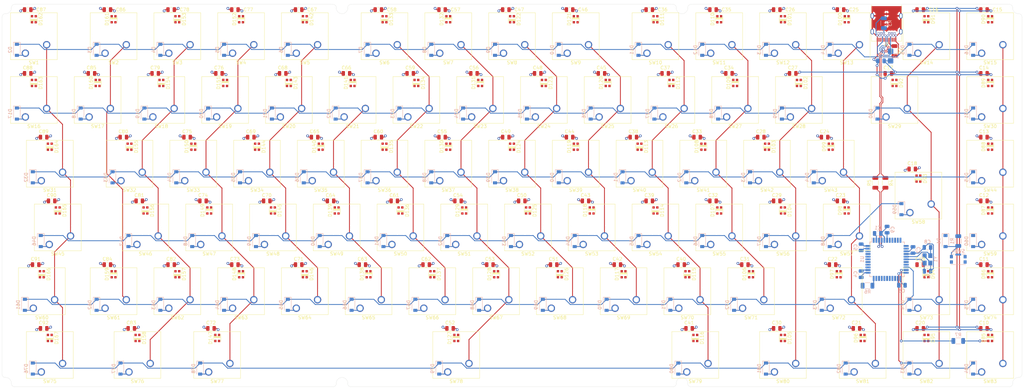
<source format=kicad_pcb>
(kicad_pcb (version 20171130) (host pcbnew 5.1.10)

  (general
    (thickness 1.6)
    (drawings 48)
    (tracks 1328)
    (zones 0)
    (modules 362)
    (nets 216)
  )

  (page A3)
  (layers
    (0 F.Cu signal)
    (31 B.Cu signal)
    (32 B.Adhes user)
    (33 F.Adhes user)
    (34 B.Paste user)
    (35 F.Paste user)
    (36 B.SilkS user)
    (37 F.SilkS user)
    (38 B.Mask user)
    (39 F.Mask user)
    (40 Dwgs.User user hide)
    (41 Cmts.User user)
    (42 Eco1.User user)
    (43 Eco2.User user)
    (44 Edge.Cuts user)
    (45 Margin user)
    (46 B.CrtYd user)
    (47 F.CrtYd user)
    (48 B.Fab user)
    (49 F.Fab user hide)
  )

  (setup
    (last_trace_width 0.25)
    (trace_clearance 0.2)
    (zone_clearance 0.508)
    (zone_45_only no)
    (trace_min 0.2)
    (via_size 0.8)
    (via_drill 0.4)
    (via_min_size 0.6)
    (via_min_drill 0.3)
    (uvia_size 0.3)
    (uvia_drill 0.1)
    (uvias_allowed no)
    (uvia_min_size 0.2)
    (uvia_min_drill 0.1)
    (edge_width 0.05)
    (segment_width 0.2)
    (pcb_text_width 0.3)
    (pcb_text_size 1.5 1.5)
    (mod_edge_width 0.12)
    (mod_text_size 1 1)
    (mod_text_width 0.15)
    (pad_size 1.7 0.55)
    (pad_drill 0)
    (pad_to_mask_clearance 0.051)
    (solder_mask_min_width 0.25)
    (aux_axis_origin 0 0)
    (visible_elements FFFFF77F)
    (pcbplotparams
      (layerselection 0x010fc_ffffffff)
      (usegerberextensions false)
      (usegerberattributes false)
      (usegerberadvancedattributes false)
      (creategerberjobfile false)
      (excludeedgelayer true)
      (linewidth 0.100000)
      (plotframeref false)
      (viasonmask false)
      (mode 1)
      (useauxorigin false)
      (hpglpennumber 1)
      (hpglpenspeed 20)
      (hpglpendiameter 15.000000)
      (psnegative false)
      (psa4output false)
      (plotreference true)
      (plotvalue true)
      (plotinvisibletext false)
      (padsonsilk false)
      (subtractmaskfromsilk false)
      (outputformat 1)
      (mirror false)
      (drillshape 1)
      (scaleselection 1)
      (outputdirectory ""))
  )

  (net 0 "")
  (net 1 GND)
  (net 2 +5V)
  (net 3 "Net-(C7-Pad1)")
  (net 4 "Net-(C8-Pad2)")
  (net 5 "Net-(C9-Pad1)")
  (net 6 RST)
  (net 7 ROW0)
  (net 8 "Net-(D2-Pad2)")
  (net 9 "Net-(D3-Pad2)")
  (net 10 "Net-(D4-Pad2)")
  (net 11 "Net-(D5-Pad2)")
  (net 12 "Net-(D6-Pad2)")
  (net 13 "Net-(D7-Pad2)")
  (net 14 "Net-(D8-Pad2)")
  (net 15 "Net-(D9-Pad2)")
  (net 16 "Net-(D10-Pad2)")
  (net 17 "Net-(D11-Pad2)")
  (net 18 "Net-(D12-Pad2)")
  (net 19 "Net-(D13-Pad2)")
  (net 20 "Net-(D14-Pad2)")
  (net 21 "Net-(D15-Pad2)")
  (net 22 "Net-(D16-Pad2)")
  (net 23 ROW1)
  (net 24 "Net-(D17-Pad2)")
  (net 25 "Net-(D18-Pad2)")
  (net 26 "Net-(D19-Pad2)")
  (net 27 "Net-(D20-Pad2)")
  (net 28 "Net-(D21-Pad2)")
  (net 29 "Net-(D22-Pad2)")
  (net 30 "Net-(D23-Pad2)")
  (net 31 "Net-(D24-Pad2)")
  (net 32 "Net-(D25-Pad2)")
  (net 33 "Net-(D26-Pad2)")
  (net 34 "Net-(D27-Pad2)")
  (net 35 "Net-(D28-Pad2)")
  (net 36 "Net-(D29-Pad2)")
  (net 37 "Net-(D30-Pad2)")
  (net 38 "Net-(D31-Pad2)")
  (net 39 "Net-(D32-Pad2)")
  (net 40 ROW2)
  (net 41 "Net-(D33-Pad2)")
  (net 42 "Net-(D34-Pad2)")
  (net 43 "Net-(D35-Pad2)")
  (net 44 "Net-(D36-Pad2)")
  (net 45 "Net-(D37-Pad2)")
  (net 46 "Net-(D38-Pad2)")
  (net 47 "Net-(D39-Pad2)")
  (net 48 "Net-(D40-Pad2)")
  (net 49 "Net-(D41-Pad2)")
  (net 50 "Net-(D42-Pad2)")
  (net 51 "Net-(D43-Pad2)")
  (net 52 "Net-(D44-Pad2)")
  (net 53 "Net-(D45-Pad2)")
  (net 54 "Net-(D46-Pad2)")
  (net 55 ROW3)
  (net 56 "Net-(D47-Pad2)")
  (net 57 "Net-(D48-Pad2)")
  (net 58 "Net-(D49-Pad2)")
  (net 59 "Net-(D50-Pad2)")
  (net 60 "Net-(D51-Pad2)")
  (net 61 "Net-(D52-Pad2)")
  (net 62 "Net-(D53-Pad2)")
  (net 63 "Net-(D54-Pad2)")
  (net 64 "Net-(D55-Pad2)")
  (net 65 "Net-(D56-Pad2)")
  (net 66 "Net-(D57-Pad2)")
  (net 67 "Net-(D58-Pad2)")
  (net 68 "Net-(D59-Pad2)")
  (net 69 "Net-(D60-Pad2)")
  (net 70 ROW4)
  (net 71 "Net-(D61-Pad2)")
  (net 72 "Net-(D62-Pad2)")
  (net 73 "Net-(D63-Pad2)")
  (net 74 "Net-(D64-Pad2)")
  (net 75 "Net-(D65-Pad2)")
  (net 76 "Net-(D66-Pad2)")
  (net 77 "Net-(D67-Pad2)")
  (net 78 "Net-(D68-Pad2)")
  (net 79 "Net-(D69-Pad2)")
  (net 80 "Net-(D70-Pad2)")
  (net 81 "Net-(D71-Pad2)")
  (net 82 "Net-(D72-Pad2)")
  (net 83 "Net-(D73-Pad2)")
  (net 84 "Net-(D74-Pad2)")
  (net 85 "Net-(D75-Pad2)")
  (net 86 ROW5)
  (net 87 "Net-(D76-Pad2)")
  (net 88 "Net-(D77-Pad2)")
  (net 89 "Net-(D78-Pad2)")
  (net 90 "Net-(D79-Pad2)")
  (net 91 "Net-(D80-Pad2)")
  (net 92 "Net-(D81-Pad2)")
  (net 93 "Net-(D82-Pad2)")
  (net 94 "Net-(D83-Pad2)")
  (net 95 "Net-(D84-Pad2)")
  (net 96 "Net-(D85-Pad2)")
  (net 97 DIN)
  (net 98 "Net-(D86-Pad2)")
  (net 99 "Net-(D87-Pad2)")
  (net 100 "Net-(D88-Pad2)")
  (net 101 "Net-(D89-Pad2)")
  (net 102 "Net-(D90-Pad2)")
  (net 103 "Net-(D91-Pad2)")
  (net 104 "Net-(D92-Pad2)")
  (net 105 "Net-(D93-Pad2)")
  (net 106 "Net-(D94-Pad2)")
  (net 107 "Net-(D95-Pad2)")
  (net 108 "Net-(D96-Pad2)")
  (net 109 "Net-(D97-Pad2)")
  (net 110 "Net-(D98-Pad2)")
  (net 111 "Net-(D100-Pad4)")
  (net 112 "Net-(D100-Pad2)")
  (net 113 "Net-(D101-Pad2)")
  (net 114 "Net-(D102-Pad2)")
  (net 115 "Net-(D103-Pad2)")
  (net 116 "Net-(D104-Pad2)")
  (net 117 "Net-(D105-Pad2)")
  (net 118 "Net-(D106-Pad2)")
  (net 119 "Net-(D107-Pad2)")
  (net 120 "Net-(D108-Pad2)")
  (net 121 "Net-(D109-Pad2)")
  (net 122 "Net-(D110-Pad2)")
  (net 123 "Net-(D111-Pad2)")
  (net 124 "Net-(D112-Pad2)")
  (net 125 "Net-(D113-Pad2)")
  (net 126 "Net-(D114-Pad2)")
  (net 127 "Net-(D115-Pad2)")
  (net 128 "Net-(D116-Pad2)")
  (net 129 "Net-(D117-Pad2)")
  (net 130 "Net-(D118-Pad2)")
  (net 131 "Net-(D119-Pad2)")
  (net 132 "Net-(D120-Pad2)")
  (net 133 "Net-(D121-Pad2)")
  (net 134 "Net-(D122-Pad2)")
  (net 135 "Net-(D123-Pad2)")
  (net 136 "Net-(D124-Pad2)")
  (net 137 "Net-(D125-Pad2)")
  (net 138 "Net-(D126-Pad2)")
  (net 139 "Net-(D127-Pad2)")
  (net 140 "Net-(D128-Pad2)")
  (net 141 "Net-(D129-Pad2)")
  (net 142 "Net-(D130-Pad2)")
  (net 143 "Net-(D131-Pad2)")
  (net 144 "Net-(D132-Pad2)")
  (net 145 "Net-(D133-Pad2)")
  (net 146 "Net-(D134-Pad2)")
  (net 147 "Net-(D135-Pad2)")
  (net 148 "Net-(D136-Pad2)")
  (net 149 "Net-(D137-Pad2)")
  (net 150 "Net-(D138-Pad2)")
  (net 151 "Net-(D139-Pad2)")
  (net 152 "Net-(D140-Pad2)")
  (net 153 "Net-(D141-Pad2)")
  (net 154 "Net-(D142-Pad2)")
  (net 155 "Net-(D143-Pad2)")
  (net 156 "Net-(D144-Pad2)")
  (net 157 "Net-(D145-Pad2)")
  (net 158 "Net-(D146-Pad2)")
  (net 159 "Net-(D147-Pad2)")
  (net 160 "Net-(D148-Pad2)")
  (net 161 "Net-(D149-Pad2)")
  (net 162 "Net-(D150-Pad2)")
  (net 163 "Net-(D151-Pad2)")
  (net 164 "Net-(D152-Pad2)")
  (net 165 "Net-(D153-Pad2)")
  (net 166 "Net-(D154-Pad2)")
  (net 167 "Net-(D155-Pad2)")
  (net 168 "Net-(D156-Pad2)")
  (net 169 "Net-(D157-Pad2)")
  (net 170 "Net-(D158-Pad2)")
  (net 171 "Net-(D159-Pad2)")
  (net 172 "Net-(D160-Pad2)")
  (net 173 "Net-(D161-Pad2)")
  (net 174 "Net-(D162-Pad2)")
  (net 175 "Net-(D163-Pad2)")
  (net 176 "Net-(D164-Pad2)")
  (net 177 "Net-(D165-Pad2)")
  (net 178 "Net-(D166-Pad2)")
  (net 179 "Net-(D167-Pad2)")
  (net 180 "Net-(F1-Pad2)")
  (net 181 COL02)
  (net 182 COL00)
  (net 183 COL01)
  (net 184 D-)
  (net 185 D+)
  (net 186 "Net-(R6-Pad2)")
  (net 187 COL03)
  (net 188 COL04)
  (net 189 COL06)
  (net 190 COL07)
  (net 191 COL08)
  (net 192 COL09)
  (net 193 COL10)
  (net 194 COL11)
  (net 195 COL12)
  (net 196 COL13)
  (net 197 COL14)
  (net 198 COL15)
  (net 199 COL05)
  (net 200 "Net-(U1-Pad1)")
  (net 201 "Net-(U1-Pad42)")
  (net 202 "Net-(R7-Pad2)")
  (net 203 "Net-(J1-PadB11)")
  (net 204 "Net-(J1-PadB2)")
  (net 205 "Net-(J1-PadB5)")
  (net 206 "Net-(J1-PadB8)")
  (net 207 "Net-(J1-PadB3)")
  (net 208 "Net-(J1-PadB10)")
  (net 209 "Net-(J1-PadA2)")
  (net 210 "Net-(J1-PadA3)")
  (net 211 "Net-(J1-PadA5)")
  (net 212 "Net-(J1-PadA8)")
  (net 213 "Net-(J1-PadA10)")
  (net 214 "Net-(J1-PadA11)")
  (net 215 "Net-(U1-Pad12)")

  (net_class Default "Dies ist die voreingestellte Netzklasse."
    (clearance 0.2)
    (trace_width 0.25)
    (via_dia 0.8)
    (via_drill 0.4)
    (uvia_dia 0.3)
    (uvia_drill 0.1)
    (add_net +5V)
    (add_net COL00)
    (add_net COL01)
    (add_net COL02)
    (add_net COL03)
    (add_net COL04)
    (add_net COL05)
    (add_net COL06)
    (add_net COL07)
    (add_net COL08)
    (add_net COL09)
    (add_net COL10)
    (add_net COL11)
    (add_net COL12)
    (add_net COL13)
    (add_net COL14)
    (add_net COL15)
    (add_net D+)
    (add_net D-)
    (add_net DIN)
    (add_net GND)
    (add_net "Net-(C7-Pad1)")
    (add_net "Net-(C8-Pad2)")
    (add_net "Net-(C9-Pad1)")
    (add_net "Net-(D10-Pad2)")
    (add_net "Net-(D100-Pad2)")
    (add_net "Net-(D100-Pad4)")
    (add_net "Net-(D101-Pad2)")
    (add_net "Net-(D102-Pad2)")
    (add_net "Net-(D103-Pad2)")
    (add_net "Net-(D104-Pad2)")
    (add_net "Net-(D105-Pad2)")
    (add_net "Net-(D106-Pad2)")
    (add_net "Net-(D107-Pad2)")
    (add_net "Net-(D108-Pad2)")
    (add_net "Net-(D109-Pad2)")
    (add_net "Net-(D11-Pad2)")
    (add_net "Net-(D110-Pad2)")
    (add_net "Net-(D111-Pad2)")
    (add_net "Net-(D112-Pad2)")
    (add_net "Net-(D113-Pad2)")
    (add_net "Net-(D114-Pad2)")
    (add_net "Net-(D115-Pad2)")
    (add_net "Net-(D116-Pad2)")
    (add_net "Net-(D117-Pad2)")
    (add_net "Net-(D118-Pad2)")
    (add_net "Net-(D119-Pad2)")
    (add_net "Net-(D12-Pad2)")
    (add_net "Net-(D120-Pad2)")
    (add_net "Net-(D121-Pad2)")
    (add_net "Net-(D122-Pad2)")
    (add_net "Net-(D123-Pad2)")
    (add_net "Net-(D124-Pad2)")
    (add_net "Net-(D125-Pad2)")
    (add_net "Net-(D126-Pad2)")
    (add_net "Net-(D127-Pad2)")
    (add_net "Net-(D128-Pad2)")
    (add_net "Net-(D129-Pad2)")
    (add_net "Net-(D13-Pad2)")
    (add_net "Net-(D130-Pad2)")
    (add_net "Net-(D131-Pad2)")
    (add_net "Net-(D132-Pad2)")
    (add_net "Net-(D133-Pad2)")
    (add_net "Net-(D134-Pad2)")
    (add_net "Net-(D135-Pad2)")
    (add_net "Net-(D136-Pad2)")
    (add_net "Net-(D137-Pad2)")
    (add_net "Net-(D138-Pad2)")
    (add_net "Net-(D139-Pad2)")
    (add_net "Net-(D14-Pad2)")
    (add_net "Net-(D140-Pad2)")
    (add_net "Net-(D141-Pad2)")
    (add_net "Net-(D142-Pad2)")
    (add_net "Net-(D143-Pad2)")
    (add_net "Net-(D144-Pad2)")
    (add_net "Net-(D145-Pad2)")
    (add_net "Net-(D146-Pad2)")
    (add_net "Net-(D147-Pad2)")
    (add_net "Net-(D148-Pad2)")
    (add_net "Net-(D149-Pad2)")
    (add_net "Net-(D15-Pad2)")
    (add_net "Net-(D150-Pad2)")
    (add_net "Net-(D151-Pad2)")
    (add_net "Net-(D152-Pad2)")
    (add_net "Net-(D153-Pad2)")
    (add_net "Net-(D154-Pad2)")
    (add_net "Net-(D155-Pad2)")
    (add_net "Net-(D156-Pad2)")
    (add_net "Net-(D157-Pad2)")
    (add_net "Net-(D158-Pad2)")
    (add_net "Net-(D159-Pad2)")
    (add_net "Net-(D16-Pad2)")
    (add_net "Net-(D160-Pad2)")
    (add_net "Net-(D161-Pad2)")
    (add_net "Net-(D162-Pad2)")
    (add_net "Net-(D163-Pad2)")
    (add_net "Net-(D164-Pad2)")
    (add_net "Net-(D165-Pad2)")
    (add_net "Net-(D166-Pad2)")
    (add_net "Net-(D167-Pad2)")
    (add_net "Net-(D17-Pad2)")
    (add_net "Net-(D18-Pad2)")
    (add_net "Net-(D19-Pad2)")
    (add_net "Net-(D2-Pad2)")
    (add_net "Net-(D20-Pad2)")
    (add_net "Net-(D21-Pad2)")
    (add_net "Net-(D22-Pad2)")
    (add_net "Net-(D23-Pad2)")
    (add_net "Net-(D24-Pad2)")
    (add_net "Net-(D25-Pad2)")
    (add_net "Net-(D26-Pad2)")
    (add_net "Net-(D27-Pad2)")
    (add_net "Net-(D28-Pad2)")
    (add_net "Net-(D29-Pad2)")
    (add_net "Net-(D3-Pad2)")
    (add_net "Net-(D30-Pad2)")
    (add_net "Net-(D31-Pad2)")
    (add_net "Net-(D32-Pad2)")
    (add_net "Net-(D33-Pad2)")
    (add_net "Net-(D34-Pad2)")
    (add_net "Net-(D35-Pad2)")
    (add_net "Net-(D36-Pad2)")
    (add_net "Net-(D37-Pad2)")
    (add_net "Net-(D38-Pad2)")
    (add_net "Net-(D39-Pad2)")
    (add_net "Net-(D4-Pad2)")
    (add_net "Net-(D40-Pad2)")
    (add_net "Net-(D41-Pad2)")
    (add_net "Net-(D42-Pad2)")
    (add_net "Net-(D43-Pad2)")
    (add_net "Net-(D44-Pad2)")
    (add_net "Net-(D45-Pad2)")
    (add_net "Net-(D46-Pad2)")
    (add_net "Net-(D47-Pad2)")
    (add_net "Net-(D48-Pad2)")
    (add_net "Net-(D49-Pad2)")
    (add_net "Net-(D5-Pad2)")
    (add_net "Net-(D50-Pad2)")
    (add_net "Net-(D51-Pad2)")
    (add_net "Net-(D52-Pad2)")
    (add_net "Net-(D53-Pad2)")
    (add_net "Net-(D54-Pad2)")
    (add_net "Net-(D55-Pad2)")
    (add_net "Net-(D56-Pad2)")
    (add_net "Net-(D57-Pad2)")
    (add_net "Net-(D58-Pad2)")
    (add_net "Net-(D59-Pad2)")
    (add_net "Net-(D6-Pad2)")
    (add_net "Net-(D60-Pad2)")
    (add_net "Net-(D61-Pad2)")
    (add_net "Net-(D62-Pad2)")
    (add_net "Net-(D63-Pad2)")
    (add_net "Net-(D64-Pad2)")
    (add_net "Net-(D65-Pad2)")
    (add_net "Net-(D66-Pad2)")
    (add_net "Net-(D67-Pad2)")
    (add_net "Net-(D68-Pad2)")
    (add_net "Net-(D69-Pad2)")
    (add_net "Net-(D7-Pad2)")
    (add_net "Net-(D70-Pad2)")
    (add_net "Net-(D71-Pad2)")
    (add_net "Net-(D72-Pad2)")
    (add_net "Net-(D73-Pad2)")
    (add_net "Net-(D74-Pad2)")
    (add_net "Net-(D75-Pad2)")
    (add_net "Net-(D76-Pad2)")
    (add_net "Net-(D77-Pad2)")
    (add_net "Net-(D78-Pad2)")
    (add_net "Net-(D79-Pad2)")
    (add_net "Net-(D8-Pad2)")
    (add_net "Net-(D80-Pad2)")
    (add_net "Net-(D81-Pad2)")
    (add_net "Net-(D82-Pad2)")
    (add_net "Net-(D83-Pad2)")
    (add_net "Net-(D84-Pad2)")
    (add_net "Net-(D85-Pad2)")
    (add_net "Net-(D86-Pad2)")
    (add_net "Net-(D87-Pad2)")
    (add_net "Net-(D88-Pad2)")
    (add_net "Net-(D89-Pad2)")
    (add_net "Net-(D9-Pad2)")
    (add_net "Net-(D90-Pad2)")
    (add_net "Net-(D91-Pad2)")
    (add_net "Net-(D92-Pad2)")
    (add_net "Net-(D93-Pad2)")
    (add_net "Net-(D94-Pad2)")
    (add_net "Net-(D95-Pad2)")
    (add_net "Net-(D96-Pad2)")
    (add_net "Net-(D97-Pad2)")
    (add_net "Net-(D98-Pad2)")
    (add_net "Net-(F1-Pad2)")
    (add_net "Net-(J1-PadA10)")
    (add_net "Net-(J1-PadA11)")
    (add_net "Net-(J1-PadA2)")
    (add_net "Net-(J1-PadA3)")
    (add_net "Net-(J1-PadA5)")
    (add_net "Net-(J1-PadA8)")
    (add_net "Net-(J1-PadB10)")
    (add_net "Net-(J1-PadB11)")
    (add_net "Net-(J1-PadB2)")
    (add_net "Net-(J1-PadB3)")
    (add_net "Net-(J1-PadB5)")
    (add_net "Net-(J1-PadB8)")
    (add_net "Net-(R6-Pad2)")
    (add_net "Net-(R7-Pad2)")
    (add_net "Net-(U1-Pad1)")
    (add_net "Net-(U1-Pad12)")
    (add_net "Net-(U1-Pad42)")
    (add_net ROW0)
    (add_net ROW1)
    (add_net ROW2)
    (add_net ROW3)
    (add_net ROW4)
    (add_net ROW5)
    (add_net RST)
  )

  (module Button_Switch_Keyboard:SW_Cherry_MX_ISOEnter_PCB (layer F.Cu) (tedit 60E88C41) (tstamp 5F160517)
    (at 309.40375 100.33 180)
    (descr "Cherry MX keyswitch, ISO Enter, PCB mount, http://cherryamericas.com/wp-content/uploads/2014/12/mx_cat.pdf")
    (tags "Cherry MX keyswitch ISO enter PCB")
    (path /5F51BE8C/5F51CE2C)
    (fp_text reference SW58 (at -2.54 -2.794 180) (layer F.SilkS)
      (effects (font (size 1 1) (thickness 0.15)))
    )
    (fp_text value MX1A-G1NA (at -2.286 13.208 180) (layer F.Fab)
      (effects (font (size 1 1) (thickness 0.15)))
    )
    (fp_line (start -9.525 12.065) (end -9.525 -1.905) (layer F.SilkS) (width 0.12))
    (fp_line (start 4.445 12.065) (end -9.525 12.065) (layer F.SilkS) (width 0.12))
    (fp_line (start 4.445 -1.905) (end 4.445 12.065) (layer F.SilkS) (width 0.12))
    (fp_line (start -9.525 -1.905) (end 4.445 -1.905) (layer F.SilkS) (width 0.12))
    (fp_line (start 9.36625 5.08) (end 14.12875 5.08) (layer Dwgs.User) (width 0.15))
    (fp_line (start 14.12875 5.08) (end 14.12875 24.13) (layer Dwgs.User) (width 0.15))
    (fp_line (start -14.44625 -13.97) (end 9.36625 -13.97) (layer Dwgs.User) (width 0.15))
    (fp_line (start -14.44625 24.13) (end -14.44625 -13.97) (layer Dwgs.User) (width 0.15))
    (fp_line (start 14.12875 24.13) (end -14.44625 24.13) (layer Dwgs.User) (width 0.15))
    (fp_line (start 9.36625 -13.97) (end 9.36625 5.08) (layer Dwgs.User) (width 0.15))
    (fp_line (start -9.14 -1.52) (end 4.06 -1.52) (layer F.CrtYd) (width 0.05))
    (fp_line (start 4.06 -1.52) (end 4.06 11.68) (layer F.CrtYd) (width 0.05))
    (fp_line (start 4.06 11.68) (end -9.14 11.68) (layer F.CrtYd) (width 0.05))
    (fp_line (start -9.14 11.68) (end -9.14 -1.52) (layer F.CrtYd) (width 0.05))
    (fp_line (start -8.89 11.43) (end -8.89 -1.27) (layer F.Fab) (width 0.1))
    (fp_line (start 3.81 11.43) (end -8.89 11.43) (layer F.Fab) (width 0.1))
    (fp_line (start 3.81 -1.27) (end 3.81 11.43) (layer F.Fab) (width 0.1))
    (fp_line (start -8.89 -1.27) (end 3.81 -1.27) (layer F.Fab) (width 0.1))
    (fp_text user %R (at -2.54 -2.794 180) (layer F.Fab)
      (effects (font (size 1 1) (thickness 0.15)))
    )
    (pad 1 thru_hole circle (at 0 0 180) (size 2.2 2.2) (drill 1.5) (layers *.Cu *.Mask)
      (net 68 "Net-(D59-Pad2)"))
    (pad 2 thru_hole circle (at -6.35 2.54 180) (size 2.2 2.2) (drill 1.5) (layers *.Cu *.Mask)
      (net 197 COL14))
    (pad "" np_thru_hole circle (at -2.54 5.08 180) (size 4 4) (drill 4) (layers *.Cu *.Mask))
    (pad "" np_thru_hole circle (at -7.62 5.08 180) (size 1.7 1.7) (drill 1.7) (layers *.Cu *.Mask))
    (pad "" np_thru_hole circle (at 2.54 5.08 180) (size 1.7 1.7) (drill 1.7) (layers *.Cu *.Mask))
    (model ${KISYS3DMOD}/Button_Switch_Keyboard.3dshapes/SW_Cherry_MX_ISOEnter_PCB.wrl
      (at (xyz 0 0 0))
      (scale (xyz 1 1 1))
      (rotate (xyz 0 0 0))
    )
  )

  (module Button_Switch_Keyboard:SW_Cherry_MX_2.00u_PCB (layer F.Cu) (tedit 60E88B61) (tstamp 5F16021F)
    (at 302.26 71.755 180)
    (descr "Cherry MX keyswitch, 2.00u, PCB mount, http://cherryamericas.com/wp-content/uploads/2014/12/mx_cat.pdf")
    (tags "Cherry MX keyswitch 2.00u PCB")
    (path /5F51BE8C/5F51CE0E)
    (fp_text reference SW29 (at -2.54 -2.794 180) (layer F.SilkS)
      (effects (font (size 1 1) (thickness 0.15)))
    )
    (fp_text value MX1A-G1NA (at -2.54 12.954 180) (layer F.Fab)
      (effects (font (size 1 1) (thickness 0.15)))
    )
    (fp_line (start -9.525 12.065) (end -9.525 -1.905) (layer F.SilkS) (width 0.12))
    (fp_line (start 4.445 12.065) (end -9.525 12.065) (layer F.SilkS) (width 0.12))
    (fp_line (start 4.445 -1.905) (end 4.445 12.065) (layer F.SilkS) (width 0.12))
    (fp_line (start -9.525 -1.905) (end 4.445 -1.905) (layer F.SilkS) (width 0.12))
    (fp_line (start -21.59 14.605) (end -21.59 -4.445) (layer Dwgs.User) (width 0.15))
    (fp_line (start 16.51 14.605) (end -21.59 14.605) (layer Dwgs.User) (width 0.15))
    (fp_line (start 16.51 -4.445) (end 16.51 14.605) (layer Dwgs.User) (width 0.15))
    (fp_line (start -21.59 -4.445) (end 16.51 -4.445) (layer Dwgs.User) (width 0.15))
    (fp_line (start -9.14 -1.52) (end 4.06 -1.52) (layer F.CrtYd) (width 0.05))
    (fp_line (start 4.06 -1.52) (end 4.06 11.68) (layer F.CrtYd) (width 0.05))
    (fp_line (start 4.06 11.68) (end -9.14 11.68) (layer F.CrtYd) (width 0.05))
    (fp_line (start -9.14 11.68) (end -9.14 -1.52) (layer F.CrtYd) (width 0.05))
    (fp_line (start -8.89 11.43) (end -8.89 -1.27) (layer F.Fab) (width 0.1))
    (fp_line (start 3.81 11.43) (end -8.89 11.43) (layer F.Fab) (width 0.1))
    (fp_line (start 3.81 -1.27) (end 3.81 11.43) (layer F.Fab) (width 0.1))
    (fp_line (start -8.89 -1.27) (end 3.81 -1.27) (layer F.Fab) (width 0.1))
    (fp_text user %R (at -2.54 -2.794 180) (layer F.Fab)
      (effects (font (size 1 1) (thickness 0.15)))
    )
    (pad 1 thru_hole circle (at 0 0 180) (size 2.2 2.2) (drill 1.5) (layers *.Cu *.Mask)
      (net 37 "Net-(D30-Pad2)"))
    (pad 2 thru_hole circle (at -6.35 2.54 180) (size 2.2 2.2) (drill 1.5) (layers *.Cu *.Mask)
      (net 197 COL14))
    (pad "" np_thru_hole circle (at -2.54 5.08 180) (size 4 4) (drill 4) (layers *.Cu *.Mask))
    (pad "" np_thru_hole circle (at -7.62 5.08 180) (size 1.7 1.7) (drill 1.7) (layers *.Cu *.Mask))
    (pad "" np_thru_hole circle (at 2.54 5.08 180) (size 1.7 1.7) (drill 1.7) (layers *.Cu *.Mask))
    (model ${KISYS3DMOD}/Button_Switch_Keyboard.3dshapes/SW_Cherry_MX_2.00u_PCB.wrl
      (at (xyz 0 0 0))
      (scale (xyz 1 1 1))
      (rotate (xyz 0 0 0))
    )
  )

  (module Button_Switch_Keyboard:SW_Cherry_MX_6.25u_PCB (layer F.Cu) (tedit 60E88B4A) (tstamp 5F160723)
    (at 171.29125 147.955 180)
    (descr "Cherry MX keyswitch, 6.25u, PCB mount, http://cherryamericas.com/wp-content/uploads/2014/12/mx_cat.pdf")
    (tags "Cherry MX keyswitch 6.25u PCB")
    (path /5F51BE8C/5F84AEA9)
    (fp_text reference SW78 (at -2.54 -2.794 180) (layer F.SilkS)
      (effects (font (size 1 1) (thickness 0.15)))
    )
    (fp_text value MX1A-G1NA (at -2.54 12.954 180) (layer F.Fab)
      (effects (font (size 1 1) (thickness 0.15)))
    )
    (fp_line (start -9.525 12.065) (end -9.525 -1.905) (layer F.SilkS) (width 0.12))
    (fp_line (start 4.445 12.065) (end -9.525 12.065) (layer F.SilkS) (width 0.12))
    (fp_line (start 4.445 -1.905) (end 4.445 12.065) (layer F.SilkS) (width 0.12))
    (fp_line (start -9.525 -1.905) (end 4.445 -1.905) (layer F.SilkS) (width 0.12))
    (fp_line (start -62.07125 14.605) (end -62.07125 -4.445) (layer Dwgs.User) (width 0.15))
    (fp_line (start 56.99125 14.605) (end -62.07125 14.605) (layer Dwgs.User) (width 0.15))
    (fp_line (start 56.99125 -4.445) (end 56.99125 14.605) (layer Dwgs.User) (width 0.15))
    (fp_line (start -62.07125 -4.445) (end 56.99125 -4.445) (layer Dwgs.User) (width 0.15))
    (fp_line (start -9.14 -1.52) (end 4.06 -1.52) (layer F.CrtYd) (width 0.05))
    (fp_line (start 4.06 -1.52) (end 4.06 11.68) (layer F.CrtYd) (width 0.05))
    (fp_line (start 4.06 11.68) (end -9.14 11.68) (layer F.CrtYd) (width 0.05))
    (fp_line (start -9.14 11.68) (end -9.14 -1.52) (layer F.CrtYd) (width 0.05))
    (fp_line (start -8.89 11.43) (end -8.89 -1.27) (layer F.Fab) (width 0.1))
    (fp_line (start 3.81 11.43) (end -8.89 11.43) (layer F.Fab) (width 0.1))
    (fp_line (start 3.81 -1.27) (end 3.81 11.43) (layer F.Fab) (width 0.1))
    (fp_line (start -8.89 -1.27) (end 3.81 -1.27) (layer F.Fab) (width 0.1))
    (fp_text user %R (at -2.54 -2.794 180) (layer F.Fab)
      (effects (font (size 1 1) (thickness 0.15)))
    )
    (pad 1 thru_hole circle (at 0 0 180) (size 2.2 2.2) (drill 1.5) (layers *.Cu *.Mask)
      (net 90 "Net-(D79-Pad2)"))
    (pad 2 thru_hole circle (at -6.35 2.54 180) (size 2.2 2.2) (drill 1.5) (layers *.Cu *.Mask)
      (net 190 COL07))
    (pad "" np_thru_hole circle (at -2.54 5.08 180) (size 4 4) (drill 4) (layers *.Cu *.Mask))
    (pad "" np_thru_hole circle (at -7.62 5.08 180) (size 1.7 1.7) (drill 1.7) (layers *.Cu *.Mask))
    (pad "" np_thru_hole circle (at 2.54 5.08 180) (size 1.7 1.7) (drill 1.7) (layers *.Cu *.Mask))
    (model ${KISYS3DMOD}/Button_Switch_Keyboard.3dshapes/SW_Cherry_MX_6.25u_PCB.wrl
      (at (xyz 0 0 0))
      (scale (xyz 1 1 1))
      (rotate (xyz 0 0 0))
    )
  )

  (module MountingHole:MountingHole_3.2mm_M3 (layer F.Cu) (tedit 60E8488E) (tstamp 60E8A97D)
    (at 341.8 151.3)
    (descr "Mounting Hole 3.4mm, no annular, M3")
    (tags "mounting hole 3.4mm no annular m3")
    (attr virtual)
    (fp_text reference REF** (at 0 -4.2) (layer F.SilkS) hide
      (effects (font (size 1 1) (thickness 0.15)))
    )
    (fp_text value MountingHole_3.4mm_M3 (at 0 4.2) (layer F.Fab) hide
      (effects (font (size 1 1) (thickness 0.15)))
    )
    (pad "" smd circle (at 0 0) (size 3.4 3.4) (layers *.Paste))
  )

  (module MountingHole:MountingHole_3.2mm_M3 (layer F.Cu) (tedit 60E8488E) (tstamp 60E8A94A)
    (at 341.8 39.2)
    (descr "Mounting Hole 3.4mm, no annular, M3")
    (tags "mounting hole 3.4mm no annular m3")
    (attr virtual)
    (fp_text reference REF** (at 0 -4.2) (layer F.SilkS) hide
      (effects (font (size 1 1) (thickness 0.15)))
    )
    (fp_text value MountingHole_3.4mm_M3 (at 0 4.2) (layer F.Fab) hide
      (effects (font (size 1 1) (thickness 0.15)))
    )
    (pad "" smd circle (at 0 0) (size 3.4 3.4) (layers *.Paste))
  )

  (module MountingHole:MountingHole_3.2mm_M3 (layer F.Cu) (tedit 60E8488E) (tstamp 60E8A92F)
    (at 39.2 151.3)
    (descr "Mounting Hole 3.4mm, no annular, M3")
    (tags "mounting hole 3.4mm no annular m3")
    (attr virtual)
    (fp_text reference REF** (at 0 -4.2) (layer F.SilkS) hide
      (effects (font (size 1 1) (thickness 0.15)))
    )
    (fp_text value MountingHole_3.4mm_M3 (at 0 4.2) (layer F.Fab) hide
      (effects (font (size 1 1) (thickness 0.15)))
    )
    (pad "" smd circle (at 0 0) (size 3.4 3.4) (layers *.Paste))
  )

  (module MountingHole:MountingHole_3.2mm_M3 (layer F.Cu) (tedit 60E8488E) (tstamp 60E8A8F8)
    (at 39.2 39.2)
    (descr "Mounting Hole 3.4mm, no annular, M3")
    (tags "mounting hole 3.4mm no annular m3")
    (attr virtual)
    (fp_text reference REF** (at 0 -4.2) (layer F.SilkS) hide
      (effects (font (size 1 1) (thickness 0.15)))
    )
    (fp_text value MountingHole_3.4mm_M3 (at 0 4.2) (layer F.Fab) hide
      (effects (font (size 1 1) (thickness 0.15)))
    )
    (pad "" smd circle (at 0 0) (size 3.4 3.4) (layers *.Paste))
  )

  (module MountingHole:MountingHole_3.2mm_M3 (layer F.Cu) (tedit 60E8488E) (tstamp 60E8A1A1)
    (at 241.3 151.3)
    (descr "Mounting Hole 3.4mm, no annular, M3")
    (tags "mounting hole 3.4mm no annular m3")
    (attr virtual)
    (fp_text reference REF** (at 0 -4.2) (layer F.SilkS) hide
      (effects (font (size 1 1) (thickness 0.15)))
    )
    (fp_text value MountingHole_3.4mm_M3 (at 0 4.2) (layer F.Fab) hide
      (effects (font (size 1 1) (thickness 0.15)))
    )
    (pad "" smd circle (at 0 0) (size 3.4 3.4) (layers *.Paste))
  )

  (module MountingHole:MountingHole_3.2mm_M3 (layer F.Cu) (tedit 60E8488E) (tstamp 60E8A18C)
    (at 139.7 151.3)
    (descr "Mounting Hole 3.4mm, no annular, M3")
    (tags "mounting hole 3.4mm no annular m3")
    (attr virtual)
    (fp_text reference REF** (at 0 -4.2) (layer F.SilkS) hide
      (effects (font (size 1 1) (thickness 0.15)))
    )
    (fp_text value MountingHole_3.4mm_M3 (at 0 4.2) (layer F.Fab) hide
      (effects (font (size 1 1) (thickness 0.15)))
    )
    (pad "" smd circle (at 0 0) (size 3.4 3.4) (layers *.Paste))
  )

  (module MountingHole:MountingHole_3.2mm_M3 (layer F.Cu) (tedit 60E8488E) (tstamp 60E8A17F)
    (at 241.3 39.2)
    (descr "Mounting Hole 3.4mm, no annular, M3")
    (tags "mounting hole 3.4mm no annular m3")
    (attr virtual)
    (fp_text reference REF** (at 0 -4.2) (layer F.SilkS) hide
      (effects (font (size 1 1) (thickness 0.15)))
    )
    (fp_text value MountingHole_3.4mm_M3 (at 0 4.2) (layer F.Fab) hide
      (effects (font (size 1 1) (thickness 0.15)))
    )
    (pad "" smd circle (at 0 0) (size 3.4 3.4) (layers *.Paste))
  )

  (module MountingHole:MountingHole_3.2mm_M3 (layer F.Cu) (tedit 60E8488E) (tstamp 60E89FD7)
    (at 139.7 39.2)
    (descr "Mounting Hole 3.4mm, no annular, M3")
    (tags "mounting hole 3.4mm no annular m3")
    (attr virtual)
    (fp_text reference REF** (at 0 -4.2) (layer F.SilkS) hide
      (effects (font (size 1 1) (thickness 0.15)))
    )
    (fp_text value MountingHole_3.4mm_M3 (at 0 4.2) (layer F.Fab) hide
      (effects (font (size 1 1) (thickness 0.15)))
    )
    (pad "" smd circle (at 0 0) (size 3.4 3.4) (layers *.Paste))
  )

  (module Crystal:Crystal_SMD_3225-4Pin_3.2x2.5mm (layer B.Cu) (tedit 5A0FD1B2) (tstamp 60EED0B1)
    (at 314.6425 114.3 90)
    (descr "SMD Crystal SERIES SMD3225/4 http://www.txccrystal.com/images/pdf/7m-accuracy.pdf, 3.2x2.5mm^2 package")
    (tags "SMD SMT crystal")
    (path /5F294622)
    (attr smd)
    (fp_text reference Y1 (at 0 2.45 90) (layer B.SilkS)
      (effects (font (size 1 1) (thickness 0.15)) (justify mirror))
    )
    (fp_text value 16MHz (at 0 -2.45 90) (layer B.Fab)
      (effects (font (size 1 1) (thickness 0.15)) (justify mirror))
    )
    (fp_line (start -1.6 1.25) (end -1.6 -1.25) (layer B.Fab) (width 0.1))
    (fp_line (start -1.6 -1.25) (end 1.6 -1.25) (layer B.Fab) (width 0.1))
    (fp_line (start 1.6 -1.25) (end 1.6 1.25) (layer B.Fab) (width 0.1))
    (fp_line (start 1.6 1.25) (end -1.6 1.25) (layer B.Fab) (width 0.1))
    (fp_line (start -1.6 -0.25) (end -0.6 -1.25) (layer B.Fab) (width 0.1))
    (fp_line (start -2 1.65) (end -2 -1.65) (layer B.SilkS) (width 0.12))
    (fp_line (start -2 -1.65) (end 2 -1.65) (layer B.SilkS) (width 0.12))
    (fp_line (start -2.1 1.7) (end -2.1 -1.7) (layer B.CrtYd) (width 0.05))
    (fp_line (start -2.1 -1.7) (end 2.1 -1.7) (layer B.CrtYd) (width 0.05))
    (fp_line (start 2.1 -1.7) (end 2.1 1.7) (layer B.CrtYd) (width 0.05))
    (fp_line (start 2.1 1.7) (end -2.1 1.7) (layer B.CrtYd) (width 0.05))
    (fp_text user %R (at 0 0 90) (layer B.Fab)
      (effects (font (size 0.7 0.7) (thickness 0.105)) (justify mirror))
    )
    (pad 1 smd rect (at -1.1 -0.85 90) (size 1.4 1.2) (layers B.Cu B.Paste B.Mask)
      (net 3 "Net-(C7-Pad1)"))
    (pad 2 smd rect (at 1.1 -0.85 90) (size 1.4 1.2) (layers B.Cu B.Paste B.Mask)
      (net 1 GND))
    (pad 3 smd rect (at 1.1 0.85 90) (size 1.4 1.2) (layers B.Cu B.Paste B.Mask)
      (net 4 "Net-(C8-Pad2)"))
    (pad 4 smd rect (at -1.1 0.85 90) (size 1.4 1.2) (layers B.Cu B.Paste B.Mask)
      (net 1 GND))
    (model ${KISYS3DMOD}/Crystal.3dshapes/Crystal_SMD_3225-4Pin_3.2x2.5mm.wrl
      (at (xyz 0 0 0))
      (scale (xyz 1 1 1))
      (rotate (xyz 0 0 0))
    )
  )

  (module Button_Switch_SMD:SW_Push_1P1T-SH_NO_CK_KMR2xxG (layer B.Cu) (tedit 60F04E96) (tstamp 60EE10F7)
    (at 323.85 114.3 180)
    (descr "CK components KMR2 tactile switch with ground pin http://www.ckswitches.com/media/1479/kmr2.pdf")
    (tags "tactile switch kmr2")
    (path /60FEE33A)
    (attr smd)
    (fp_text reference SW84 (at 0 2.45) (layer B.SilkS)
      (effects (font (size 1 1) (thickness 0.15)) (justify mirror))
    )
    (fp_text value SW_Push (at 0 -2.55) (layer B.Fab)
      (effects (font (size 1 1) (thickness 0.15)) (justify mirror))
    )
    (fp_line (start -2.2 -0.05) (end -2.2 0.05) (layer B.SilkS) (width 0.12))
    (fp_line (start 2.2 1.55) (end 1.15 1.55) (layer B.SilkS) (width 0.12))
    (fp_line (start -2.2 -1.55) (end 2.2 -1.55) (layer B.SilkS) (width 0.12))
    (fp_circle (center 0 0) (end 0 -0.8) (layer B.Fab) (width 0.1))
    (fp_line (start -2.8 -1.8) (end -2.8 1.8) (layer B.CrtYd) (width 0.05))
    (fp_line (start 2.8 -1.8) (end -2.8 -1.8) (layer B.CrtYd) (width 0.05))
    (fp_line (start 2.8 1.8) (end 2.8 -1.8) (layer B.CrtYd) (width 0.05))
    (fp_line (start -2.8 1.8) (end 2.8 1.8) (layer B.CrtYd) (width 0.05))
    (fp_line (start 2.2 -0.05) (end 2.2 0.05) (layer B.SilkS) (width 0.12))
    (fp_line (start -2.1 -1.4) (end -2.1 1.4) (layer B.Fab) (width 0.1))
    (fp_line (start 2.1 -1.4) (end -2.1 -1.4) (layer B.Fab) (width 0.1))
    (fp_line (start 2.1 1.4) (end 2.1 -1.4) (layer B.Fab) (width 0.1))
    (fp_line (start -2.1 1.4) (end 2.1 1.4) (layer B.Fab) (width 0.1))
    (fp_line (start -1.15 1.55) (end -2.2 1.55) (layer B.SilkS) (width 0.12))
    (fp_text user %R (at 0 2.45) (layer B.Fab)
      (effects (font (size 1 1) (thickness 0.15)) (justify mirror))
    )
    (pad 2 smd rect (at 2.05 -0.8 180) (size 0.9 1) (layers B.Cu B.Paste B.Mask)
      (net 1 GND))
    (pad 1 smd rect (at 2.05 0.8 180) (size 0.9 1) (layers B.Cu B.Paste B.Mask)
      (net 6 RST))
    (pad 2 smd rect (at -2.05 -0.8 180) (size 0.9 1) (layers B.Cu B.Paste B.Mask)
      (net 1 GND))
    (pad 1 smd rect (at -2.05 0.8 180) (size 0.9 1) (layers B.Cu B.Paste B.Mask)
      (net 6 RST))
    (pad SH smd rect (at 0 1.425 180) (size 1.7 0.55) (layers B.Cu B.Paste B.Mask)
      (net 1 GND))
    (model ${KISYS3DMOD}/Button_Switch_SMD.3dshapes/SW_Push_1P1T-SH_NO_CK_KMR2xxG.wrl
      (at (xyz 0 0 0))
      (scale (xyz 1 1 1))
      (rotate (xyz 0 0 0))
    )
  )

  (module Resistor_SMD:R_1206_3216Metric (layer B.Cu) (tedit 5F68FEEE) (tstamp 5F26397F)
    (at 323.85 138.684 180)
    (descr "Resistor SMD 1206 (3216 Metric), square (rectangular) end terminal, IPC_7351 nominal, (Body size source: IPC-SM-782 page 72, https://www.pcb-3d.com/wordpress/wp-content/uploads/ipc-sm-782a_amendment_1_and_2.pdf), generated with kicad-footprint-generator")
    (tags resistor)
    (path /5F259898)
    (attr smd)
    (fp_text reference R7 (at 0 1.82) (layer B.SilkS)
      (effects (font (size 1 1) (thickness 0.15)) (justify mirror))
    )
    (fp_text value 470 (at 0 -1.82) (layer B.Fab)
      (effects (font (size 1 1) (thickness 0.15)) (justify mirror))
    )
    (fp_line (start 2.28 -1.12) (end -2.28 -1.12) (layer B.CrtYd) (width 0.05))
    (fp_line (start 2.28 1.12) (end 2.28 -1.12) (layer B.CrtYd) (width 0.05))
    (fp_line (start -2.28 1.12) (end 2.28 1.12) (layer B.CrtYd) (width 0.05))
    (fp_line (start -2.28 -1.12) (end -2.28 1.12) (layer B.CrtYd) (width 0.05))
    (fp_line (start -0.727064 -0.91) (end 0.727064 -0.91) (layer B.SilkS) (width 0.12))
    (fp_line (start -0.727064 0.91) (end 0.727064 0.91) (layer B.SilkS) (width 0.12))
    (fp_line (start 1.6 -0.8) (end -1.6 -0.8) (layer B.Fab) (width 0.1))
    (fp_line (start 1.6 0.8) (end 1.6 -0.8) (layer B.Fab) (width 0.1))
    (fp_line (start -1.6 0.8) (end 1.6 0.8) (layer B.Fab) (width 0.1))
    (fp_line (start -1.6 -0.8) (end -1.6 0.8) (layer B.Fab) (width 0.1))
    (fp_text user %R (at 0 0) (layer B.Fab)
      (effects (font (size 0.8 0.8) (thickness 0.12)) (justify mirror))
    )
    (pad 2 smd roundrect (at 1.4625 0 180) (size 1.125 1.75) (layers B.Cu B.Paste B.Mask) (roundrect_rratio 0.222222)
      (net 202 "Net-(R7-Pad2)"))
    (pad 1 smd roundrect (at -1.4625 0 180) (size 1.125 1.75) (layers B.Cu B.Paste B.Mask) (roundrect_rratio 0.222222)
      (net 97 DIN))
    (model ${KISYS3DMOD}/Resistor_SMD.3dshapes/R_1206_3216Metric.wrl
      (at (xyz 0 0 0))
      (scale (xyz 1 1 1))
      (rotate (xyz 0 0 0))
    )
  )

  (module Resistor_SMD:R_1206_3216Metric (layer B.Cu) (tedit 5F68FEEE) (tstamp 60EDADF2)
    (at 296.7355 122.174)
    (descr "Resistor SMD 1206 (3216 Metric), square (rectangular) end terminal, IPC_7351 nominal, (Body size source: IPC-SM-782 page 72, https://www.pcb-3d.com/wordpress/wp-content/uploads/ipc-sm-782a_amendment_1_and_2.pdf), generated with kicad-footprint-generator")
    (tags resistor)
    (path /5F0D539D)
    (attr smd)
    (fp_text reference R6 (at 0 1.82) (layer B.SilkS)
      (effects (font (size 1 1) (thickness 0.15)) (justify mirror))
    )
    (fp_text value 10k (at 0 -1.82) (layer B.Fab)
      (effects (font (size 1 1) (thickness 0.15)) (justify mirror))
    )
    (fp_line (start 2.28 -1.12) (end -2.28 -1.12) (layer B.CrtYd) (width 0.05))
    (fp_line (start 2.28 1.12) (end 2.28 -1.12) (layer B.CrtYd) (width 0.05))
    (fp_line (start -2.28 1.12) (end 2.28 1.12) (layer B.CrtYd) (width 0.05))
    (fp_line (start -2.28 -1.12) (end -2.28 1.12) (layer B.CrtYd) (width 0.05))
    (fp_line (start -0.727064 -0.91) (end 0.727064 -0.91) (layer B.SilkS) (width 0.12))
    (fp_line (start -0.727064 0.91) (end 0.727064 0.91) (layer B.SilkS) (width 0.12))
    (fp_line (start 1.6 -0.8) (end -1.6 -0.8) (layer B.Fab) (width 0.1))
    (fp_line (start 1.6 0.8) (end 1.6 -0.8) (layer B.Fab) (width 0.1))
    (fp_line (start -1.6 0.8) (end 1.6 0.8) (layer B.Fab) (width 0.1))
    (fp_line (start -1.6 -0.8) (end -1.6 0.8) (layer B.Fab) (width 0.1))
    (fp_text user %R (at 0 0) (layer B.Fab)
      (effects (font (size 0.8 0.8) (thickness 0.12)) (justify mirror))
    )
    (pad 2 smd roundrect (at 1.4625 0) (size 1.125 1.75) (layers B.Cu B.Paste B.Mask) (roundrect_rratio 0.222222)
      (net 186 "Net-(R6-Pad2)"))
    (pad 1 smd roundrect (at -1.4625 0) (size 1.125 1.75) (layers B.Cu B.Paste B.Mask) (roundrect_rratio 0.222222)
      (net 1 GND))
    (model ${KISYS3DMOD}/Resistor_SMD.3dshapes/R_1206_3216Metric.wrl
      (at (xyz 0 0 0))
      (scale (xyz 1 1 1))
      (rotate (xyz 0 0 0))
    )
  )

  (module Resistor_SMD:R_1206_3216Metric (layer F.Cu) (tedit 5F68FEEE) (tstamp 60F1EA6B)
    (at 299.0775 91.44 90)
    (descr "Resistor SMD 1206 (3216 Metric), square (rectangular) end terminal, IPC_7351 nominal, (Body size source: IPC-SM-782 page 72, https://www.pcb-3d.com/wordpress/wp-content/uploads/ipc-sm-782a_amendment_1_and_2.pdf), generated with kicad-footprint-generator")
    (tags resistor)
    (path /5F0B5901)
    (attr smd)
    (fp_text reference R5 (at 0 -1.82 90) (layer F.SilkS)
      (effects (font (size 1 1) (thickness 0.15)))
    )
    (fp_text value 22 (at 0 2 90) (layer F.Fab)
      (effects (font (size 1 1) (thickness 0.15)))
    )
    (fp_line (start 2.28 1.12) (end -2.28 1.12) (layer F.CrtYd) (width 0.05))
    (fp_line (start 2.28 -1.12) (end 2.28 1.12) (layer F.CrtYd) (width 0.05))
    (fp_line (start -2.28 -1.12) (end 2.28 -1.12) (layer F.CrtYd) (width 0.05))
    (fp_line (start -2.28 1.12) (end -2.28 -1.12) (layer F.CrtYd) (width 0.05))
    (fp_line (start -0.727064 0.91) (end 0.727064 0.91) (layer F.SilkS) (width 0.12))
    (fp_line (start -0.727064 -0.91) (end 0.727064 -0.91) (layer F.SilkS) (width 0.12))
    (fp_line (start 1.6 0.8) (end -1.6 0.8) (layer F.Fab) (width 0.1))
    (fp_line (start 1.6 -0.8) (end 1.6 0.8) (layer F.Fab) (width 0.1))
    (fp_line (start -1.6 -0.8) (end 1.6 -0.8) (layer F.Fab) (width 0.1))
    (fp_line (start -1.6 0.8) (end -1.6 -0.8) (layer F.Fab) (width 0.1))
    (fp_text user %R (at 0 0 90) (layer F.Fab)
      (effects (font (size 0.8 0.8) (thickness 0.12)))
    )
    (pad 2 smd roundrect (at 1.4625 0 90) (size 1.125 1.75) (layers F.Cu F.Paste F.Mask) (roundrect_rratio 0.222222)
      (net 184 D-))
    (pad 1 smd roundrect (at -1.4625 0 90) (size 1.125 1.75) (layers F.Cu F.Paste F.Mask) (roundrect_rratio 0.222222)
      (net 184 D-))
    (model ${KISYS3DMOD}/Resistor_SMD.3dshapes/R_1206_3216Metric.wrl
      (at (xyz 0 0 0))
      (scale (xyz 1 1 1))
      (rotate (xyz 0 0 0))
    )
  )

  (module Resistor_SMD:R_1206_3216Metric (layer F.Cu) (tedit 5F68FEEE) (tstamp 60F1EB93)
    (at 302.0775 91.44 270)
    (descr "Resistor SMD 1206 (3216 Metric), square (rectangular) end terminal, IPC_7351 nominal, (Body size source: IPC-SM-782 page 72, https://www.pcb-3d.com/wordpress/wp-content/uploads/ipc-sm-782a_amendment_1_and_2.pdf), generated with kicad-footprint-generator")
    (tags resistor)
    (path /5F0AD349)
    (attr smd)
    (fp_text reference R4 (at 0 -1.82 90) (layer F.SilkS)
      (effects (font (size 1 1) (thickness 0.15)))
    )
    (fp_text value 22 (at 0 1.82 90) (layer F.Fab)
      (effects (font (size 1 1) (thickness 0.15)))
    )
    (fp_line (start 2.28 1.12) (end -2.28 1.12) (layer F.CrtYd) (width 0.05))
    (fp_line (start 2.28 -1.12) (end 2.28 1.12) (layer F.CrtYd) (width 0.05))
    (fp_line (start -2.28 -1.12) (end 2.28 -1.12) (layer F.CrtYd) (width 0.05))
    (fp_line (start -2.28 1.12) (end -2.28 -1.12) (layer F.CrtYd) (width 0.05))
    (fp_line (start -0.727064 0.91) (end 0.727064 0.91) (layer F.SilkS) (width 0.12))
    (fp_line (start -0.727064 -0.91) (end 0.727064 -0.91) (layer F.SilkS) (width 0.12))
    (fp_line (start 1.6 0.8) (end -1.6 0.8) (layer F.Fab) (width 0.1))
    (fp_line (start 1.6 -0.8) (end 1.6 0.8) (layer F.Fab) (width 0.1))
    (fp_line (start -1.6 -0.8) (end 1.6 -0.8) (layer F.Fab) (width 0.1))
    (fp_line (start -1.6 0.8) (end -1.6 -0.8) (layer F.Fab) (width 0.1))
    (fp_text user %R (at 0 0 90) (layer F.Fab)
      (effects (font (size 0.8 0.8) (thickness 0.12)))
    )
    (pad 2 smd roundrect (at 1.4625 0 270) (size 1.125 1.75) (layers F.Cu F.Paste F.Mask) (roundrect_rratio 0.222222)
      (net 185 D+))
    (pad 1 smd roundrect (at -1.4625 0 270) (size 1.125 1.75) (layers F.Cu F.Paste F.Mask) (roundrect_rratio 0.222222)
      (net 185 D+))
    (model ${KISYS3DMOD}/Resistor_SMD.3dshapes/R_1206_3216Metric.wrl
      (at (xyz 0 0 0))
      (scale (xyz 1 1 1))
      (rotate (xyz 0 0 0))
    )
  )

  (module Resistor_SMD:R_1206_3216Metric (layer B.Cu) (tedit 5F68FEEE) (tstamp 5F164238)
    (at 301.625 43.7245 90)
    (descr "Resistor SMD 1206 (3216 Metric), square (rectangular) end terminal, IPC_7351 nominal, (Body size source: IPC-SM-782 page 72, https://www.pcb-3d.com/wordpress/wp-content/uploads/ipc-sm-782a_amendment_1_and_2.pdf), generated with kicad-footprint-generator")
    (tags resistor)
    (path /5F030D08)
    (attr smd)
    (fp_text reference R3 (at 0 1.82 90) (layer B.SilkS)
      (effects (font (size 1 1) (thickness 0.15)) (justify mirror))
    )
    (fp_text value 5.1k (at 0 -1.82 90) (layer B.Fab)
      (effects (font (size 1 1) (thickness 0.15)) (justify mirror))
    )
    (fp_line (start 2.28 -1.12) (end -2.28 -1.12) (layer B.CrtYd) (width 0.05))
    (fp_line (start 2.28 1.12) (end 2.28 -1.12) (layer B.CrtYd) (width 0.05))
    (fp_line (start -2.28 1.12) (end 2.28 1.12) (layer B.CrtYd) (width 0.05))
    (fp_line (start -2.28 -1.12) (end -2.28 1.12) (layer B.CrtYd) (width 0.05))
    (fp_line (start -0.727064 -0.91) (end 0.727064 -0.91) (layer B.SilkS) (width 0.12))
    (fp_line (start -0.727064 0.91) (end 0.727064 0.91) (layer B.SilkS) (width 0.12))
    (fp_line (start 1.6 -0.8) (end -1.6 -0.8) (layer B.Fab) (width 0.1))
    (fp_line (start 1.6 0.8) (end 1.6 -0.8) (layer B.Fab) (width 0.1))
    (fp_line (start -1.6 0.8) (end 1.6 0.8) (layer B.Fab) (width 0.1))
    (fp_line (start -1.6 -0.8) (end -1.6 0.8) (layer B.Fab) (width 0.1))
    (fp_text user %R (at 0 0 90) (layer B.Fab)
      (effects (font (size 0.8 0.8) (thickness 0.12)) (justify mirror))
    )
    (pad 2 smd roundrect (at 1.4625 0 90) (size 1.125 1.75) (layers B.Cu B.Paste B.Mask) (roundrect_rratio 0.222222)
      (net 1 GND))
    (pad 1 smd roundrect (at -1.4625 0 90) (size 1.125 1.75) (layers B.Cu B.Paste B.Mask) (roundrect_rratio 0.222222)
      (net 205 "Net-(J1-PadB5)"))
    (model ${KISYS3DMOD}/Resistor_SMD.3dshapes/R_1206_3216Metric.wrl
      (at (xyz 0 0 0))
      (scale (xyz 1 1 1))
      (rotate (xyz 0 0 0))
    )
  )

  (module Resistor_SMD:R_1206_3216Metric (layer F.Cu) (tedit 5F68FEEE) (tstamp 60EBA96A)
    (at 304.8 52.0335 270)
    (descr "Resistor SMD 1206 (3216 Metric), square (rectangular) end terminal, IPC_7351 nominal, (Body size source: IPC-SM-782 page 72, https://www.pcb-3d.com/wordpress/wp-content/uploads/ipc-sm-782a_amendment_1_and_2.pdf), generated with kicad-footprint-generator")
    (tags resistor)
    (path /5F02FDA7)
    (attr smd)
    (fp_text reference R2 (at 0 -1.82 90) (layer F.SilkS)
      (effects (font (size 1 1) (thickness 0.15)))
    )
    (fp_text value 5.1k (at 0 1.82 90) (layer F.Fab)
      (effects (font (size 1 1) (thickness 0.15)))
    )
    (fp_line (start 2.28 1.12) (end -2.28 1.12) (layer F.CrtYd) (width 0.05))
    (fp_line (start 2.28 -1.12) (end 2.28 1.12) (layer F.CrtYd) (width 0.05))
    (fp_line (start -2.28 -1.12) (end 2.28 -1.12) (layer F.CrtYd) (width 0.05))
    (fp_line (start -2.28 1.12) (end -2.28 -1.12) (layer F.CrtYd) (width 0.05))
    (fp_line (start -0.727064 0.91) (end 0.727064 0.91) (layer F.SilkS) (width 0.12))
    (fp_line (start -0.727064 -0.91) (end 0.727064 -0.91) (layer F.SilkS) (width 0.12))
    (fp_line (start 1.6 0.8) (end -1.6 0.8) (layer F.Fab) (width 0.1))
    (fp_line (start 1.6 -0.8) (end 1.6 0.8) (layer F.Fab) (width 0.1))
    (fp_line (start -1.6 -0.8) (end 1.6 -0.8) (layer F.Fab) (width 0.1))
    (fp_line (start -1.6 0.8) (end -1.6 -0.8) (layer F.Fab) (width 0.1))
    (fp_text user %R (at 0 0 90) (layer F.Fab)
      (effects (font (size 0.8 0.8) (thickness 0.12)))
    )
    (pad 2 smd roundrect (at 1.4625 0 270) (size 1.125 1.75) (layers F.Cu F.Paste F.Mask) (roundrect_rratio 0.222222)
      (net 1 GND))
    (pad 1 smd roundrect (at -1.4625 0 270) (size 1.125 1.75) (layers F.Cu F.Paste F.Mask) (roundrect_rratio 0.222222)
      (net 211 "Net-(J1-PadA5)"))
    (model ${KISYS3DMOD}/Resistor_SMD.3dshapes/R_1206_3216Metric.wrl
      (at (xyz 0 0 0))
      (scale (xyz 1 1 1))
      (rotate (xyz 0 0 0))
    )
  )

  (module Resistor_SMD:R_1206_3216Metric (layer B.Cu) (tedit 5F68FEEE) (tstamp 60F15FCE)
    (at 323.85 108.839 270)
    (descr "Resistor SMD 1206 (3216 Metric), square (rectangular) end terminal, IPC_7351 nominal, (Body size source: IPC-SM-782 page 72, https://www.pcb-3d.com/wordpress/wp-content/uploads/ipc-sm-782a_amendment_1_and_2.pdf), generated with kicad-footprint-generator")
    (tags resistor)
    (path /5F058934)
    (attr smd)
    (fp_text reference R1 (at 0 1.82 90) (layer B.SilkS)
      (effects (font (size 1 1) (thickness 0.15)) (justify mirror))
    )
    (fp_text value 10k (at 0 -1.82 90) (layer B.Fab)
      (effects (font (size 1 1) (thickness 0.15)) (justify mirror))
    )
    (fp_line (start -1.6 -0.8) (end -1.6 0.8) (layer B.Fab) (width 0.1))
    (fp_line (start -1.6 0.8) (end 1.6 0.8) (layer B.Fab) (width 0.1))
    (fp_line (start 1.6 0.8) (end 1.6 -0.8) (layer B.Fab) (width 0.1))
    (fp_line (start 1.6 -0.8) (end -1.6 -0.8) (layer B.Fab) (width 0.1))
    (fp_line (start -0.727064 0.91) (end 0.727064 0.91) (layer B.SilkS) (width 0.12))
    (fp_line (start -0.727064 -0.91) (end 0.727064 -0.91) (layer B.SilkS) (width 0.12))
    (fp_line (start -2.28 -1.12) (end -2.28 1.12) (layer B.CrtYd) (width 0.05))
    (fp_line (start -2.28 1.12) (end 2.28 1.12) (layer B.CrtYd) (width 0.05))
    (fp_line (start 2.28 1.12) (end 2.28 -1.12) (layer B.CrtYd) (width 0.05))
    (fp_line (start 2.28 -1.12) (end -2.28 -1.12) (layer B.CrtYd) (width 0.05))
    (fp_text user %R (at 0 0 90) (layer B.Fab)
      (effects (font (size 0.8 0.8) (thickness 0.12)) (justify mirror))
    )
    (pad 1 smd roundrect (at -1.4625 0 270) (size 1.125 1.75) (layers B.Cu B.Paste B.Mask) (roundrect_rratio 0.222222)
      (net 2 +5V))
    (pad 2 smd roundrect (at 1.4625 0 270) (size 1.125 1.75) (layers B.Cu B.Paste B.Mask) (roundrect_rratio 0.222222)
      (net 6 RST))
    (model ${KISYS3DMOD}/Resistor_SMD.3dshapes/R_1206_3216Metric.wrl
      (at (xyz 0 0 0))
      (scale (xyz 1 1 1))
      (rotate (xyz 0 0 0))
    )
  )

  (module kezboard-pcb:USB_C_Receptacle_Stewart_SS-52400-003 (layer F.Cu) (tedit 5F26DA6C) (tstamp 5F25978F)
    (at 302.41875 38.1 180)
    (descr https://belfuse.com/resources/drawings/stewartconnector/dr-stw-ss-52400-003.pdf)
    (path /5EFFEB48)
    (fp_text reference J1 (at 0 -11.9) (layer F.SilkS)
      (effects (font (size 1 1) (thickness 0.15)))
    )
    (fp_text value USB_C_Receptacle (at 0 2.54) (layer F.Fab)
      (effects (font (size 1 1) (thickness 0.15)))
    )
    (fp_line (start -4.49 -2.55) (end -4.49 -0.21) (layer F.SilkS) (width 0.12))
    (fp_line (start 4.49 -0.21) (end 4.49 -2.55) (layer F.SilkS) (width 0.12))
    (fp_line (start 4.49 -9) (end 4.49 -11) (layer F.SilkS) (width 0.12))
    (fp_line (start -5.08 -11.43) (end 5.08 -11.43) (layer F.CrtYd) (width 0.05))
    (fp_line (start -5.08 1.27) (end 5.08 1.27) (layer F.CrtYd) (width 0.05))
    (fp_line (start -2 0) (end 2 0) (layer Dwgs.User) (width 0.1))
    (fp_line (start 4.37 0.95) (end 4.37 -10.88) (layer F.Fab) (width 0.1))
    (fp_line (start 4.37 -10.88) (end -4.37 -10.88) (layer F.Fab) (width 0.1))
    (fp_line (start -4.37 -10.88) (end -4.37 0.95) (layer F.Fab) (width 0.1))
    (fp_line (start -4.37 0.95) (end 4.37 0.95) (layer F.Fab) (width 0.1))
    (fp_line (start 5.08 1.27) (end 5.08 -11.43) (layer F.CrtYd) (width 0.05))
    (fp_line (start -5.08 -11.43) (end -5.08 1.27) (layer F.CrtYd) (width 0.05))
    (fp_line (start -3 -11) (end -4.49 -11) (layer F.SilkS) (width 0.12))
    (fp_line (start -4.49 -11) (end -4.49 -9) (layer F.SilkS) (width 0.12))
    (fp_line (start 4.49 -11) (end 3 -11) (layer F.SilkS) (width 0.12))
    (fp_line (start -4.49 -7.35) (end -4.49 -4.35) (layer F.SilkS) (width 0.12))
    (fp_line (start 4.49 -4.35) (end 4.49 -7.35) (layer F.SilkS) (width 0.12))
    (fp_text user %R (at 0 -4.52) (layer F.Fab)
      (effects (font (size 1 1) (thickness 0.15)))
    )
    (fp_text user "PCB Edge" (at 0 -0.5) (layer Dwgs.User)
      (effects (font (size 0.5 0.5) (thickness 0.1)))
    )
    (pad B11 thru_hole circle (at -2.4 -8.62 180) (size 0.65 0.65) (drill 0.4) (layers *.Cu *.Mask)
      (net 203 "Net-(J1-PadB11)"))
    (pad B2 thru_hole circle (at 2.4 -8.62 180) (size 0.65 0.65) (drill 0.4) (layers *.Cu *.Mask)
      (net 204 "Net-(J1-PadB2)"))
    (pad B12 thru_hole circle (at -2.8 -9.33 180) (size 0.65 0.65) (drill 0.4) (layers *.Cu *.Mask)
      (net 1 GND))
    (pad B5 thru_hole circle (at 0.8 -8.62 180) (size 0.65 0.65) (drill 0.4) (layers *.Cu *.Mask)
      (net 205 "Net-(J1-PadB5)"))
    (pad B8 thru_hole circle (at -0.8 -8.62 180) (size 0.65 0.65) (drill 0.4) (layers *.Cu *.Mask)
      (net 206 "Net-(J1-PadB8)"))
    (pad B3 thru_hole circle (at 1.6 -8.62 180) (size 0.65 0.65) (drill 0.4) (layers *.Cu *.Mask)
      (net 207 "Net-(J1-PadB3)"))
    (pad B10 thru_hole circle (at -1.6 -8.62 180) (size 0.65 0.65) (drill 0.4) (layers *.Cu *.Mask)
      (net 208 "Net-(J1-PadB10)"))
    (pad B1 thru_hole circle (at 2.8 -9.33 180) (size 0.65 0.65) (drill 0.4) (layers *.Cu *.Mask)
      (net 1 GND))
    (pad S1 thru_hole circle (at -2 -9.33 180) (size 0.65 0.65) (drill 0.4) (layers *.Cu *.Mask)
      (net 1 GND))
    (pad S1 thru_hole circle (at 2 -9.33 180) (size 0.65 0.65) (drill 0.4) (layers *.Cu *.Mask)
      (net 1 GND))
    (pad B9 thru_hole circle (at -1.2 -9.33 180) (size 0.65 0.65) (drill 0.4) (layers *.Cu *.Mask)
      (net 180 "Net-(F1-Pad2)"))
    (pad B4 thru_hole circle (at 1.2 -9.33 180) (size 0.65 0.65) (drill 0.4) (layers *.Cu *.Mask)
      (net 180 "Net-(F1-Pad2)"))
    (pad B7 thru_hole circle (at -0.4 -9.33 180) (size 0.65 0.65) (drill 0.4) (layers *.Cu *.Mask)
      (net 184 D-))
    (pad B6 thru_hole circle (at 0.4 -9.33 180) (size 0.65 0.65) (drill 0.4) (layers *.Cu *.Mask)
      (net 185 D+))
    (pad S1 smd rect (at 0 -6 180) (size 0.2 1) (layers F.Cu F.Paste F.Mask)
      (net 1 GND))
    (pad S1 smd rect (at 0 -2.9 180) (size 0.2 1) (layers F.Cu F.Paste F.Mask)
      (net 1 GND))
    (pad S1 thru_hole oval (at 4.27 -8.18 180) (size 1 1.6) (drill oval 0.6 1.2) (layers *.Cu *.Mask)
      (net 1 GND))
    (pad S1 thru_hole oval (at -4.27 -8.18 180) (size 1 1.6) (drill oval 0.6 1.2) (layers *.Cu *.Mask)
      (net 1 GND))
    (pad S1 thru_hole oval (at -4.27 -3.45 180) (size 1 1.6) (drill oval 0.6 1.2) (layers *.Cu *.Mask)
      (net 1 GND))
    (pad S1 thru_hole oval (at 4.27 -3.45 180) (size 1 1.6) (drill oval 0.6 1.2) (layers *.Cu *.Mask)
      (net 1 GND))
    (pad A1 smd rect (at -2.75 -10.58 180) (size 0.3 1.2) (layers F.Cu F.Paste F.Mask)
      (net 1 GND))
    (pad A2 smd rect (at -2.25 -10.58 180) (size 0.3 1.2) (layers F.Cu F.Paste F.Mask)
      (net 209 "Net-(J1-PadA2)"))
    (pad A3 smd rect (at -1.75 -10.58 180) (size 0.3 1.2) (layers F.Cu F.Paste F.Mask)
      (net 210 "Net-(J1-PadA3)"))
    (pad A4 smd rect (at -1.25 -10.58 180) (size 0.3 1.2) (layers F.Cu F.Paste F.Mask)
      (net 180 "Net-(F1-Pad2)"))
    (pad A5 smd rect (at -0.75 -10.58 180) (size 0.3 1.2) (layers F.Cu F.Paste F.Mask)
      (net 211 "Net-(J1-PadA5)"))
    (pad A6 smd rect (at -0.25 -10.58 180) (size 0.3 1.2) (layers F.Cu F.Paste F.Mask)
      (net 185 D+))
    (pad A7 smd rect (at 0.25 -10.58 180) (size 0.3 1.2) (layers F.Cu F.Paste F.Mask)
      (net 184 D-))
    (pad A8 smd rect (at 0.75 -10.58 180) (size 0.3 1.2) (layers F.Cu F.Paste F.Mask)
      (net 212 "Net-(J1-PadA8)"))
    (pad A9 smd rect (at 1.25 -10.58 180) (size 0.3 1.2) (layers F.Cu F.Paste F.Mask)
      (net 180 "Net-(F1-Pad2)"))
    (pad A10 smd rect (at 1.75 -10.58 180) (size 0.3 1.2) (layers F.Cu F.Paste F.Mask)
      (net 213 "Net-(J1-PadA10)"))
    (pad A11 smd rect (at 2.25 -10.58 180) (size 0.3 1.2) (layers F.Cu F.Paste F.Mask)
      (net 214 "Net-(J1-PadA11)"))
    (pad A12 smd rect (at 2.75 -10.58 180) (size 0.3 1.2) (layers F.Cu F.Paste F.Mask)
      (net 1 GND))
  )

  (module Fuse:Fuse_1206_3216Metric_Castellated (layer B.Cu) (tedit 5F68FEF1) (tstamp 60EBA9BB)
    (at 303.61875 53.5575 90)
    (descr "Fuse SMD 1206 (3216 Metric), castellated end terminal, IPC_7351. (Body size source: http://www.tortai-tech.com/upload/download/2011102023233369053.pdf), generated with kicad-footprint-generator")
    (tags "fuse castellated")
    (path /5F286423)
    (attr smd)
    (fp_text reference F1 (at 0 1.78 90) (layer B.SilkS)
      (effects (font (size 1 1) (thickness 0.15)) (justify mirror))
    )
    (fp_text value 500mA (at 0 -1.78 90) (layer B.Fab)
      (effects (font (size 1 1) (thickness 0.15)) (justify mirror))
    )
    (fp_line (start 2.48 -1.08) (end -2.48 -1.08) (layer B.CrtYd) (width 0.05))
    (fp_line (start 2.48 1.08) (end 2.48 -1.08) (layer B.CrtYd) (width 0.05))
    (fp_line (start -2.48 1.08) (end 2.48 1.08) (layer B.CrtYd) (width 0.05))
    (fp_line (start -2.48 -1.08) (end -2.48 1.08) (layer B.CrtYd) (width 0.05))
    (fp_line (start -0.490455 -0.91) (end 0.490455 -0.91) (layer B.SilkS) (width 0.12))
    (fp_line (start -0.490455 0.91) (end 0.490455 0.91) (layer B.SilkS) (width 0.12))
    (fp_line (start 1.6 -0.8) (end -1.6 -0.8) (layer B.Fab) (width 0.1))
    (fp_line (start 1.6 0.8) (end 1.6 -0.8) (layer B.Fab) (width 0.1))
    (fp_line (start -1.6 0.8) (end 1.6 0.8) (layer B.Fab) (width 0.1))
    (fp_line (start -1.6 -0.8) (end -1.6 0.8) (layer B.Fab) (width 0.1))
    (fp_text user %R (at 0 0 90) (layer B.Fab)
      (effects (font (size 0.8 0.8) (thickness 0.12)) (justify mirror))
    )
    (pad 2 smd roundrect (at 1.425 0 90) (size 1.6 1.65) (layers B.Cu B.Paste B.Mask) (roundrect_rratio 0.15625)
      (net 180 "Net-(F1-Pad2)"))
    (pad 1 smd roundrect (at -1.425 0 90) (size 1.6 1.65) (layers B.Cu B.Paste B.Mask) (roundrect_rratio 0.15625)
      (net 2 +5V))
    (model ${KISYS3DMOD}/Fuse.3dshapes/Fuse_1206_3216Metric_Castellated.wrl
      (at (xyz 0 0 0))
      (scale (xyz 1 1 1))
      (rotate (xyz 0 0 0))
    )
  )

  (module Capacitor_SMD:C_0805_2012Metric (layer F.Cu) (tedit 5F68FEEE) (tstamp 5F15F123)
    (at 50.546 134.9375 180)
    (descr "Capacitor SMD 0805 (2012 Metric), square (rectangular) end terminal, IPC_7351 nominal, (Body size source: IPC-SM-782 page 76, https://www.pcb-3d.com/wordpress/wp-content/uploads/ipc-sm-782a_amendment_1_and_2.pdf, https://docs.google.com/spreadsheets/d/1BsfQQcO9C6DZCsRaXUlFlo91Tg2WpOkGARC1WS5S8t0/edit?usp=sharing), generated with kicad-footprint-generator")
    (tags capacitor)
    (path /5F949B9C/5FB73237)
    (attr smd)
    (fp_text reference C92 (at 0 1.68) (layer F.SilkS)
      (effects (font (size 1 1) (thickness 0.15)))
    )
    (fp_text value 0.1uF (at 0 1.68) (layer F.Fab)
      (effects (font (size 1 1) (thickness 0.15)))
    )
    (fp_line (start 1.7 0.98) (end -1.7 0.98) (layer F.CrtYd) (width 0.05))
    (fp_line (start 1.7 -0.98) (end 1.7 0.98) (layer F.CrtYd) (width 0.05))
    (fp_line (start -1.7 -0.98) (end 1.7 -0.98) (layer F.CrtYd) (width 0.05))
    (fp_line (start -1.7 0.98) (end -1.7 -0.98) (layer F.CrtYd) (width 0.05))
    (fp_line (start -0.261252 0.735) (end 0.261252 0.735) (layer F.SilkS) (width 0.12))
    (fp_line (start -0.261252 -0.735) (end 0.261252 -0.735) (layer F.SilkS) (width 0.12))
    (fp_line (start 1 0.625) (end -1 0.625) (layer F.Fab) (width 0.1))
    (fp_line (start 1 -0.625) (end 1 0.625) (layer F.Fab) (width 0.1))
    (fp_line (start -1 -0.625) (end 1 -0.625) (layer F.Fab) (width 0.1))
    (fp_line (start -1 0.625) (end -1 -0.625) (layer F.Fab) (width 0.1))
    (fp_text user %R (at 0 0) (layer F.Fab)
      (effects (font (size 0.5 0.5) (thickness 0.08)))
    )
    (pad 2 smd roundrect (at 0.95 0 180) (size 1 1.45) (layers F.Cu F.Paste F.Mask) (roundrect_rratio 0.25)
      (net 1 GND))
    (pad 1 smd roundrect (at -0.95 0 180) (size 1 1.45) (layers F.Cu F.Paste F.Mask) (roundrect_rratio 0.25)
      (net 2 +5V))
    (model ${KISYS3DMOD}/Capacitor_SMD.3dshapes/C_0805_2012Metric.wrl
      (at (xyz 0 0 0))
      (scale (xyz 1 1 1))
      (rotate (xyz 0 0 0))
    )
  )

  (module Capacitor_SMD:C_0805_2012Metric (layer F.Cu) (tedit 5F68FEEE) (tstamp 5F15F112)
    (at 48.16475 115.8875 180)
    (descr "Capacitor SMD 0805 (2012 Metric), square (rectangular) end terminal, IPC_7351 nominal, (Body size source: IPC-SM-782 page 76, https://www.pcb-3d.com/wordpress/wp-content/uploads/ipc-sm-782a_amendment_1_and_2.pdf, https://docs.google.com/spreadsheets/d/1BsfQQcO9C6DZCsRaXUlFlo91Tg2WpOkGARC1WS5S8t0/edit?usp=sharing), generated with kicad-footprint-generator")
    (tags capacitor)
    (path /5F949B9C/5FB73214)
    (attr smd)
    (fp_text reference C91 (at 0 1.68) (layer F.SilkS)
      (effects (font (size 1 1) (thickness 0.15)))
    )
    (fp_text value 0.1uF (at 0 1.68) (layer F.Fab)
      (effects (font (size 1 1) (thickness 0.15)))
    )
    (fp_line (start 1.7 0.98) (end -1.7 0.98) (layer F.CrtYd) (width 0.05))
    (fp_line (start 1.7 -0.98) (end 1.7 0.98) (layer F.CrtYd) (width 0.05))
    (fp_line (start -1.7 -0.98) (end 1.7 -0.98) (layer F.CrtYd) (width 0.05))
    (fp_line (start -1.7 0.98) (end -1.7 -0.98) (layer F.CrtYd) (width 0.05))
    (fp_line (start -0.261252 0.735) (end 0.261252 0.735) (layer F.SilkS) (width 0.12))
    (fp_line (start -0.261252 -0.735) (end 0.261252 -0.735) (layer F.SilkS) (width 0.12))
    (fp_line (start 1 0.625) (end -1 0.625) (layer F.Fab) (width 0.1))
    (fp_line (start 1 -0.625) (end 1 0.625) (layer F.Fab) (width 0.1))
    (fp_line (start -1 -0.625) (end 1 -0.625) (layer F.Fab) (width 0.1))
    (fp_line (start -1 0.625) (end -1 -0.625) (layer F.Fab) (width 0.1))
    (fp_text user %R (at 0 0) (layer F.Fab)
      (effects (font (size 0.5 0.5) (thickness 0.08)))
    )
    (pad 2 smd roundrect (at 0.95 0 180) (size 1 1.45) (layers F.Cu F.Paste F.Mask) (roundrect_rratio 0.25)
      (net 1 GND))
    (pad 1 smd roundrect (at -0.95 0 180) (size 1 1.45) (layers F.Cu F.Paste F.Mask) (roundrect_rratio 0.25)
      (net 2 +5V))
    (model ${KISYS3DMOD}/Capacitor_SMD.3dshapes/C_0805_2012Metric.wrl
      (at (xyz 0 0 0))
      (scale (xyz 1 1 1))
      (rotate (xyz 0 0 0))
    )
  )

  (module Capacitor_SMD:C_0805_2012Metric (layer F.Cu) (tedit 5F68FEEE) (tstamp 5F15F101)
    (at 52.92725 96.8375 180)
    (descr "Capacitor SMD 0805 (2012 Metric), square (rectangular) end terminal, IPC_7351 nominal, (Body size source: IPC-SM-782 page 76, https://www.pcb-3d.com/wordpress/wp-content/uploads/ipc-sm-782a_amendment_1_and_2.pdf, https://docs.google.com/spreadsheets/d/1BsfQQcO9C6DZCsRaXUlFlo91Tg2WpOkGARC1WS5S8t0/edit?usp=sharing), generated with kicad-footprint-generator")
    (tags capacitor)
    (path /5F949B9C/5FB731F1)
    (attr smd)
    (fp_text reference C90 (at 0 1.68) (layer F.SilkS)
      (effects (font (size 1 1) (thickness 0.15)))
    )
    (fp_text value 0.1uF (at 0 1.68) (layer F.Fab)
      (effects (font (size 1 1) (thickness 0.15)))
    )
    (fp_line (start 1.7 0.98) (end -1.7 0.98) (layer F.CrtYd) (width 0.05))
    (fp_line (start 1.7 -0.98) (end 1.7 0.98) (layer F.CrtYd) (width 0.05))
    (fp_line (start -1.7 -0.98) (end 1.7 -0.98) (layer F.CrtYd) (width 0.05))
    (fp_line (start -1.7 0.98) (end -1.7 -0.98) (layer F.CrtYd) (width 0.05))
    (fp_line (start -0.261252 0.735) (end 0.261252 0.735) (layer F.SilkS) (width 0.12))
    (fp_line (start -0.261252 -0.735) (end 0.261252 -0.735) (layer F.SilkS) (width 0.12))
    (fp_line (start 1 0.625) (end -1 0.625) (layer F.Fab) (width 0.1))
    (fp_line (start 1 -0.625) (end 1 0.625) (layer F.Fab) (width 0.1))
    (fp_line (start -1 -0.625) (end 1 -0.625) (layer F.Fab) (width 0.1))
    (fp_line (start -1 0.625) (end -1 -0.625) (layer F.Fab) (width 0.1))
    (fp_text user %R (at 0 0) (layer F.Fab)
      (effects (font (size 0.5 0.5) (thickness 0.08)))
    )
    (pad 2 smd roundrect (at 0.95 0 180) (size 1 1.45) (layers F.Cu F.Paste F.Mask) (roundrect_rratio 0.25)
      (net 1 GND))
    (pad 1 smd roundrect (at -0.95 0 180) (size 1 1.45) (layers F.Cu F.Paste F.Mask) (roundrect_rratio 0.25)
      (net 2 +5V))
    (model ${KISYS3DMOD}/Capacitor_SMD.3dshapes/C_0805_2012Metric.wrl
      (at (xyz 0 0 0))
      (scale (xyz 1 1 1))
      (rotate (xyz 0 0 0))
    )
  )

  (module Capacitor_SMD:C_0805_2012Metric (layer F.Cu) (tedit 5F68FEEE) (tstamp 5F15F0F0)
    (at 50.546 77.7875 180)
    (descr "Capacitor SMD 0805 (2012 Metric), square (rectangular) end terminal, IPC_7351 nominal, (Body size source: IPC-SM-782 page 76, https://www.pcb-3d.com/wordpress/wp-content/uploads/ipc-sm-782a_amendment_1_and_2.pdf, https://docs.google.com/spreadsheets/d/1BsfQQcO9C6DZCsRaXUlFlo91Tg2WpOkGARC1WS5S8t0/edit?usp=sharing), generated with kicad-footprint-generator")
    (tags capacitor)
    (path /5F949B9C/5FB731CE)
    (attr smd)
    (fp_text reference C89 (at 0 1.68) (layer F.SilkS)
      (effects (font (size 1 1) (thickness 0.15)))
    )
    (fp_text value 0.1uF (at 0 1.68) (layer F.Fab)
      (effects (font (size 1 1) (thickness 0.15)))
    )
    (fp_line (start 1.7 0.98) (end -1.7 0.98) (layer F.CrtYd) (width 0.05))
    (fp_line (start 1.7 -0.98) (end 1.7 0.98) (layer F.CrtYd) (width 0.05))
    (fp_line (start -1.7 -0.98) (end 1.7 -0.98) (layer F.CrtYd) (width 0.05))
    (fp_line (start -1.7 0.98) (end -1.7 -0.98) (layer F.CrtYd) (width 0.05))
    (fp_line (start -0.261252 0.735) (end 0.261252 0.735) (layer F.SilkS) (width 0.12))
    (fp_line (start -0.261252 -0.735) (end 0.261252 -0.735) (layer F.SilkS) (width 0.12))
    (fp_line (start 1 0.625) (end -1 0.625) (layer F.Fab) (width 0.1))
    (fp_line (start 1 -0.625) (end 1 0.625) (layer F.Fab) (width 0.1))
    (fp_line (start -1 -0.625) (end 1 -0.625) (layer F.Fab) (width 0.1))
    (fp_line (start -1 0.625) (end -1 -0.625) (layer F.Fab) (width 0.1))
    (fp_text user %R (at 0 0) (layer F.Fab)
      (effects (font (size 0.5 0.5) (thickness 0.08)))
    )
    (pad 2 smd roundrect (at 0.95 0 180) (size 1 1.45) (layers F.Cu F.Paste F.Mask) (roundrect_rratio 0.25)
      (net 1 GND))
    (pad 1 smd roundrect (at -0.95 0 180) (size 1 1.45) (layers F.Cu F.Paste F.Mask) (roundrect_rratio 0.25)
      (net 2 +5V))
    (model ${KISYS3DMOD}/Capacitor_SMD.3dshapes/C_0805_2012Metric.wrl
      (at (xyz 0 0 0))
      (scale (xyz 1 1 1))
      (rotate (xyz 0 0 0))
    )
  )

  (module Capacitor_SMD:C_0805_2012Metric (layer F.Cu) (tedit 5F68FEEE) (tstamp 5F267EAC)
    (at 45.7835 58.7375 180)
    (descr "Capacitor SMD 0805 (2012 Metric), square (rectangular) end terminal, IPC_7351 nominal, (Body size source: IPC-SM-782 page 76, https://www.pcb-3d.com/wordpress/wp-content/uploads/ipc-sm-782a_amendment_1_and_2.pdf, https://docs.google.com/spreadsheets/d/1BsfQQcO9C6DZCsRaXUlFlo91Tg2WpOkGARC1WS5S8t0/edit?usp=sharing), generated with kicad-footprint-generator")
    (tags capacitor)
    (path /5F949B9C/5FB731AB)
    (attr smd)
    (fp_text reference C88 (at 0 1.68) (layer F.SilkS)
      (effects (font (size 1 1) (thickness 0.15)))
    )
    (fp_text value 0.1uF (at 0 1.68) (layer F.Fab)
      (effects (font (size 1 1) (thickness 0.15)))
    )
    (fp_line (start 1.7 0.98) (end -1.7 0.98) (layer F.CrtYd) (width 0.05))
    (fp_line (start 1.7 -0.98) (end 1.7 0.98) (layer F.CrtYd) (width 0.05))
    (fp_line (start -1.7 -0.98) (end 1.7 -0.98) (layer F.CrtYd) (width 0.05))
    (fp_line (start -1.7 0.98) (end -1.7 -0.98) (layer F.CrtYd) (width 0.05))
    (fp_line (start -0.261252 0.735) (end 0.261252 0.735) (layer F.SilkS) (width 0.12))
    (fp_line (start -0.261252 -0.735) (end 0.261252 -0.735) (layer F.SilkS) (width 0.12))
    (fp_line (start 1 0.625) (end -1 0.625) (layer F.Fab) (width 0.1))
    (fp_line (start 1 -0.625) (end 1 0.625) (layer F.Fab) (width 0.1))
    (fp_line (start -1 -0.625) (end 1 -0.625) (layer F.Fab) (width 0.1))
    (fp_line (start -1 0.625) (end -1 -0.625) (layer F.Fab) (width 0.1))
    (fp_text user %R (at 0 0) (layer F.Fab)
      (effects (font (size 0.5 0.5) (thickness 0.08)))
    )
    (pad 2 smd roundrect (at 0.95 0 180) (size 1 1.45) (layers F.Cu F.Paste F.Mask) (roundrect_rratio 0.25)
      (net 1 GND))
    (pad 1 smd roundrect (at -0.95 0 180) (size 1 1.45) (layers F.Cu F.Paste F.Mask) (roundrect_rratio 0.25)
      (net 2 +5V))
    (model ${KISYS3DMOD}/Capacitor_SMD.3dshapes/C_0805_2012Metric.wrl
      (at (xyz 0 0 0))
      (scale (xyz 1 1 1))
      (rotate (xyz 0 0 0))
    )
  )

  (module Capacitor_SMD:C_0805_2012Metric (layer F.Cu) (tedit 5F68FEEE) (tstamp 5F269C39)
    (at 45.7835 39.6875 180)
    (descr "Capacitor SMD 0805 (2012 Metric), square (rectangular) end terminal, IPC_7351 nominal, (Body size source: IPC-SM-782 page 76, https://www.pcb-3d.com/wordpress/wp-content/uploads/ipc-sm-782a_amendment_1_and_2.pdf, https://docs.google.com/spreadsheets/d/1BsfQQcO9C6DZCsRaXUlFlo91Tg2WpOkGARC1WS5S8t0/edit?usp=sharing), generated with kicad-footprint-generator")
    (tags capacitor)
    (path /5F949B9C/5FB73188)
    (attr smd)
    (fp_text reference C87 (at -4 0) (layer F.SilkS)
      (effects (font (size 1 1) (thickness 0.15)))
    )
    (fp_text value 0.1uF (at 0 1.68) (layer F.Fab)
      (effects (font (size 1 1) (thickness 0.15)))
    )
    (fp_line (start 1.7 0.98) (end -1.7 0.98) (layer F.CrtYd) (width 0.05))
    (fp_line (start 1.7 -0.98) (end 1.7 0.98) (layer F.CrtYd) (width 0.05))
    (fp_line (start -1.7 -0.98) (end 1.7 -0.98) (layer F.CrtYd) (width 0.05))
    (fp_line (start -1.7 0.98) (end -1.7 -0.98) (layer F.CrtYd) (width 0.05))
    (fp_line (start -0.261252 0.735) (end 0.261252 0.735) (layer F.SilkS) (width 0.12))
    (fp_line (start -0.261252 -0.735) (end 0.261252 -0.735) (layer F.SilkS) (width 0.12))
    (fp_line (start 1 0.625) (end -1 0.625) (layer F.Fab) (width 0.1))
    (fp_line (start 1 -0.625) (end 1 0.625) (layer F.Fab) (width 0.1))
    (fp_line (start -1 -0.625) (end 1 -0.625) (layer F.Fab) (width 0.1))
    (fp_line (start -1 0.625) (end -1 -0.625) (layer F.Fab) (width 0.1))
    (fp_text user %R (at 0 0) (layer F.Fab)
      (effects (font (size 0.5 0.5) (thickness 0.08)))
    )
    (pad 2 smd roundrect (at 0.95 0 180) (size 1 1.45) (layers F.Cu F.Paste F.Mask) (roundrect_rratio 0.25)
      (net 1 GND))
    (pad 1 smd roundrect (at -0.95 0 180) (size 1 1.45) (layers F.Cu F.Paste F.Mask) (roundrect_rratio 0.25)
      (net 2 +5V))
    (model ${KISYS3DMOD}/Capacitor_SMD.3dshapes/C_0805_2012Metric.wrl
      (at (xyz 0 0 0))
      (scale (xyz 1 1 1))
      (rotate (xyz 0 0 0))
    )
  )

  (module Capacitor_SMD:C_0805_2012Metric (layer F.Cu) (tedit 5F68FEEE) (tstamp 5F15F0BD)
    (at 69.596 39.6875)
    (descr "Capacitor SMD 0805 (2012 Metric), square (rectangular) end terminal, IPC_7351 nominal, (Body size source: IPC-SM-782 page 76, https://www.pcb-3d.com/wordpress/wp-content/uploads/ipc-sm-782a_amendment_1_and_2.pdf, https://docs.google.com/spreadsheets/d/1BsfQQcO9C6DZCsRaXUlFlo91Tg2WpOkGARC1WS5S8t0/edit?usp=sharing), generated with kicad-footprint-generator")
    (tags capacitor)
    (path /5F949B9C/5F944F33)
    (attr smd)
    (fp_text reference C86 (at 4 0) (layer F.SilkS)
      (effects (font (size 1 1) (thickness 0.15)))
    )
    (fp_text value 0.1uF (at 0 1.68) (layer F.Fab)
      (effects (font (size 1 1) (thickness 0.15)))
    )
    (fp_line (start 1.7 0.98) (end -1.7 0.98) (layer F.CrtYd) (width 0.05))
    (fp_line (start 1.7 -0.98) (end 1.7 0.98) (layer F.CrtYd) (width 0.05))
    (fp_line (start -1.7 -0.98) (end 1.7 -0.98) (layer F.CrtYd) (width 0.05))
    (fp_line (start -1.7 0.98) (end -1.7 -0.98) (layer F.CrtYd) (width 0.05))
    (fp_line (start -0.261252 0.735) (end 0.261252 0.735) (layer F.SilkS) (width 0.12))
    (fp_line (start -0.261252 -0.735) (end 0.261252 -0.735) (layer F.SilkS) (width 0.12))
    (fp_line (start 1 0.625) (end -1 0.625) (layer F.Fab) (width 0.1))
    (fp_line (start 1 -0.625) (end 1 0.625) (layer F.Fab) (width 0.1))
    (fp_line (start -1 -0.625) (end 1 -0.625) (layer F.Fab) (width 0.1))
    (fp_line (start -1 0.625) (end -1 -0.625) (layer F.Fab) (width 0.1))
    (fp_text user %R (at 0 0) (layer F.Fab)
      (effects (font (size 0.5 0.5) (thickness 0.08)))
    )
    (pad 2 smd roundrect (at 0.95 0) (size 1 1.45) (layers F.Cu F.Paste F.Mask) (roundrect_rratio 0.25)
      (net 1 GND))
    (pad 1 smd roundrect (at -0.95 0) (size 1 1.45) (layers F.Cu F.Paste F.Mask) (roundrect_rratio 0.25)
      (net 2 +5V))
    (model ${KISYS3DMOD}/Capacitor_SMD.3dshapes/C_0805_2012Metric.wrl
      (at (xyz 0 0 0))
      (scale (xyz 1 1 1))
      (rotate (xyz 0 0 0))
    )
  )

  (module Capacitor_SMD:C_0805_2012Metric (layer F.Cu) (tedit 5F68FEEE) (tstamp 5F15F0AC)
    (at 64.8335 58.7375)
    (descr "Capacitor SMD 0805 (2012 Metric), square (rectangular) end terminal, IPC_7351 nominal, (Body size source: IPC-SM-782 page 76, https://www.pcb-3d.com/wordpress/wp-content/uploads/ipc-sm-782a_amendment_1_and_2.pdf, https://docs.google.com/spreadsheets/d/1BsfQQcO9C6DZCsRaXUlFlo91Tg2WpOkGARC1WS5S8t0/edit?usp=sharing), generated with kicad-footprint-generator")
    (tags capacitor)
    (path /5F949B9C/5F944F10)
    (attr smd)
    (fp_text reference C85 (at 0 -1.68) (layer F.SilkS)
      (effects (font (size 1 1) (thickness 0.15)))
    )
    (fp_text value 0.1uF (at 0 1.68) (layer F.Fab)
      (effects (font (size 1 1) (thickness 0.15)))
    )
    (fp_line (start 1.7 0.98) (end -1.7 0.98) (layer F.CrtYd) (width 0.05))
    (fp_line (start 1.7 -0.98) (end 1.7 0.98) (layer F.CrtYd) (width 0.05))
    (fp_line (start -1.7 -0.98) (end 1.7 -0.98) (layer F.CrtYd) (width 0.05))
    (fp_line (start -1.7 0.98) (end -1.7 -0.98) (layer F.CrtYd) (width 0.05))
    (fp_line (start -0.261252 0.735) (end 0.261252 0.735) (layer F.SilkS) (width 0.12))
    (fp_line (start -0.261252 -0.735) (end 0.261252 -0.735) (layer F.SilkS) (width 0.12))
    (fp_line (start 1 0.625) (end -1 0.625) (layer F.Fab) (width 0.1))
    (fp_line (start 1 -0.625) (end 1 0.625) (layer F.Fab) (width 0.1))
    (fp_line (start -1 -0.625) (end 1 -0.625) (layer F.Fab) (width 0.1))
    (fp_line (start -1 0.625) (end -1 -0.625) (layer F.Fab) (width 0.1))
    (fp_text user %R (at 0 0) (layer F.Fab)
      (effects (font (size 0.5 0.5) (thickness 0.08)))
    )
    (pad 2 smd roundrect (at 0.95 0) (size 1 1.45) (layers F.Cu F.Paste F.Mask) (roundrect_rratio 0.25)
      (net 1 GND))
    (pad 1 smd roundrect (at -0.95 0) (size 1 1.45) (layers F.Cu F.Paste F.Mask) (roundrect_rratio 0.25)
      (net 2 +5V))
    (model ${KISYS3DMOD}/Capacitor_SMD.3dshapes/C_0805_2012Metric.wrl
      (at (xyz 0 0 0))
      (scale (xyz 1 1 1))
      (rotate (xyz 0 0 0))
    )
  )

  (module Capacitor_SMD:C_0805_2012Metric (layer F.Cu) (tedit 5F68FEEE) (tstamp 5F15F09B)
    (at 69.596 115.8875)
    (descr "Capacitor SMD 0805 (2012 Metric), square (rectangular) end terminal, IPC_7351 nominal, (Body size source: IPC-SM-782 page 76, https://www.pcb-3d.com/wordpress/wp-content/uploads/ipc-sm-782a_amendment_1_and_2.pdf, https://docs.google.com/spreadsheets/d/1BsfQQcO9C6DZCsRaXUlFlo91Tg2WpOkGARC1WS5S8t0/edit?usp=sharing), generated with kicad-footprint-generator")
    (tags capacitor)
    (path /5F949B9C/5F944EED)
    (attr smd)
    (fp_text reference C84 (at 0 -1.68) (layer F.SilkS)
      (effects (font (size 1 1) (thickness 0.15)))
    )
    (fp_text value 0.1uF (at 0 1.68) (layer F.Fab)
      (effects (font (size 1 1) (thickness 0.15)))
    )
    (fp_line (start 1.7 0.98) (end -1.7 0.98) (layer F.CrtYd) (width 0.05))
    (fp_line (start 1.7 -0.98) (end 1.7 0.98) (layer F.CrtYd) (width 0.05))
    (fp_line (start -1.7 -0.98) (end 1.7 -0.98) (layer F.CrtYd) (width 0.05))
    (fp_line (start -1.7 0.98) (end -1.7 -0.98) (layer F.CrtYd) (width 0.05))
    (fp_line (start -0.261252 0.735) (end 0.261252 0.735) (layer F.SilkS) (width 0.12))
    (fp_line (start -0.261252 -0.735) (end 0.261252 -0.735) (layer F.SilkS) (width 0.12))
    (fp_line (start 1 0.625) (end -1 0.625) (layer F.Fab) (width 0.1))
    (fp_line (start 1 -0.625) (end 1 0.625) (layer F.Fab) (width 0.1))
    (fp_line (start -1 -0.625) (end 1 -0.625) (layer F.Fab) (width 0.1))
    (fp_line (start -1 0.625) (end -1 -0.625) (layer F.Fab) (width 0.1))
    (fp_text user %R (at 0 0) (layer F.Fab)
      (effects (font (size 0.5 0.5) (thickness 0.08)))
    )
    (pad 2 smd roundrect (at 0.95 0) (size 1 1.45) (layers F.Cu F.Paste F.Mask) (roundrect_rratio 0.25)
      (net 1 GND))
    (pad 1 smd roundrect (at -0.95 0) (size 1 1.45) (layers F.Cu F.Paste F.Mask) (roundrect_rratio 0.25)
      (net 2 +5V))
    (model ${KISYS3DMOD}/Capacitor_SMD.3dshapes/C_0805_2012Metric.wrl
      (at (xyz 0 0 0))
      (scale (xyz 1 1 1))
      (rotate (xyz 0 0 0))
    )
  )

  (module Capacitor_SMD:C_0805_2012Metric (layer F.Cu) (tedit 5F68FEEE) (tstamp 5F15F08A)
    (at 76.73975 134.9375 180)
    (descr "Capacitor SMD 0805 (2012 Metric), square (rectangular) end terminal, IPC_7351 nominal, (Body size source: IPC-SM-782 page 76, https://www.pcb-3d.com/wordpress/wp-content/uploads/ipc-sm-782a_amendment_1_and_2.pdf, https://docs.google.com/spreadsheets/d/1BsfQQcO9C6DZCsRaXUlFlo91Tg2WpOkGARC1WS5S8t0/edit?usp=sharing), generated with kicad-footprint-generator")
    (tags capacitor)
    (path /5F949B9C/5F944ECA)
    (attr smd)
    (fp_text reference C83 (at 0 1.68) (layer F.SilkS)
      (effects (font (size 1 1) (thickness 0.15)))
    )
    (fp_text value 0.1uF (at 0 1.68) (layer F.Fab)
      (effects (font (size 1 1) (thickness 0.15)))
    )
    (fp_line (start 1.7 0.98) (end -1.7 0.98) (layer F.CrtYd) (width 0.05))
    (fp_line (start 1.7 -0.98) (end 1.7 0.98) (layer F.CrtYd) (width 0.05))
    (fp_line (start -1.7 -0.98) (end 1.7 -0.98) (layer F.CrtYd) (width 0.05))
    (fp_line (start -1.7 0.98) (end -1.7 -0.98) (layer F.CrtYd) (width 0.05))
    (fp_line (start -0.261252 0.735) (end 0.261252 0.735) (layer F.SilkS) (width 0.12))
    (fp_line (start -0.261252 -0.735) (end 0.261252 -0.735) (layer F.SilkS) (width 0.12))
    (fp_line (start 1 0.625) (end -1 0.625) (layer F.Fab) (width 0.1))
    (fp_line (start 1 -0.625) (end 1 0.625) (layer F.Fab) (width 0.1))
    (fp_line (start -1 -0.625) (end 1 -0.625) (layer F.Fab) (width 0.1))
    (fp_line (start -1 0.625) (end -1 -0.625) (layer F.Fab) (width 0.1))
    (fp_text user %R (at 0 0) (layer F.Fab)
      (effects (font (size 0.5 0.5) (thickness 0.08)))
    )
    (pad 2 smd roundrect (at 0.95 0 180) (size 1 1.45) (layers F.Cu F.Paste F.Mask) (roundrect_rratio 0.25)
      (net 1 GND))
    (pad 1 smd roundrect (at -0.95 0 180) (size 1 1.45) (layers F.Cu F.Paste F.Mask) (roundrect_rratio 0.25)
      (net 2 +5V))
    (model ${KISYS3DMOD}/Capacitor_SMD.3dshapes/C_0805_2012Metric.wrl
      (at (xyz 0 0 0))
      (scale (xyz 1 1 1))
      (rotate (xyz 0 0 0))
    )
  )

  (module Capacitor_SMD:C_0805_2012Metric (layer F.Cu) (tedit 5F68FEEE) (tstamp 5F15F079)
    (at 88.646 115.8875 180)
    (descr "Capacitor SMD 0805 (2012 Metric), square (rectangular) end terminal, IPC_7351 nominal, (Body size source: IPC-SM-782 page 76, https://www.pcb-3d.com/wordpress/wp-content/uploads/ipc-sm-782a_amendment_1_and_2.pdf, https://docs.google.com/spreadsheets/d/1BsfQQcO9C6DZCsRaXUlFlo91Tg2WpOkGARC1WS5S8t0/edit?usp=sharing), generated with kicad-footprint-generator")
    (tags capacitor)
    (path /5F949B9C/5F944EA7)
    (attr smd)
    (fp_text reference C82 (at 0 1.68) (layer F.SilkS)
      (effects (font (size 1 1) (thickness 0.15)))
    )
    (fp_text value 0.1uF (at 0 1.68) (layer F.Fab)
      (effects (font (size 1 1) (thickness 0.15)))
    )
    (fp_line (start 1.7 0.98) (end -1.7 0.98) (layer F.CrtYd) (width 0.05))
    (fp_line (start 1.7 -0.98) (end 1.7 0.98) (layer F.CrtYd) (width 0.05))
    (fp_line (start -1.7 -0.98) (end 1.7 -0.98) (layer F.CrtYd) (width 0.05))
    (fp_line (start -1.7 0.98) (end -1.7 -0.98) (layer F.CrtYd) (width 0.05))
    (fp_line (start -0.261252 0.735) (end 0.261252 0.735) (layer F.SilkS) (width 0.12))
    (fp_line (start -0.261252 -0.735) (end 0.261252 -0.735) (layer F.SilkS) (width 0.12))
    (fp_line (start 1 0.625) (end -1 0.625) (layer F.Fab) (width 0.1))
    (fp_line (start 1 -0.625) (end 1 0.625) (layer F.Fab) (width 0.1))
    (fp_line (start -1 -0.625) (end 1 -0.625) (layer F.Fab) (width 0.1))
    (fp_line (start -1 0.625) (end -1 -0.625) (layer F.Fab) (width 0.1))
    (fp_text user %R (at 0 0) (layer F.Fab)
      (effects (font (size 0.5 0.5) (thickness 0.08)))
    )
    (pad 2 smd roundrect (at 0.95 0 180) (size 1 1.45) (layers F.Cu F.Paste F.Mask) (roundrect_rratio 0.25)
      (net 1 GND))
    (pad 1 smd roundrect (at -0.95 0 180) (size 1 1.45) (layers F.Cu F.Paste F.Mask) (roundrect_rratio 0.25)
      (net 2 +5V))
    (model ${KISYS3DMOD}/Capacitor_SMD.3dshapes/C_0805_2012Metric.wrl
      (at (xyz 0 0 0))
      (scale (xyz 1 1 1))
      (rotate (xyz 0 0 0))
    )
  )

  (module Capacitor_SMD:C_0805_2012Metric (layer F.Cu) (tedit 5F68FEEE) (tstamp 5F15F068)
    (at 79.121 96.8375 180)
    (descr "Capacitor SMD 0805 (2012 Metric), square (rectangular) end terminal, IPC_7351 nominal, (Body size source: IPC-SM-782 page 76, https://www.pcb-3d.com/wordpress/wp-content/uploads/ipc-sm-782a_amendment_1_and_2.pdf, https://docs.google.com/spreadsheets/d/1BsfQQcO9C6DZCsRaXUlFlo91Tg2WpOkGARC1WS5S8t0/edit?usp=sharing), generated with kicad-footprint-generator")
    (tags capacitor)
    (path /5F949B9C/5F944E84)
    (attr smd)
    (fp_text reference C81 (at 0 1.68) (layer F.SilkS)
      (effects (font (size 1 1) (thickness 0.15)))
    )
    (fp_text value 0.1uF (at 0 1.68) (layer F.Fab)
      (effects (font (size 1 1) (thickness 0.15)))
    )
    (fp_line (start 1.7 0.98) (end -1.7 0.98) (layer F.CrtYd) (width 0.05))
    (fp_line (start 1.7 -0.98) (end 1.7 0.98) (layer F.CrtYd) (width 0.05))
    (fp_line (start -1.7 -0.98) (end 1.7 -0.98) (layer F.CrtYd) (width 0.05))
    (fp_line (start -1.7 0.98) (end -1.7 -0.98) (layer F.CrtYd) (width 0.05))
    (fp_line (start -0.261252 0.735) (end 0.261252 0.735) (layer F.SilkS) (width 0.12))
    (fp_line (start -0.261252 -0.735) (end 0.261252 -0.735) (layer F.SilkS) (width 0.12))
    (fp_line (start 1 0.625) (end -1 0.625) (layer F.Fab) (width 0.1))
    (fp_line (start 1 -0.625) (end 1 0.625) (layer F.Fab) (width 0.1))
    (fp_line (start -1 -0.625) (end 1 -0.625) (layer F.Fab) (width 0.1))
    (fp_line (start -1 0.625) (end -1 -0.625) (layer F.Fab) (width 0.1))
    (fp_text user %R (at 0 0) (layer F.Fab)
      (effects (font (size 0.5 0.5) (thickness 0.08)))
    )
    (pad 2 smd roundrect (at 0.95 0 180) (size 1 1.45) (layers F.Cu F.Paste F.Mask) (roundrect_rratio 0.25)
      (net 1 GND))
    (pad 1 smd roundrect (at -0.95 0 180) (size 1 1.45) (layers F.Cu F.Paste F.Mask) (roundrect_rratio 0.25)
      (net 2 +5V))
    (model ${KISYS3DMOD}/Capacitor_SMD.3dshapes/C_0805_2012Metric.wrl
      (at (xyz 0 0 0))
      (scale (xyz 1 1 1))
      (rotate (xyz 0 0 0))
    )
  )

  (module Capacitor_SMD:C_0805_2012Metric (layer F.Cu) (tedit 5F68FEEE) (tstamp 5F1BEDFF)
    (at 74.3585 77.7875 180)
    (descr "Capacitor SMD 0805 (2012 Metric), square (rectangular) end terminal, IPC_7351 nominal, (Body size source: IPC-SM-782 page 76, https://www.pcb-3d.com/wordpress/wp-content/uploads/ipc-sm-782a_amendment_1_and_2.pdf, https://docs.google.com/spreadsheets/d/1BsfQQcO9C6DZCsRaXUlFlo91Tg2WpOkGARC1WS5S8t0/edit?usp=sharing), generated with kicad-footprint-generator")
    (tags capacitor)
    (path /5F949B9C/5F944E61)
    (attr smd)
    (fp_text reference C80 (at 0 1.68) (layer F.SilkS)
      (effects (font (size 1 1) (thickness 0.15)))
    )
    (fp_text value 0.1uF (at 0 1.68) (layer F.Fab)
      (effects (font (size 1 1) (thickness 0.15)))
    )
    (fp_line (start 1.7 0.98) (end -1.7 0.98) (layer F.CrtYd) (width 0.05))
    (fp_line (start 1.7 -0.98) (end 1.7 0.98) (layer F.CrtYd) (width 0.05))
    (fp_line (start -1.7 -0.98) (end 1.7 -0.98) (layer F.CrtYd) (width 0.05))
    (fp_line (start -1.7 0.98) (end -1.7 -0.98) (layer F.CrtYd) (width 0.05))
    (fp_line (start -0.261252 0.735) (end 0.261252 0.735) (layer F.SilkS) (width 0.12))
    (fp_line (start -0.261252 -0.735) (end 0.261252 -0.735) (layer F.SilkS) (width 0.12))
    (fp_line (start 1 0.625) (end -1 0.625) (layer F.Fab) (width 0.1))
    (fp_line (start 1 -0.625) (end 1 0.625) (layer F.Fab) (width 0.1))
    (fp_line (start -1 -0.625) (end 1 -0.625) (layer F.Fab) (width 0.1))
    (fp_line (start -1 0.625) (end -1 -0.625) (layer F.Fab) (width 0.1))
    (fp_text user %R (at 0 0) (layer F.Fab)
      (effects (font (size 0.5 0.5) (thickness 0.08)))
    )
    (pad 2 smd roundrect (at 0.95 0 180) (size 1 1.45) (layers F.Cu F.Paste F.Mask) (roundrect_rratio 0.25)
      (net 1 GND))
    (pad 1 smd roundrect (at -0.95 0 180) (size 1 1.45) (layers F.Cu F.Paste F.Mask) (roundrect_rratio 0.25)
      (net 2 +5V))
    (model ${KISYS3DMOD}/Capacitor_SMD.3dshapes/C_0805_2012Metric.wrl
      (at (xyz 0 0 0))
      (scale (xyz 1 1 1))
      (rotate (xyz 0 0 0))
    )
  )

  (module Capacitor_SMD:C_0805_2012Metric (layer F.Cu) (tedit 5F68FEEE) (tstamp 5F15F046)
    (at 83.8835 58.7375 180)
    (descr "Capacitor SMD 0805 (2012 Metric), square (rectangular) end terminal, IPC_7351 nominal, (Body size source: IPC-SM-782 page 76, https://www.pcb-3d.com/wordpress/wp-content/uploads/ipc-sm-782a_amendment_1_and_2.pdf, https://docs.google.com/spreadsheets/d/1BsfQQcO9C6DZCsRaXUlFlo91Tg2WpOkGARC1WS5S8t0/edit?usp=sharing), generated with kicad-footprint-generator")
    (tags capacitor)
    (path /5F949B9C/5F7EFD3B)
    (attr smd)
    (fp_text reference C79 (at 0 1.68) (layer F.SilkS)
      (effects (font (size 1 1) (thickness 0.15)))
    )
    (fp_text value 0.1uF (at 0 1.68) (layer F.Fab)
      (effects (font (size 1 1) (thickness 0.15)))
    )
    (fp_line (start 1.7 0.98) (end -1.7 0.98) (layer F.CrtYd) (width 0.05))
    (fp_line (start 1.7 -0.98) (end 1.7 0.98) (layer F.CrtYd) (width 0.05))
    (fp_line (start -1.7 -0.98) (end 1.7 -0.98) (layer F.CrtYd) (width 0.05))
    (fp_line (start -1.7 0.98) (end -1.7 -0.98) (layer F.CrtYd) (width 0.05))
    (fp_line (start -0.261252 0.735) (end 0.261252 0.735) (layer F.SilkS) (width 0.12))
    (fp_line (start -0.261252 -0.735) (end 0.261252 -0.735) (layer F.SilkS) (width 0.12))
    (fp_line (start 1 0.625) (end -1 0.625) (layer F.Fab) (width 0.1))
    (fp_line (start 1 -0.625) (end 1 0.625) (layer F.Fab) (width 0.1))
    (fp_line (start -1 -0.625) (end 1 -0.625) (layer F.Fab) (width 0.1))
    (fp_line (start -1 0.625) (end -1 -0.625) (layer F.Fab) (width 0.1))
    (fp_text user %R (at 0 0) (layer F.Fab)
      (effects (font (size 0.5 0.5) (thickness 0.08)))
    )
    (pad 2 smd roundrect (at 0.95 0 180) (size 1 1.45) (layers F.Cu F.Paste F.Mask) (roundrect_rratio 0.25)
      (net 1 GND))
    (pad 1 smd roundrect (at -0.95 0 180) (size 1 1.45) (layers F.Cu F.Paste F.Mask) (roundrect_rratio 0.25)
      (net 2 +5V))
    (model ${KISYS3DMOD}/Capacitor_SMD.3dshapes/C_0805_2012Metric.wrl
      (at (xyz 0 0 0))
      (scale (xyz 1 1 1))
      (rotate (xyz 0 0 0))
    )
  )

  (module Capacitor_SMD:C_0805_2012Metric (layer F.Cu) (tedit 5F68FEEE) (tstamp 5F21E55E)
    (at 88.646 39.6875 180)
    (descr "Capacitor SMD 0805 (2012 Metric), square (rectangular) end terminal, IPC_7351 nominal, (Body size source: IPC-SM-782 page 76, https://www.pcb-3d.com/wordpress/wp-content/uploads/ipc-sm-782a_amendment_1_and_2.pdf, https://docs.google.com/spreadsheets/d/1BsfQQcO9C6DZCsRaXUlFlo91Tg2WpOkGARC1WS5S8t0/edit?usp=sharing), generated with kicad-footprint-generator")
    (tags capacitor)
    (path /5F949B9C/5F7EFD19)
    (attr smd)
    (fp_text reference C78 (at -4 0) (layer F.SilkS)
      (effects (font (size 1 1) (thickness 0.15)))
    )
    (fp_text value 0.1uF (at 0 1.68) (layer F.Fab)
      (effects (font (size 1 1) (thickness 0.15)))
    )
    (fp_line (start 1.7 0.98) (end -1.7 0.98) (layer F.CrtYd) (width 0.05))
    (fp_line (start 1.7 -0.98) (end 1.7 0.98) (layer F.CrtYd) (width 0.05))
    (fp_line (start -1.7 -0.98) (end 1.7 -0.98) (layer F.CrtYd) (width 0.05))
    (fp_line (start -1.7 0.98) (end -1.7 -0.98) (layer F.CrtYd) (width 0.05))
    (fp_line (start -0.261252 0.735) (end 0.261252 0.735) (layer F.SilkS) (width 0.12))
    (fp_line (start -0.261252 -0.735) (end 0.261252 -0.735) (layer F.SilkS) (width 0.12))
    (fp_line (start 1 0.625) (end -1 0.625) (layer F.Fab) (width 0.1))
    (fp_line (start 1 -0.625) (end 1 0.625) (layer F.Fab) (width 0.1))
    (fp_line (start -1 -0.625) (end 1 -0.625) (layer F.Fab) (width 0.1))
    (fp_line (start -1 0.625) (end -1 -0.625) (layer F.Fab) (width 0.1))
    (fp_text user %R (at 0 0) (layer F.Fab)
      (effects (font (size 0.5 0.5) (thickness 0.08)))
    )
    (pad 2 smd roundrect (at 0.95 0 180) (size 1 1.45) (layers F.Cu F.Paste F.Mask) (roundrect_rratio 0.25)
      (net 1 GND))
    (pad 1 smd roundrect (at -0.95 0 180) (size 1 1.45) (layers F.Cu F.Paste F.Mask) (roundrect_rratio 0.25)
      (net 2 +5V))
    (model ${KISYS3DMOD}/Capacitor_SMD.3dshapes/C_0805_2012Metric.wrl
      (at (xyz 0 0 0))
      (scale (xyz 1 1 1))
      (rotate (xyz 0 0 0))
    )
  )

  (module Capacitor_SMD:C_0805_2012Metric (layer F.Cu) (tedit 5F68FEEE) (tstamp 5F15F024)
    (at 107.696 39.6875)
    (descr "Capacitor SMD 0805 (2012 Metric), square (rectangular) end terminal, IPC_7351 nominal, (Body size source: IPC-SM-782 page 76, https://www.pcb-3d.com/wordpress/wp-content/uploads/ipc-sm-782a_amendment_1_and_2.pdf, https://docs.google.com/spreadsheets/d/1BsfQQcO9C6DZCsRaXUlFlo91Tg2WpOkGARC1WS5S8t0/edit?usp=sharing), generated with kicad-footprint-generator")
    (tags capacitor)
    (path /5F949B9C/5F7EFCF6)
    (attr smd)
    (fp_text reference C77 (at 4 0) (layer F.SilkS)
      (effects (font (size 1 1) (thickness 0.15)))
    )
    (fp_text value 0.1uF (at 0 1.68) (layer F.Fab)
      (effects (font (size 1 1) (thickness 0.15)))
    )
    (fp_line (start 1.7 0.98) (end -1.7 0.98) (layer F.CrtYd) (width 0.05))
    (fp_line (start 1.7 -0.98) (end 1.7 0.98) (layer F.CrtYd) (width 0.05))
    (fp_line (start -1.7 -0.98) (end 1.7 -0.98) (layer F.CrtYd) (width 0.05))
    (fp_line (start -1.7 0.98) (end -1.7 -0.98) (layer F.CrtYd) (width 0.05))
    (fp_line (start -0.261252 0.735) (end 0.261252 0.735) (layer F.SilkS) (width 0.12))
    (fp_line (start -0.261252 -0.735) (end 0.261252 -0.735) (layer F.SilkS) (width 0.12))
    (fp_line (start 1 0.625) (end -1 0.625) (layer F.Fab) (width 0.1))
    (fp_line (start 1 -0.625) (end 1 0.625) (layer F.Fab) (width 0.1))
    (fp_line (start -1 -0.625) (end 1 -0.625) (layer F.Fab) (width 0.1))
    (fp_line (start -1 0.625) (end -1 -0.625) (layer F.Fab) (width 0.1))
    (fp_text user %R (at 0 0) (layer F.Fab)
      (effects (font (size 0.5 0.5) (thickness 0.08)))
    )
    (pad 2 smd roundrect (at 0.95 0) (size 1 1.45) (layers F.Cu F.Paste F.Mask) (roundrect_rratio 0.25)
      (net 1 GND))
    (pad 1 smd roundrect (at -0.95 0) (size 1 1.45) (layers F.Cu F.Paste F.Mask) (roundrect_rratio 0.25)
      (net 2 +5V))
    (model ${KISYS3DMOD}/Capacitor_SMD.3dshapes/C_0805_2012Metric.wrl
      (at (xyz 0 0 0))
      (scale (xyz 1 1 1))
      (rotate (xyz 0 0 0))
    )
  )

  (module Capacitor_SMD:C_0805_2012Metric (layer F.Cu) (tedit 5F68FEEE) (tstamp 5F15F013)
    (at 102.9335 58.7375)
    (descr "Capacitor SMD 0805 (2012 Metric), square (rectangular) end terminal, IPC_7351 nominal, (Body size source: IPC-SM-782 page 76, https://www.pcb-3d.com/wordpress/wp-content/uploads/ipc-sm-782a_amendment_1_and_2.pdf, https://docs.google.com/spreadsheets/d/1BsfQQcO9C6DZCsRaXUlFlo91Tg2WpOkGARC1WS5S8t0/edit?usp=sharing), generated with kicad-footprint-generator")
    (tags capacitor)
    (path /5F949B9C/5F7EFCD3)
    (attr smd)
    (fp_text reference C76 (at 0 -1.68) (layer F.SilkS)
      (effects (font (size 1 1) (thickness 0.15)))
    )
    (fp_text value 0.1uF (at 0 1.68) (layer F.Fab)
      (effects (font (size 1 1) (thickness 0.15)))
    )
    (fp_line (start 1.7 0.98) (end -1.7 0.98) (layer F.CrtYd) (width 0.05))
    (fp_line (start 1.7 -0.98) (end 1.7 0.98) (layer F.CrtYd) (width 0.05))
    (fp_line (start -1.7 -0.98) (end 1.7 -0.98) (layer F.CrtYd) (width 0.05))
    (fp_line (start -1.7 0.98) (end -1.7 -0.98) (layer F.CrtYd) (width 0.05))
    (fp_line (start -0.261252 0.735) (end 0.261252 0.735) (layer F.SilkS) (width 0.12))
    (fp_line (start -0.261252 -0.735) (end 0.261252 -0.735) (layer F.SilkS) (width 0.12))
    (fp_line (start 1 0.625) (end -1 0.625) (layer F.Fab) (width 0.1))
    (fp_line (start 1 -0.625) (end 1 0.625) (layer F.Fab) (width 0.1))
    (fp_line (start -1 -0.625) (end 1 -0.625) (layer F.Fab) (width 0.1))
    (fp_line (start -1 0.625) (end -1 -0.625) (layer F.Fab) (width 0.1))
    (fp_text user %R (at 0 0) (layer F.Fab)
      (effects (font (size 0.5 0.5) (thickness 0.08)))
    )
    (pad 2 smd roundrect (at 0.95 0) (size 1 1.45) (layers F.Cu F.Paste F.Mask) (roundrect_rratio 0.25)
      (net 1 GND))
    (pad 1 smd roundrect (at -0.95 0) (size 1 1.45) (layers F.Cu F.Paste F.Mask) (roundrect_rratio 0.25)
      (net 2 +5V))
    (model ${KISYS3DMOD}/Capacitor_SMD.3dshapes/C_0805_2012Metric.wrl
      (at (xyz 0 0 0))
      (scale (xyz 1 1 1))
      (rotate (xyz 0 0 0))
    )
  )

  (module Capacitor_SMD:C_0805_2012Metric (layer F.Cu) (tedit 5F68FEEE) (tstamp 5F15F002)
    (at 93.4085 77.7875)
    (descr "Capacitor SMD 0805 (2012 Metric), square (rectangular) end terminal, IPC_7351 nominal, (Body size source: IPC-SM-782 page 76, https://www.pcb-3d.com/wordpress/wp-content/uploads/ipc-sm-782a_amendment_1_and_2.pdf, https://docs.google.com/spreadsheets/d/1BsfQQcO9C6DZCsRaXUlFlo91Tg2WpOkGARC1WS5S8t0/edit?usp=sharing), generated with kicad-footprint-generator")
    (tags capacitor)
    (path /5F949B9C/5F7EFCB0)
    (attr smd)
    (fp_text reference C75 (at 0 -1.68) (layer F.SilkS)
      (effects (font (size 1 1) (thickness 0.15)))
    )
    (fp_text value 0.1uF (at 0 1.68) (layer F.Fab)
      (effects (font (size 1 1) (thickness 0.15)))
    )
    (fp_line (start 1.7 0.98) (end -1.7 0.98) (layer F.CrtYd) (width 0.05))
    (fp_line (start 1.7 -0.98) (end 1.7 0.98) (layer F.CrtYd) (width 0.05))
    (fp_line (start -1.7 -0.98) (end 1.7 -0.98) (layer F.CrtYd) (width 0.05))
    (fp_line (start -1.7 0.98) (end -1.7 -0.98) (layer F.CrtYd) (width 0.05))
    (fp_line (start -0.261252 0.735) (end 0.261252 0.735) (layer F.SilkS) (width 0.12))
    (fp_line (start -0.261252 -0.735) (end 0.261252 -0.735) (layer F.SilkS) (width 0.12))
    (fp_line (start 1 0.625) (end -1 0.625) (layer F.Fab) (width 0.1))
    (fp_line (start 1 -0.625) (end 1 0.625) (layer F.Fab) (width 0.1))
    (fp_line (start -1 -0.625) (end 1 -0.625) (layer F.Fab) (width 0.1))
    (fp_line (start -1 0.625) (end -1 -0.625) (layer F.Fab) (width 0.1))
    (fp_text user %R (at 0 0) (layer F.Fab)
      (effects (font (size 0.5 0.5) (thickness 0.08)))
    )
    (pad 2 smd roundrect (at 0.95 0) (size 1 1.45) (layers F.Cu F.Paste F.Mask) (roundrect_rratio 0.25)
      (net 1 GND))
    (pad 1 smd roundrect (at -0.95 0) (size 1 1.45) (layers F.Cu F.Paste F.Mask) (roundrect_rratio 0.25)
      (net 2 +5V))
    (model ${KISYS3DMOD}/Capacitor_SMD.3dshapes/C_0805_2012Metric.wrl
      (at (xyz 0 0 0))
      (scale (xyz 1 1 1))
      (rotate (xyz 0 0 0))
    )
  )

  (module Capacitor_SMD:C_0805_2012Metric (layer F.Cu) (tedit 5F68FEEE) (tstamp 5F15EFF1)
    (at 98.171 96.8375)
    (descr "Capacitor SMD 0805 (2012 Metric), square (rectangular) end terminal, IPC_7351 nominal, (Body size source: IPC-SM-782 page 76, https://www.pcb-3d.com/wordpress/wp-content/uploads/ipc-sm-782a_amendment_1_and_2.pdf, https://docs.google.com/spreadsheets/d/1BsfQQcO9C6DZCsRaXUlFlo91Tg2WpOkGARC1WS5S8t0/edit?usp=sharing), generated with kicad-footprint-generator")
    (tags capacitor)
    (path /5F949B9C/5F7EFC8D)
    (attr smd)
    (fp_text reference C74 (at 0 -1.68) (layer F.SilkS)
      (effects (font (size 1 1) (thickness 0.15)))
    )
    (fp_text value 0.1uF (at 0 1.68) (layer F.Fab)
      (effects (font (size 1 1) (thickness 0.15)))
    )
    (fp_line (start 1.7 0.98) (end -1.7 0.98) (layer F.CrtYd) (width 0.05))
    (fp_line (start 1.7 -0.98) (end 1.7 0.98) (layer F.CrtYd) (width 0.05))
    (fp_line (start -1.7 -0.98) (end 1.7 -0.98) (layer F.CrtYd) (width 0.05))
    (fp_line (start -1.7 0.98) (end -1.7 -0.98) (layer F.CrtYd) (width 0.05))
    (fp_line (start -0.261252 0.735) (end 0.261252 0.735) (layer F.SilkS) (width 0.12))
    (fp_line (start -0.261252 -0.735) (end 0.261252 -0.735) (layer F.SilkS) (width 0.12))
    (fp_line (start 1 0.625) (end -1 0.625) (layer F.Fab) (width 0.1))
    (fp_line (start 1 -0.625) (end 1 0.625) (layer F.Fab) (width 0.1))
    (fp_line (start -1 -0.625) (end 1 -0.625) (layer F.Fab) (width 0.1))
    (fp_line (start -1 0.625) (end -1 -0.625) (layer F.Fab) (width 0.1))
    (fp_text user %R (at 0 0) (layer F.Fab)
      (effects (font (size 0.5 0.5) (thickness 0.08)))
    )
    (pad 2 smd roundrect (at 0.95 0) (size 1 1.45) (layers F.Cu F.Paste F.Mask) (roundrect_rratio 0.25)
      (net 1 GND))
    (pad 1 smd roundrect (at -0.95 0) (size 1 1.45) (layers F.Cu F.Paste F.Mask) (roundrect_rratio 0.25)
      (net 2 +5V))
    (model ${KISYS3DMOD}/Capacitor_SMD.3dshapes/C_0805_2012Metric.wrl
      (at (xyz 0 0 0))
      (scale (xyz 1 1 1))
      (rotate (xyz 0 0 0))
    )
  )

  (module Capacitor_SMD:C_0805_2012Metric (layer F.Cu) (tedit 5F68FEEE) (tstamp 5F15EFE0)
    (at 107.696 115.8875)
    (descr "Capacitor SMD 0805 (2012 Metric), square (rectangular) end terminal, IPC_7351 nominal, (Body size source: IPC-SM-782 page 76, https://www.pcb-3d.com/wordpress/wp-content/uploads/ipc-sm-782a_amendment_1_and_2.pdf, https://docs.google.com/spreadsheets/d/1BsfQQcO9C6DZCsRaXUlFlo91Tg2WpOkGARC1WS5S8t0/edit?usp=sharing), generated with kicad-footprint-generator")
    (tags capacitor)
    (path /5F949B9C/5F7EFC6A)
    (attr smd)
    (fp_text reference C73 (at 0 -1.68) (layer F.SilkS)
      (effects (font (size 1 1) (thickness 0.15)))
    )
    (fp_text value 0.1uF (at 0 1.68) (layer F.Fab)
      (effects (font (size 1 1) (thickness 0.15)))
    )
    (fp_line (start 1.7 0.98) (end -1.7 0.98) (layer F.CrtYd) (width 0.05))
    (fp_line (start 1.7 -0.98) (end 1.7 0.98) (layer F.CrtYd) (width 0.05))
    (fp_line (start -1.7 -0.98) (end 1.7 -0.98) (layer F.CrtYd) (width 0.05))
    (fp_line (start -1.7 0.98) (end -1.7 -0.98) (layer F.CrtYd) (width 0.05))
    (fp_line (start -0.261252 0.735) (end 0.261252 0.735) (layer F.SilkS) (width 0.12))
    (fp_line (start -0.261252 -0.735) (end 0.261252 -0.735) (layer F.SilkS) (width 0.12))
    (fp_line (start 1 0.625) (end -1 0.625) (layer F.Fab) (width 0.1))
    (fp_line (start 1 -0.625) (end 1 0.625) (layer F.Fab) (width 0.1))
    (fp_line (start -1 -0.625) (end 1 -0.625) (layer F.Fab) (width 0.1))
    (fp_line (start -1 0.625) (end -1 -0.625) (layer F.Fab) (width 0.1))
    (fp_text user %R (at 0 0) (layer F.Fab)
      (effects (font (size 0.5 0.5) (thickness 0.08)))
    )
    (pad 2 smd roundrect (at 0.95 0) (size 1 1.45) (layers F.Cu F.Paste F.Mask) (roundrect_rratio 0.25)
      (net 1 GND))
    (pad 1 smd roundrect (at -0.95 0) (size 1 1.45) (layers F.Cu F.Paste F.Mask) (roundrect_rratio 0.25)
      (net 2 +5V))
    (model ${KISYS3DMOD}/Capacitor_SMD.3dshapes/C_0805_2012Metric.wrl
      (at (xyz 0 0 0))
      (scale (xyz 1 1 1))
      (rotate (xyz 0 0 0))
    )
  )

  (module Capacitor_SMD:C_0805_2012Metric (layer F.Cu) (tedit 5F68FEEE) (tstamp 5F2673DA)
    (at 100.55225 134.9375)
    (descr "Capacitor SMD 0805 (2012 Metric), square (rectangular) end terminal, IPC_7351 nominal, (Body size source: IPC-SM-782 page 76, https://www.pcb-3d.com/wordpress/wp-content/uploads/ipc-sm-782a_amendment_1_and_2.pdf, https://docs.google.com/spreadsheets/d/1BsfQQcO9C6DZCsRaXUlFlo91Tg2WpOkGARC1WS5S8t0/edit?usp=sharing), generated with kicad-footprint-generator")
    (tags capacitor)
    (path /5F949B9C/5F7EFC47)
    (attr smd)
    (fp_text reference C72 (at 0 -1.68) (layer F.SilkS)
      (effects (font (size 1 1) (thickness 0.15)))
    )
    (fp_text value 0.1uF (at 0 1.68) (layer F.Fab)
      (effects (font (size 1 1) (thickness 0.15)))
    )
    (fp_line (start 1.7 0.98) (end -1.7 0.98) (layer F.CrtYd) (width 0.05))
    (fp_line (start 1.7 -0.98) (end 1.7 0.98) (layer F.CrtYd) (width 0.05))
    (fp_line (start -1.7 -0.98) (end 1.7 -0.98) (layer F.CrtYd) (width 0.05))
    (fp_line (start -1.7 0.98) (end -1.7 -0.98) (layer F.CrtYd) (width 0.05))
    (fp_line (start -0.261252 0.735) (end 0.261252 0.735) (layer F.SilkS) (width 0.12))
    (fp_line (start -0.261252 -0.735) (end 0.261252 -0.735) (layer F.SilkS) (width 0.12))
    (fp_line (start 1 0.625) (end -1 0.625) (layer F.Fab) (width 0.1))
    (fp_line (start 1 -0.625) (end 1 0.625) (layer F.Fab) (width 0.1))
    (fp_line (start -1 -0.625) (end 1 -0.625) (layer F.Fab) (width 0.1))
    (fp_line (start -1 0.625) (end -1 -0.625) (layer F.Fab) (width 0.1))
    (fp_text user %R (at 0 0) (layer F.Fab)
      (effects (font (size 0.5 0.5) (thickness 0.08)))
    )
    (pad 2 smd roundrect (at 0.95 0) (size 1 1.45) (layers F.Cu F.Paste F.Mask) (roundrect_rratio 0.25)
      (net 1 GND))
    (pad 1 smd roundrect (at -0.95 0) (size 1 1.45) (layers F.Cu F.Paste F.Mask) (roundrect_rratio 0.25)
      (net 2 +5V))
    (model ${KISYS3DMOD}/Capacitor_SMD.3dshapes/C_0805_2012Metric.wrl
      (at (xyz 0 0 0))
      (scale (xyz 1 1 1))
      (rotate (xyz 0 0 0))
    )
  )

  (module Capacitor_SMD:C_0805_2012Metric (layer F.Cu) (tedit 5F68FEEE) (tstamp 5F15EFBE)
    (at 126.746 115.8875 180)
    (descr "Capacitor SMD 0805 (2012 Metric), square (rectangular) end terminal, IPC_7351 nominal, (Body size source: IPC-SM-782 page 76, https://www.pcb-3d.com/wordpress/wp-content/uploads/ipc-sm-782a_amendment_1_and_2.pdf, https://docs.google.com/spreadsheets/d/1BsfQQcO9C6DZCsRaXUlFlo91Tg2WpOkGARC1WS5S8t0/edit?usp=sharing), generated with kicad-footprint-generator")
    (tags capacitor)
    (path /5F949B9C/5F7EFC24)
    (attr smd)
    (fp_text reference C71 (at 0 1.68) (layer F.SilkS)
      (effects (font (size 1 1) (thickness 0.15)))
    )
    (fp_text value 0.1uF (at 0 1.68) (layer F.Fab)
      (effects (font (size 1 1) (thickness 0.15)))
    )
    (fp_line (start 1.7 0.98) (end -1.7 0.98) (layer F.CrtYd) (width 0.05))
    (fp_line (start 1.7 -0.98) (end 1.7 0.98) (layer F.CrtYd) (width 0.05))
    (fp_line (start -1.7 -0.98) (end 1.7 -0.98) (layer F.CrtYd) (width 0.05))
    (fp_line (start -1.7 0.98) (end -1.7 -0.98) (layer F.CrtYd) (width 0.05))
    (fp_line (start -0.261252 0.735) (end 0.261252 0.735) (layer F.SilkS) (width 0.12))
    (fp_line (start -0.261252 -0.735) (end 0.261252 -0.735) (layer F.SilkS) (width 0.12))
    (fp_line (start 1 0.625) (end -1 0.625) (layer F.Fab) (width 0.1))
    (fp_line (start 1 -0.625) (end 1 0.625) (layer F.Fab) (width 0.1))
    (fp_line (start -1 -0.625) (end 1 -0.625) (layer F.Fab) (width 0.1))
    (fp_line (start -1 0.625) (end -1 -0.625) (layer F.Fab) (width 0.1))
    (fp_text user %R (at 0 0) (layer F.Fab)
      (effects (font (size 0.5 0.5) (thickness 0.08)))
    )
    (pad 2 smd roundrect (at 0.95 0 180) (size 1 1.45) (layers F.Cu F.Paste F.Mask) (roundrect_rratio 0.25)
      (net 1 GND))
    (pad 1 smd roundrect (at -0.95 0 180) (size 1 1.45) (layers F.Cu F.Paste F.Mask) (roundrect_rratio 0.25)
      (net 2 +5V))
    (model ${KISYS3DMOD}/Capacitor_SMD.3dshapes/C_0805_2012Metric.wrl
      (at (xyz 0 0 0))
      (scale (xyz 1 1 1))
      (rotate (xyz 0 0 0))
    )
  )

  (module Capacitor_SMD:C_0805_2012Metric (layer F.Cu) (tedit 5F68FEEE) (tstamp 5F15EFAD)
    (at 117.221 96.8375 180)
    (descr "Capacitor SMD 0805 (2012 Metric), square (rectangular) end terminal, IPC_7351 nominal, (Body size source: IPC-SM-782 page 76, https://www.pcb-3d.com/wordpress/wp-content/uploads/ipc-sm-782a_amendment_1_and_2.pdf, https://docs.google.com/spreadsheets/d/1BsfQQcO9C6DZCsRaXUlFlo91Tg2WpOkGARC1WS5S8t0/edit?usp=sharing), generated with kicad-footprint-generator")
    (tags capacitor)
    (path /5F949B9C/5F7EFC01)
    (attr smd)
    (fp_text reference C70 (at 0 1.68) (layer F.SilkS)
      (effects (font (size 1 1) (thickness 0.15)))
    )
    (fp_text value 0.1uF (at 0 1.68) (layer F.Fab)
      (effects (font (size 1 1) (thickness 0.15)))
    )
    (fp_line (start 1.7 0.98) (end -1.7 0.98) (layer F.CrtYd) (width 0.05))
    (fp_line (start 1.7 -0.98) (end 1.7 0.98) (layer F.CrtYd) (width 0.05))
    (fp_line (start -1.7 -0.98) (end 1.7 -0.98) (layer F.CrtYd) (width 0.05))
    (fp_line (start -1.7 0.98) (end -1.7 -0.98) (layer F.CrtYd) (width 0.05))
    (fp_line (start -0.261252 0.735) (end 0.261252 0.735) (layer F.SilkS) (width 0.12))
    (fp_line (start -0.261252 -0.735) (end 0.261252 -0.735) (layer F.SilkS) (width 0.12))
    (fp_line (start 1 0.625) (end -1 0.625) (layer F.Fab) (width 0.1))
    (fp_line (start 1 -0.625) (end 1 0.625) (layer F.Fab) (width 0.1))
    (fp_line (start -1 -0.625) (end 1 -0.625) (layer F.Fab) (width 0.1))
    (fp_line (start -1 0.625) (end -1 -0.625) (layer F.Fab) (width 0.1))
    (fp_text user %R (at 0 0) (layer F.Fab)
      (effects (font (size 0.5 0.5) (thickness 0.08)))
    )
    (pad 2 smd roundrect (at 0.95 0 180) (size 1 1.45) (layers F.Cu F.Paste F.Mask) (roundrect_rratio 0.25)
      (net 1 GND))
    (pad 1 smd roundrect (at -0.95 0 180) (size 1 1.45) (layers F.Cu F.Paste F.Mask) (roundrect_rratio 0.25)
      (net 2 +5V))
    (model ${KISYS3DMOD}/Capacitor_SMD.3dshapes/C_0805_2012Metric.wrl
      (at (xyz 0 0 0))
      (scale (xyz 1 1 1))
      (rotate (xyz 0 0 0))
    )
  )

  (module Capacitor_SMD:C_0805_2012Metric (layer F.Cu) (tedit 5F68FEEE) (tstamp 5F15EF9C)
    (at 112.4585 77.7875 180)
    (descr "Capacitor SMD 0805 (2012 Metric), square (rectangular) end terminal, IPC_7351 nominal, (Body size source: IPC-SM-782 page 76, https://www.pcb-3d.com/wordpress/wp-content/uploads/ipc-sm-782a_amendment_1_and_2.pdf, https://docs.google.com/spreadsheets/d/1BsfQQcO9C6DZCsRaXUlFlo91Tg2WpOkGARC1WS5S8t0/edit?usp=sharing), generated with kicad-footprint-generator")
    (tags capacitor)
    (path /5F949B9C/5F78DCB9)
    (attr smd)
    (fp_text reference C69 (at 0 1.68) (layer F.SilkS)
      (effects (font (size 1 1) (thickness 0.15)))
    )
    (fp_text value 0.1uF (at 0 1.68) (layer F.Fab)
      (effects (font (size 1 1) (thickness 0.15)))
    )
    (fp_line (start 1.7 0.98) (end -1.7 0.98) (layer F.CrtYd) (width 0.05))
    (fp_line (start 1.7 -0.98) (end 1.7 0.98) (layer F.CrtYd) (width 0.05))
    (fp_line (start -1.7 -0.98) (end 1.7 -0.98) (layer F.CrtYd) (width 0.05))
    (fp_line (start -1.7 0.98) (end -1.7 -0.98) (layer F.CrtYd) (width 0.05))
    (fp_line (start -0.261252 0.735) (end 0.261252 0.735) (layer F.SilkS) (width 0.12))
    (fp_line (start -0.261252 -0.735) (end 0.261252 -0.735) (layer F.SilkS) (width 0.12))
    (fp_line (start 1 0.625) (end -1 0.625) (layer F.Fab) (width 0.1))
    (fp_line (start 1 -0.625) (end 1 0.625) (layer F.Fab) (width 0.1))
    (fp_line (start -1 -0.625) (end 1 -0.625) (layer F.Fab) (width 0.1))
    (fp_line (start -1 0.625) (end -1 -0.625) (layer F.Fab) (width 0.1))
    (fp_text user %R (at 0 0) (layer F.Fab)
      (effects (font (size 0.5 0.5) (thickness 0.08)))
    )
    (pad 2 smd roundrect (at 0.95 0 180) (size 1 1.45) (layers F.Cu F.Paste F.Mask) (roundrect_rratio 0.25)
      (net 1 GND))
    (pad 1 smd roundrect (at -0.95 0 180) (size 1 1.45) (layers F.Cu F.Paste F.Mask) (roundrect_rratio 0.25)
      (net 2 +5V))
    (model ${KISYS3DMOD}/Capacitor_SMD.3dshapes/C_0805_2012Metric.wrl
      (at (xyz 0 0 0))
      (scale (xyz 1 1 1))
      (rotate (xyz 0 0 0))
    )
  )

  (module Capacitor_SMD:C_0805_2012Metric (layer F.Cu) (tedit 5F68FEEE) (tstamp 5F1BEA37)
    (at 121.9835 58.7375 180)
    (descr "Capacitor SMD 0805 (2012 Metric), square (rectangular) end terminal, IPC_7351 nominal, (Body size source: IPC-SM-782 page 76, https://www.pcb-3d.com/wordpress/wp-content/uploads/ipc-sm-782a_amendment_1_and_2.pdf, https://docs.google.com/spreadsheets/d/1BsfQQcO9C6DZCsRaXUlFlo91Tg2WpOkGARC1WS5S8t0/edit?usp=sharing), generated with kicad-footprint-generator")
    (tags capacitor)
    (path /5F949B9C/5F78DC97)
    (attr smd)
    (fp_text reference C68 (at 0 1.68) (layer F.SilkS)
      (effects (font (size 1 1) (thickness 0.15)))
    )
    (fp_text value 0.1uF (at 0 1.68) (layer F.Fab)
      (effects (font (size 1 1) (thickness 0.15)))
    )
    (fp_line (start 1.7 0.98) (end -1.7 0.98) (layer F.CrtYd) (width 0.05))
    (fp_line (start 1.7 -0.98) (end 1.7 0.98) (layer F.CrtYd) (width 0.05))
    (fp_line (start -1.7 -0.98) (end 1.7 -0.98) (layer F.CrtYd) (width 0.05))
    (fp_line (start -1.7 0.98) (end -1.7 -0.98) (layer F.CrtYd) (width 0.05))
    (fp_line (start -0.261252 0.735) (end 0.261252 0.735) (layer F.SilkS) (width 0.12))
    (fp_line (start -0.261252 -0.735) (end 0.261252 -0.735) (layer F.SilkS) (width 0.12))
    (fp_line (start 1 0.625) (end -1 0.625) (layer F.Fab) (width 0.1))
    (fp_line (start 1 -0.625) (end 1 0.625) (layer F.Fab) (width 0.1))
    (fp_line (start -1 -0.625) (end 1 -0.625) (layer F.Fab) (width 0.1))
    (fp_line (start -1 0.625) (end -1 -0.625) (layer F.Fab) (width 0.1))
    (fp_text user %R (at 0 0) (layer F.Fab)
      (effects (font (size 0.5 0.5) (thickness 0.08)))
    )
    (pad 2 smd roundrect (at 0.95 0 180) (size 1 1.45) (layers F.Cu F.Paste F.Mask) (roundrect_rratio 0.25)
      (net 1 GND))
    (pad 1 smd roundrect (at -0.95 0 180) (size 1 1.45) (layers F.Cu F.Paste F.Mask) (roundrect_rratio 0.25)
      (net 2 +5V))
    (model ${KISYS3DMOD}/Capacitor_SMD.3dshapes/C_0805_2012Metric.wrl
      (at (xyz 0 0 0))
      (scale (xyz 1 1 1))
      (rotate (xyz 0 0 0))
    )
  )

  (module Capacitor_SMD:C_0805_2012Metric (layer F.Cu) (tedit 5F68FEEE) (tstamp 5F15EF7A)
    (at 126.746 39.6875 180)
    (descr "Capacitor SMD 0805 (2012 Metric), square (rectangular) end terminal, IPC_7351 nominal, (Body size source: IPC-SM-782 page 76, https://www.pcb-3d.com/wordpress/wp-content/uploads/ipc-sm-782a_amendment_1_and_2.pdf, https://docs.google.com/spreadsheets/d/1BsfQQcO9C6DZCsRaXUlFlo91Tg2WpOkGARC1WS5S8t0/edit?usp=sharing), generated with kicad-footprint-generator")
    (tags capacitor)
    (path /5F949B9C/5F78DC74)
    (attr smd)
    (fp_text reference C67 (at -4 0) (layer F.SilkS)
      (effects (font (size 1 1) (thickness 0.15)))
    )
    (fp_text value 0.1uF (at 0 1.68) (layer F.Fab)
      (effects (font (size 1 1) (thickness 0.15)))
    )
    (fp_line (start 1.7 0.98) (end -1.7 0.98) (layer F.CrtYd) (width 0.05))
    (fp_line (start 1.7 -0.98) (end 1.7 0.98) (layer F.CrtYd) (width 0.05))
    (fp_line (start -1.7 -0.98) (end 1.7 -0.98) (layer F.CrtYd) (width 0.05))
    (fp_line (start -1.7 0.98) (end -1.7 -0.98) (layer F.CrtYd) (width 0.05))
    (fp_line (start -0.261252 0.735) (end 0.261252 0.735) (layer F.SilkS) (width 0.12))
    (fp_line (start -0.261252 -0.735) (end 0.261252 -0.735) (layer F.SilkS) (width 0.12))
    (fp_line (start 1 0.625) (end -1 0.625) (layer F.Fab) (width 0.1))
    (fp_line (start 1 -0.625) (end 1 0.625) (layer F.Fab) (width 0.1))
    (fp_line (start -1 -0.625) (end 1 -0.625) (layer F.Fab) (width 0.1))
    (fp_line (start -1 0.625) (end -1 -0.625) (layer F.Fab) (width 0.1))
    (fp_text user %R (at 0 0) (layer F.Fab)
      (effects (font (size 0.5 0.5) (thickness 0.08)))
    )
    (pad 2 smd roundrect (at 0.95 0 180) (size 1 1.45) (layers F.Cu F.Paste F.Mask) (roundrect_rratio 0.25)
      (net 1 GND))
    (pad 1 smd roundrect (at -0.95 0 180) (size 1 1.45) (layers F.Cu F.Paste F.Mask) (roundrect_rratio 0.25)
      (net 2 +5V))
    (model ${KISYS3DMOD}/Capacitor_SMD.3dshapes/C_0805_2012Metric.wrl
      (at (xyz 0 0 0))
      (scale (xyz 1 1 1))
      (rotate (xyz 0 0 0))
    )
  )

  (module Capacitor_SMD:C_0805_2012Metric (layer F.Cu) (tedit 5F68FEEE) (tstamp 5F15EF69)
    (at 141.0335 58.7375)
    (descr "Capacitor SMD 0805 (2012 Metric), square (rectangular) end terminal, IPC_7351 nominal, (Body size source: IPC-SM-782 page 76, https://www.pcb-3d.com/wordpress/wp-content/uploads/ipc-sm-782a_amendment_1_and_2.pdf, https://docs.google.com/spreadsheets/d/1BsfQQcO9C6DZCsRaXUlFlo91Tg2WpOkGARC1WS5S8t0/edit?usp=sharing), generated with kicad-footprint-generator")
    (tags capacitor)
    (path /5F949B9C/5F78DC51)
    (attr smd)
    (fp_text reference C66 (at 0 -1.68) (layer F.SilkS)
      (effects (font (size 1 1) (thickness 0.15)))
    )
    (fp_text value 0.1uF (at 0 1.68) (layer F.Fab)
      (effects (font (size 1 1) (thickness 0.15)))
    )
    (fp_line (start 1.7 0.98) (end -1.7 0.98) (layer F.CrtYd) (width 0.05))
    (fp_line (start 1.7 -0.98) (end 1.7 0.98) (layer F.CrtYd) (width 0.05))
    (fp_line (start -1.7 -0.98) (end 1.7 -0.98) (layer F.CrtYd) (width 0.05))
    (fp_line (start -1.7 0.98) (end -1.7 -0.98) (layer F.CrtYd) (width 0.05))
    (fp_line (start -0.261252 0.735) (end 0.261252 0.735) (layer F.SilkS) (width 0.12))
    (fp_line (start -0.261252 -0.735) (end 0.261252 -0.735) (layer F.SilkS) (width 0.12))
    (fp_line (start 1 0.625) (end -1 0.625) (layer F.Fab) (width 0.1))
    (fp_line (start 1 -0.625) (end 1 0.625) (layer F.Fab) (width 0.1))
    (fp_line (start -1 -0.625) (end 1 -0.625) (layer F.Fab) (width 0.1))
    (fp_line (start -1 0.625) (end -1 -0.625) (layer F.Fab) (width 0.1))
    (fp_text user %R (at 0 0) (layer F.Fab)
      (effects (font (size 0.5 0.5) (thickness 0.08)))
    )
    (pad 2 smd roundrect (at 0.95 0) (size 1 1.45) (layers F.Cu F.Paste F.Mask) (roundrect_rratio 0.25)
      (net 1 GND))
    (pad 1 smd roundrect (at -0.95 0) (size 1 1.45) (layers F.Cu F.Paste F.Mask) (roundrect_rratio 0.25)
      (net 2 +5V))
    (model ${KISYS3DMOD}/Capacitor_SMD.3dshapes/C_0805_2012Metric.wrl
      (at (xyz 0 0 0))
      (scale (xyz 1 1 1))
      (rotate (xyz 0 0 0))
    )
  )

  (module Capacitor_SMD:C_0805_2012Metric (layer F.Cu) (tedit 5F68FEEE) (tstamp 5F15EF58)
    (at 131.5085 77.7875)
    (descr "Capacitor SMD 0805 (2012 Metric), square (rectangular) end terminal, IPC_7351 nominal, (Body size source: IPC-SM-782 page 76, https://www.pcb-3d.com/wordpress/wp-content/uploads/ipc-sm-782a_amendment_1_and_2.pdf, https://docs.google.com/spreadsheets/d/1BsfQQcO9C6DZCsRaXUlFlo91Tg2WpOkGARC1WS5S8t0/edit?usp=sharing), generated with kicad-footprint-generator")
    (tags capacitor)
    (path /5F949B9C/5F78DC2E)
    (attr smd)
    (fp_text reference C65 (at 0 -1.68) (layer F.SilkS)
      (effects (font (size 1 1) (thickness 0.15)))
    )
    (fp_text value 0.1uF (at 0 1.68) (layer F.Fab)
      (effects (font (size 1 1) (thickness 0.15)))
    )
    (fp_line (start 1.7 0.98) (end -1.7 0.98) (layer F.CrtYd) (width 0.05))
    (fp_line (start 1.7 -0.98) (end 1.7 0.98) (layer F.CrtYd) (width 0.05))
    (fp_line (start -1.7 -0.98) (end 1.7 -0.98) (layer F.CrtYd) (width 0.05))
    (fp_line (start -1.7 0.98) (end -1.7 -0.98) (layer F.CrtYd) (width 0.05))
    (fp_line (start -0.261252 0.735) (end 0.261252 0.735) (layer F.SilkS) (width 0.12))
    (fp_line (start -0.261252 -0.735) (end 0.261252 -0.735) (layer F.SilkS) (width 0.12))
    (fp_line (start 1 0.625) (end -1 0.625) (layer F.Fab) (width 0.1))
    (fp_line (start 1 -0.625) (end 1 0.625) (layer F.Fab) (width 0.1))
    (fp_line (start -1 -0.625) (end 1 -0.625) (layer F.Fab) (width 0.1))
    (fp_line (start -1 0.625) (end -1 -0.625) (layer F.Fab) (width 0.1))
    (fp_text user %R (at 0 0) (layer F.Fab)
      (effects (font (size 0.5 0.5) (thickness 0.08)))
    )
    (pad 2 smd roundrect (at 0.95 0) (size 1 1.45) (layers F.Cu F.Paste F.Mask) (roundrect_rratio 0.25)
      (net 1 GND))
    (pad 1 smd roundrect (at -0.95 0) (size 1 1.45) (layers F.Cu F.Paste F.Mask) (roundrect_rratio 0.25)
      (net 2 +5V))
    (model ${KISYS3DMOD}/Capacitor_SMD.3dshapes/C_0805_2012Metric.wrl
      (at (xyz 0 0 0))
      (scale (xyz 1 1 1))
      (rotate (xyz 0 0 0))
    )
  )

  (module Capacitor_SMD:C_0805_2012Metric (layer F.Cu) (tedit 5F68FEEE) (tstamp 5F15EF47)
    (at 136.271 96.8375)
    (descr "Capacitor SMD 0805 (2012 Metric), square (rectangular) end terminal, IPC_7351 nominal, (Body size source: IPC-SM-782 page 76, https://www.pcb-3d.com/wordpress/wp-content/uploads/ipc-sm-782a_amendment_1_and_2.pdf, https://docs.google.com/spreadsheets/d/1BsfQQcO9C6DZCsRaXUlFlo91Tg2WpOkGARC1WS5S8t0/edit?usp=sharing), generated with kicad-footprint-generator")
    (tags capacitor)
    (path /5F949B9C/5F78DC0B)
    (attr smd)
    (fp_text reference C64 (at 0 -1.68) (layer F.SilkS)
      (effects (font (size 1 1) (thickness 0.15)))
    )
    (fp_text value 0.1uF (at 0 1.68) (layer F.Fab)
      (effects (font (size 1 1) (thickness 0.15)))
    )
    (fp_line (start 1.7 0.98) (end -1.7 0.98) (layer F.CrtYd) (width 0.05))
    (fp_line (start 1.7 -0.98) (end 1.7 0.98) (layer F.CrtYd) (width 0.05))
    (fp_line (start -1.7 -0.98) (end 1.7 -0.98) (layer F.CrtYd) (width 0.05))
    (fp_line (start -1.7 0.98) (end -1.7 -0.98) (layer F.CrtYd) (width 0.05))
    (fp_line (start -0.261252 0.735) (end 0.261252 0.735) (layer F.SilkS) (width 0.12))
    (fp_line (start -0.261252 -0.735) (end 0.261252 -0.735) (layer F.SilkS) (width 0.12))
    (fp_line (start 1 0.625) (end -1 0.625) (layer F.Fab) (width 0.1))
    (fp_line (start 1 -0.625) (end 1 0.625) (layer F.Fab) (width 0.1))
    (fp_line (start -1 -0.625) (end 1 -0.625) (layer F.Fab) (width 0.1))
    (fp_line (start -1 0.625) (end -1 -0.625) (layer F.Fab) (width 0.1))
    (fp_text user %R (at 0 0) (layer F.Fab)
      (effects (font (size 0.5 0.5) (thickness 0.08)))
    )
    (pad 2 smd roundrect (at 0.95 0) (size 1 1.45) (layers F.Cu F.Paste F.Mask) (roundrect_rratio 0.25)
      (net 1 GND))
    (pad 1 smd roundrect (at -0.95 0) (size 1 1.45) (layers F.Cu F.Paste F.Mask) (roundrect_rratio 0.25)
      (net 2 +5V))
    (model ${KISYS3DMOD}/Capacitor_SMD.3dshapes/C_0805_2012Metric.wrl
      (at (xyz 0 0 0))
      (scale (xyz 1 1 1))
      (rotate (xyz 0 0 0))
    )
  )

  (module Capacitor_SMD:C_0805_2012Metric (layer F.Cu) (tedit 5F68FEEE) (tstamp 5F15EF36)
    (at 145.796 115.8875)
    (descr "Capacitor SMD 0805 (2012 Metric), square (rectangular) end terminal, IPC_7351 nominal, (Body size source: IPC-SM-782 page 76, https://www.pcb-3d.com/wordpress/wp-content/uploads/ipc-sm-782a_amendment_1_and_2.pdf, https://docs.google.com/spreadsheets/d/1BsfQQcO9C6DZCsRaXUlFlo91Tg2WpOkGARC1WS5S8t0/edit?usp=sharing), generated with kicad-footprint-generator")
    (tags capacitor)
    (path /5F949B9C/5F78DBE8)
    (attr smd)
    (fp_text reference C63 (at 0 -1.68) (layer F.SilkS)
      (effects (font (size 1 1) (thickness 0.15)))
    )
    (fp_text value 0.1uF (at 0 1.68) (layer F.Fab)
      (effects (font (size 1 1) (thickness 0.15)))
    )
    (fp_line (start 1.7 0.98) (end -1.7 0.98) (layer F.CrtYd) (width 0.05))
    (fp_line (start 1.7 -0.98) (end 1.7 0.98) (layer F.CrtYd) (width 0.05))
    (fp_line (start -1.7 -0.98) (end 1.7 -0.98) (layer F.CrtYd) (width 0.05))
    (fp_line (start -1.7 0.98) (end -1.7 -0.98) (layer F.CrtYd) (width 0.05))
    (fp_line (start -0.261252 0.735) (end 0.261252 0.735) (layer F.SilkS) (width 0.12))
    (fp_line (start -0.261252 -0.735) (end 0.261252 -0.735) (layer F.SilkS) (width 0.12))
    (fp_line (start 1 0.625) (end -1 0.625) (layer F.Fab) (width 0.1))
    (fp_line (start 1 -0.625) (end 1 0.625) (layer F.Fab) (width 0.1))
    (fp_line (start -1 -0.625) (end 1 -0.625) (layer F.Fab) (width 0.1))
    (fp_line (start -1 0.625) (end -1 -0.625) (layer F.Fab) (width 0.1))
    (fp_text user %R (at 0 0) (layer F.Fab)
      (effects (font (size 0.5 0.5) (thickness 0.08)))
    )
    (pad 2 smd roundrect (at 0.95 0) (size 1 1.45) (layers F.Cu F.Paste F.Mask) (roundrect_rratio 0.25)
      (net 1 GND))
    (pad 1 smd roundrect (at -0.95 0) (size 1 1.45) (layers F.Cu F.Paste F.Mask) (roundrect_rratio 0.25)
      (net 2 +5V))
    (model ${KISYS3DMOD}/Capacitor_SMD.3dshapes/C_0805_2012Metric.wrl
      (at (xyz 0 0 0))
      (scale (xyz 1 1 1))
      (rotate (xyz 0 0 0))
    )
  )

  (module Capacitor_SMD:C_0805_2012Metric (layer F.Cu) (tedit 5F68FEEE) (tstamp 5F15EF25)
    (at 164.846 115.8875 180)
    (descr "Capacitor SMD 0805 (2012 Metric), square (rectangular) end terminal, IPC_7351 nominal, (Body size source: IPC-SM-782 page 76, https://www.pcb-3d.com/wordpress/wp-content/uploads/ipc-sm-782a_amendment_1_and_2.pdf, https://docs.google.com/spreadsheets/d/1BsfQQcO9C6DZCsRaXUlFlo91Tg2WpOkGARC1WS5S8t0/edit?usp=sharing), generated with kicad-footprint-generator")
    (tags capacitor)
    (path /5F949B9C/5F78DBC5)
    (attr smd)
    (fp_text reference C62 (at 0 1.68) (layer F.SilkS)
      (effects (font (size 1 1) (thickness 0.15)))
    )
    (fp_text value 0.1uF (at 0 1.68) (layer F.Fab)
      (effects (font (size 1 1) (thickness 0.15)))
    )
    (fp_line (start 1.7 0.98) (end -1.7 0.98) (layer F.CrtYd) (width 0.05))
    (fp_line (start 1.7 -0.98) (end 1.7 0.98) (layer F.CrtYd) (width 0.05))
    (fp_line (start -1.7 -0.98) (end 1.7 -0.98) (layer F.CrtYd) (width 0.05))
    (fp_line (start -1.7 0.98) (end -1.7 -0.98) (layer F.CrtYd) (width 0.05))
    (fp_line (start -0.261252 0.735) (end 0.261252 0.735) (layer F.SilkS) (width 0.12))
    (fp_line (start -0.261252 -0.735) (end 0.261252 -0.735) (layer F.SilkS) (width 0.12))
    (fp_line (start 1 0.625) (end -1 0.625) (layer F.Fab) (width 0.1))
    (fp_line (start 1 -0.625) (end 1 0.625) (layer F.Fab) (width 0.1))
    (fp_line (start -1 -0.625) (end 1 -0.625) (layer F.Fab) (width 0.1))
    (fp_line (start -1 0.625) (end -1 -0.625) (layer F.Fab) (width 0.1))
    (fp_text user %R (at 0 0) (layer F.Fab)
      (effects (font (size 0.5 0.5) (thickness 0.08)))
    )
    (pad 2 smd roundrect (at 0.95 0 180) (size 1 1.45) (layers F.Cu F.Paste F.Mask) (roundrect_rratio 0.25)
      (net 1 GND))
    (pad 1 smd roundrect (at -0.95 0 180) (size 1 1.45) (layers F.Cu F.Paste F.Mask) (roundrect_rratio 0.25)
      (net 2 +5V))
    (model ${KISYS3DMOD}/Capacitor_SMD.3dshapes/C_0805_2012Metric.wrl
      (at (xyz 0 0 0))
      (scale (xyz 1 1 1))
      (rotate (xyz 0 0 0))
    )
  )

  (module Capacitor_SMD:C_0805_2012Metric (layer F.Cu) (tedit 5F68FEEE) (tstamp 5F26DDBC)
    (at 155.321 96.8375 180)
    (descr "Capacitor SMD 0805 (2012 Metric), square (rectangular) end terminal, IPC_7351 nominal, (Body size source: IPC-SM-782 page 76, https://www.pcb-3d.com/wordpress/wp-content/uploads/ipc-sm-782a_amendment_1_and_2.pdf, https://docs.google.com/spreadsheets/d/1BsfQQcO9C6DZCsRaXUlFlo91Tg2WpOkGARC1WS5S8t0/edit?usp=sharing), generated with kicad-footprint-generator")
    (tags capacitor)
    (path /5F949B9C/5F78DBA2)
    (attr smd)
    (fp_text reference C61 (at 0 1.68) (layer F.SilkS)
      (effects (font (size 1 1) (thickness 0.15)))
    )
    (fp_text value 0.1uF (at 0 1.68) (layer F.Fab)
      (effects (font (size 1 1) (thickness 0.15)))
    )
    (fp_line (start 1.7 0.98) (end -1.7 0.98) (layer F.CrtYd) (width 0.05))
    (fp_line (start 1.7 -0.98) (end 1.7 0.98) (layer F.CrtYd) (width 0.05))
    (fp_line (start -1.7 -0.98) (end 1.7 -0.98) (layer F.CrtYd) (width 0.05))
    (fp_line (start -1.7 0.98) (end -1.7 -0.98) (layer F.CrtYd) (width 0.05))
    (fp_line (start -0.261252 0.735) (end 0.261252 0.735) (layer F.SilkS) (width 0.12))
    (fp_line (start -0.261252 -0.735) (end 0.261252 -0.735) (layer F.SilkS) (width 0.12))
    (fp_line (start 1 0.625) (end -1 0.625) (layer F.Fab) (width 0.1))
    (fp_line (start 1 -0.625) (end 1 0.625) (layer F.Fab) (width 0.1))
    (fp_line (start -1 -0.625) (end 1 -0.625) (layer F.Fab) (width 0.1))
    (fp_line (start -1 0.625) (end -1 -0.625) (layer F.Fab) (width 0.1))
    (fp_text user %R (at 0 0) (layer F.Fab)
      (effects (font (size 0.5 0.5) (thickness 0.08)))
    )
    (pad 2 smd roundrect (at 0.95 0 180) (size 1 1.45) (layers F.Cu F.Paste F.Mask) (roundrect_rratio 0.25)
      (net 1 GND))
    (pad 1 smd roundrect (at -0.95 0 180) (size 1 1.45) (layers F.Cu F.Paste F.Mask) (roundrect_rratio 0.25)
      (net 2 +5V))
    (model ${KISYS3DMOD}/Capacitor_SMD.3dshapes/C_0805_2012Metric.wrl
      (at (xyz 0 0 0))
      (scale (xyz 1 1 1))
      (rotate (xyz 0 0 0))
    )
  )

  (module Capacitor_SMD:C_0805_2012Metric (layer F.Cu) (tedit 5F68FEEE) (tstamp 5F15EF03)
    (at 150.5585 77.7875 180)
    (descr "Capacitor SMD 0805 (2012 Metric), square (rectangular) end terminal, IPC_7351 nominal, (Body size source: IPC-SM-782 page 76, https://www.pcb-3d.com/wordpress/wp-content/uploads/ipc-sm-782a_amendment_1_and_2.pdf, https://docs.google.com/spreadsheets/d/1BsfQQcO9C6DZCsRaXUlFlo91Tg2WpOkGARC1WS5S8t0/edit?usp=sharing), generated with kicad-footprint-generator")
    (tags capacitor)
    (path /5F949B9C/5F78DB7F)
    (attr smd)
    (fp_text reference C60 (at 0 1.68) (layer F.SilkS)
      (effects (font (size 1 1) (thickness 0.15)))
    )
    (fp_text value 0.1uF (at 0 1.68) (layer F.Fab)
      (effects (font (size 1 1) (thickness 0.15)))
    )
    (fp_line (start 1.7 0.98) (end -1.7 0.98) (layer F.CrtYd) (width 0.05))
    (fp_line (start 1.7 -0.98) (end 1.7 0.98) (layer F.CrtYd) (width 0.05))
    (fp_line (start -1.7 -0.98) (end 1.7 -0.98) (layer F.CrtYd) (width 0.05))
    (fp_line (start -1.7 0.98) (end -1.7 -0.98) (layer F.CrtYd) (width 0.05))
    (fp_line (start -0.261252 0.735) (end 0.261252 0.735) (layer F.SilkS) (width 0.12))
    (fp_line (start -0.261252 -0.735) (end 0.261252 -0.735) (layer F.SilkS) (width 0.12))
    (fp_line (start 1 0.625) (end -1 0.625) (layer F.Fab) (width 0.1))
    (fp_line (start 1 -0.625) (end 1 0.625) (layer F.Fab) (width 0.1))
    (fp_line (start -1 -0.625) (end 1 -0.625) (layer F.Fab) (width 0.1))
    (fp_line (start -1 0.625) (end -1 -0.625) (layer F.Fab) (width 0.1))
    (fp_text user %R (at 0 0) (layer F.Fab)
      (effects (font (size 0.5 0.5) (thickness 0.08)))
    )
    (pad 2 smd roundrect (at 0.95 0 180) (size 1 1.45) (layers F.Cu F.Paste F.Mask) (roundrect_rratio 0.25)
      (net 1 GND))
    (pad 1 smd roundrect (at -0.95 0 180) (size 1 1.45) (layers F.Cu F.Paste F.Mask) (roundrect_rratio 0.25)
      (net 2 +5V))
    (model ${KISYS3DMOD}/Capacitor_SMD.3dshapes/C_0805_2012Metric.wrl
      (at (xyz 0 0 0))
      (scale (xyz 1 1 1))
      (rotate (xyz 0 0 0))
    )
  )

  (module Capacitor_SMD:C_0805_2012Metric (layer F.Cu) (tedit 5F68FEEE) (tstamp 5F15EEF2)
    (at 160.0835 58.7375 180)
    (descr "Capacitor SMD 0805 (2012 Metric), square (rectangular) end terminal, IPC_7351 nominal, (Body size source: IPC-SM-782 page 76, https://www.pcb-3d.com/wordpress/wp-content/uploads/ipc-sm-782a_amendment_1_and_2.pdf, https://docs.google.com/spreadsheets/d/1BsfQQcO9C6DZCsRaXUlFlo91Tg2WpOkGARC1WS5S8t0/edit?usp=sharing), generated with kicad-footprint-generator")
    (tags capacitor)
    (path /5F949B9C/5F72C2D9)
    (attr smd)
    (fp_text reference C59 (at 0 1.68) (layer F.SilkS)
      (effects (font (size 1 1) (thickness 0.15)))
    )
    (fp_text value 0.1uF (at 0 1.68) (layer F.Fab)
      (effects (font (size 1 1) (thickness 0.15)))
    )
    (fp_line (start 1.7 0.98) (end -1.7 0.98) (layer F.CrtYd) (width 0.05))
    (fp_line (start 1.7 -0.98) (end 1.7 0.98) (layer F.CrtYd) (width 0.05))
    (fp_line (start -1.7 -0.98) (end 1.7 -0.98) (layer F.CrtYd) (width 0.05))
    (fp_line (start -1.7 0.98) (end -1.7 -0.98) (layer F.CrtYd) (width 0.05))
    (fp_line (start -0.261252 0.735) (end 0.261252 0.735) (layer F.SilkS) (width 0.12))
    (fp_line (start -0.261252 -0.735) (end 0.261252 -0.735) (layer F.SilkS) (width 0.12))
    (fp_line (start 1 0.625) (end -1 0.625) (layer F.Fab) (width 0.1))
    (fp_line (start 1 -0.625) (end 1 0.625) (layer F.Fab) (width 0.1))
    (fp_line (start -1 -0.625) (end 1 -0.625) (layer F.Fab) (width 0.1))
    (fp_line (start -1 0.625) (end -1 -0.625) (layer F.Fab) (width 0.1))
    (fp_text user %R (at 0 0) (layer F.Fab)
      (effects (font (size 0.5 0.5) (thickness 0.08)))
    )
    (pad 2 smd roundrect (at 0.95 0 180) (size 1 1.45) (layers F.Cu F.Paste F.Mask) (roundrect_rratio 0.25)
      (net 1 GND))
    (pad 1 smd roundrect (at -0.95 0 180) (size 1 1.45) (layers F.Cu F.Paste F.Mask) (roundrect_rratio 0.25)
      (net 2 +5V))
    (model ${KISYS3DMOD}/Capacitor_SMD.3dshapes/C_0805_2012Metric.wrl
      (at (xyz 0 0 0))
      (scale (xyz 1 1 1))
      (rotate (xyz 0 0 0))
    )
  )

  (module Capacitor_SMD:C_0805_2012Metric (layer F.Cu) (tedit 5F68FEEE) (tstamp 5F15EEE1)
    (at 150.5585 39.6875 180)
    (descr "Capacitor SMD 0805 (2012 Metric), square (rectangular) end terminal, IPC_7351 nominal, (Body size source: IPC-SM-782 page 76, https://www.pcb-3d.com/wordpress/wp-content/uploads/ipc-sm-782a_amendment_1_and_2.pdf, https://docs.google.com/spreadsheets/d/1BsfQQcO9C6DZCsRaXUlFlo91Tg2WpOkGARC1WS5S8t0/edit?usp=sharing), generated with kicad-footprint-generator")
    (tags capacitor)
    (path /5F949B9C/5F72C2B7)
    (attr smd)
    (fp_text reference C58 (at -4 0) (layer F.SilkS)
      (effects (font (size 1 1) (thickness 0.15)))
    )
    (fp_text value 0.1uF (at 0 1.68) (layer F.Fab)
      (effects (font (size 1 1) (thickness 0.15)))
    )
    (fp_line (start 1.7 0.98) (end -1.7 0.98) (layer F.CrtYd) (width 0.05))
    (fp_line (start 1.7 -0.98) (end 1.7 0.98) (layer F.CrtYd) (width 0.05))
    (fp_line (start -1.7 -0.98) (end 1.7 -0.98) (layer F.CrtYd) (width 0.05))
    (fp_line (start -1.7 0.98) (end -1.7 -0.98) (layer F.CrtYd) (width 0.05))
    (fp_line (start -0.261252 0.735) (end 0.261252 0.735) (layer F.SilkS) (width 0.12))
    (fp_line (start -0.261252 -0.735) (end 0.261252 -0.735) (layer F.SilkS) (width 0.12))
    (fp_line (start 1 0.625) (end -1 0.625) (layer F.Fab) (width 0.1))
    (fp_line (start 1 -0.625) (end 1 0.625) (layer F.Fab) (width 0.1))
    (fp_line (start -1 -0.625) (end 1 -0.625) (layer F.Fab) (width 0.1))
    (fp_line (start -1 0.625) (end -1 -0.625) (layer F.Fab) (width 0.1))
    (fp_text user %R (at 0 0) (layer F.Fab)
      (effects (font (size 0.5 0.5) (thickness 0.08)))
    )
    (pad 2 smd roundrect (at 0.95 0 180) (size 1 1.45) (layers F.Cu F.Paste F.Mask) (roundrect_rratio 0.25)
      (net 1 GND))
    (pad 1 smd roundrect (at -0.95 0 180) (size 1 1.45) (layers F.Cu F.Paste F.Mask) (roundrect_rratio 0.25)
      (net 2 +5V))
    (model ${KISYS3DMOD}/Capacitor_SMD.3dshapes/C_0805_2012Metric.wrl
      (at (xyz 0 0 0))
      (scale (xyz 1 1 1))
      (rotate (xyz 0 0 0))
    )
  )

  (module Capacitor_SMD:C_0805_2012Metric (layer F.Cu) (tedit 5F68FEEE) (tstamp 5F1BE50F)
    (at 169.6085 39.6875)
    (descr "Capacitor SMD 0805 (2012 Metric), square (rectangular) end terminal, IPC_7351 nominal, (Body size source: IPC-SM-782 page 76, https://www.pcb-3d.com/wordpress/wp-content/uploads/ipc-sm-782a_amendment_1_and_2.pdf, https://docs.google.com/spreadsheets/d/1BsfQQcO9C6DZCsRaXUlFlo91Tg2WpOkGARC1WS5S8t0/edit?usp=sharing), generated with kicad-footprint-generator")
    (tags capacitor)
    (path /5F949B9C/5F72C294)
    (attr smd)
    (fp_text reference C57 (at 4 0) (layer F.SilkS)
      (effects (font (size 1 1) (thickness 0.15)))
    )
    (fp_text value 0.1uF (at 0 1.68) (layer F.Fab)
      (effects (font (size 1 1) (thickness 0.15)))
    )
    (fp_line (start -1 0.625) (end -1 -0.625) (layer F.Fab) (width 0.1))
    (fp_line (start -1 -0.625) (end 1 -0.625) (layer F.Fab) (width 0.1))
    (fp_line (start 1 -0.625) (end 1 0.625) (layer F.Fab) (width 0.1))
    (fp_line (start 1 0.625) (end -1 0.625) (layer F.Fab) (width 0.1))
    (fp_line (start -0.261252 -0.735) (end 0.261252 -0.735) (layer F.SilkS) (width 0.12))
    (fp_line (start -0.261252 0.735) (end 0.261252 0.735) (layer F.SilkS) (width 0.12))
    (fp_line (start -1.7 0.98) (end -1.7 -0.98) (layer F.CrtYd) (width 0.05))
    (fp_line (start -1.7 -0.98) (end 1.7 -0.98) (layer F.CrtYd) (width 0.05))
    (fp_line (start 1.7 -0.98) (end 1.7 0.98) (layer F.CrtYd) (width 0.05))
    (fp_line (start 1.7 0.98) (end -1.7 0.98) (layer F.CrtYd) (width 0.05))
    (fp_text user %R (at 0 0) (layer F.Fab)
      (effects (font (size 0.5 0.5) (thickness 0.08)))
    )
    (pad 1 smd roundrect (at -0.95 0) (size 1 1.45) (layers F.Cu F.Paste F.Mask) (roundrect_rratio 0.25)
      (net 2 +5V))
    (pad 2 smd roundrect (at 0.95 0) (size 1 1.45) (layers F.Cu F.Paste F.Mask) (roundrect_rratio 0.25)
      (net 1 GND))
    (model ${KISYS3DMOD}/Capacitor_SMD.3dshapes/C_0805_2012Metric.wrl
      (at (xyz 0 0 0))
      (scale (xyz 1 1 1))
      (rotate (xyz 0 0 0))
    )
  )

  (module Capacitor_SMD:C_0805_2012Metric (layer F.Cu) (tedit 5F68FEEE) (tstamp 5F1BE3DC)
    (at 179.1335 58.7375)
    (descr "Capacitor SMD 0805 (2012 Metric), square (rectangular) end terminal, IPC_7351 nominal, (Body size source: IPC-SM-782 page 76, https://www.pcb-3d.com/wordpress/wp-content/uploads/ipc-sm-782a_amendment_1_and_2.pdf, https://docs.google.com/spreadsheets/d/1BsfQQcO9C6DZCsRaXUlFlo91Tg2WpOkGARC1WS5S8t0/edit?usp=sharing), generated with kicad-footprint-generator")
    (tags capacitor)
    (path /5F949B9C/5F72C271)
    (attr smd)
    (fp_text reference C56 (at 0 -1.68) (layer F.SilkS)
      (effects (font (size 1 1) (thickness 0.15)))
    )
    (fp_text value 0.1uF (at 0 1.68) (layer F.Fab)
      (effects (font (size 1 1) (thickness 0.15)))
    )
    (fp_line (start 1.7 0.98) (end -1.7 0.98) (layer F.CrtYd) (width 0.05))
    (fp_line (start 1.7 -0.98) (end 1.7 0.98) (layer F.CrtYd) (width 0.05))
    (fp_line (start -1.7 -0.98) (end 1.7 -0.98) (layer F.CrtYd) (width 0.05))
    (fp_line (start -1.7 0.98) (end -1.7 -0.98) (layer F.CrtYd) (width 0.05))
    (fp_line (start -0.261252 0.735) (end 0.261252 0.735) (layer F.SilkS) (width 0.12))
    (fp_line (start -0.261252 -0.735) (end 0.261252 -0.735) (layer F.SilkS) (width 0.12))
    (fp_line (start 1 0.625) (end -1 0.625) (layer F.Fab) (width 0.1))
    (fp_line (start 1 -0.625) (end 1 0.625) (layer F.Fab) (width 0.1))
    (fp_line (start -1 -0.625) (end 1 -0.625) (layer F.Fab) (width 0.1))
    (fp_line (start -1 0.625) (end -1 -0.625) (layer F.Fab) (width 0.1))
    (fp_text user %R (at 0 0) (layer F.Fab)
      (effects (font (size 0.5 0.5) (thickness 0.08)))
    )
    (pad 2 smd roundrect (at 0.95 0) (size 1 1.45) (layers F.Cu F.Paste F.Mask) (roundrect_rratio 0.25)
      (net 1 GND))
    (pad 1 smd roundrect (at -0.95 0) (size 1 1.45) (layers F.Cu F.Paste F.Mask) (roundrect_rratio 0.25)
      (net 2 +5V))
    (model ${KISYS3DMOD}/Capacitor_SMD.3dshapes/C_0805_2012Metric.wrl
      (at (xyz 0 0 0))
      (scale (xyz 1 1 1))
      (rotate (xyz 0 0 0))
    )
  )

  (module Capacitor_SMD:C_0805_2012Metric (layer F.Cu) (tedit 5F68FEEE) (tstamp 5F15EEAE)
    (at 169.6085 77.7875)
    (descr "Capacitor SMD 0805 (2012 Metric), square (rectangular) end terminal, IPC_7351 nominal, (Body size source: IPC-SM-782 page 76, https://www.pcb-3d.com/wordpress/wp-content/uploads/ipc-sm-782a_amendment_1_and_2.pdf, https://docs.google.com/spreadsheets/d/1BsfQQcO9C6DZCsRaXUlFlo91Tg2WpOkGARC1WS5S8t0/edit?usp=sharing), generated with kicad-footprint-generator")
    (tags capacitor)
    (path /5F949B9C/5F72C24E)
    (attr smd)
    (fp_text reference C55 (at 0 -1.68) (layer F.SilkS)
      (effects (font (size 1 1) (thickness 0.15)))
    )
    (fp_text value 0.1uF (at 0 1.68) (layer F.Fab)
      (effects (font (size 1 1) (thickness 0.15)))
    )
    (fp_line (start 1.7 0.98) (end -1.7 0.98) (layer F.CrtYd) (width 0.05))
    (fp_line (start 1.7 -0.98) (end 1.7 0.98) (layer F.CrtYd) (width 0.05))
    (fp_line (start -1.7 -0.98) (end 1.7 -0.98) (layer F.CrtYd) (width 0.05))
    (fp_line (start -1.7 0.98) (end -1.7 -0.98) (layer F.CrtYd) (width 0.05))
    (fp_line (start -0.261252 0.735) (end 0.261252 0.735) (layer F.SilkS) (width 0.12))
    (fp_line (start -0.261252 -0.735) (end 0.261252 -0.735) (layer F.SilkS) (width 0.12))
    (fp_line (start 1 0.625) (end -1 0.625) (layer F.Fab) (width 0.1))
    (fp_line (start 1 -0.625) (end 1 0.625) (layer F.Fab) (width 0.1))
    (fp_line (start -1 -0.625) (end 1 -0.625) (layer F.Fab) (width 0.1))
    (fp_line (start -1 0.625) (end -1 -0.625) (layer F.Fab) (width 0.1))
    (fp_text user %R (at 0 0) (layer F.Fab)
      (effects (font (size 0.5 0.5) (thickness 0.08)))
    )
    (pad 2 smd roundrect (at 0.95 0) (size 1 1.45) (layers F.Cu F.Paste F.Mask) (roundrect_rratio 0.25)
      (net 1 GND))
    (pad 1 smd roundrect (at -0.95 0) (size 1 1.45) (layers F.Cu F.Paste F.Mask) (roundrect_rratio 0.25)
      (net 2 +5V))
    (model ${KISYS3DMOD}/Capacitor_SMD.3dshapes/C_0805_2012Metric.wrl
      (at (xyz 0 0 0))
      (scale (xyz 1 1 1))
      (rotate (xyz 0 0 0))
    )
  )

  (module Capacitor_SMD:C_0805_2012Metric (layer F.Cu) (tedit 5F68FEEE) (tstamp 5F15EE9D)
    (at 174.371 96.8375)
    (descr "Capacitor SMD 0805 (2012 Metric), square (rectangular) end terminal, IPC_7351 nominal, (Body size source: IPC-SM-782 page 76, https://www.pcb-3d.com/wordpress/wp-content/uploads/ipc-sm-782a_amendment_1_and_2.pdf, https://docs.google.com/spreadsheets/d/1BsfQQcO9C6DZCsRaXUlFlo91Tg2WpOkGARC1WS5S8t0/edit?usp=sharing), generated with kicad-footprint-generator")
    (tags capacitor)
    (path /5F949B9C/5F72C22B)
    (attr smd)
    (fp_text reference C54 (at 0 -1.68) (layer F.SilkS)
      (effects (font (size 1 1) (thickness 0.15)))
    )
    (fp_text value 0.1uF (at 0 1.68) (layer F.Fab)
      (effects (font (size 1 1) (thickness 0.15)))
    )
    (fp_line (start 1.7 0.98) (end -1.7 0.98) (layer F.CrtYd) (width 0.05))
    (fp_line (start 1.7 -0.98) (end 1.7 0.98) (layer F.CrtYd) (width 0.05))
    (fp_line (start -1.7 -0.98) (end 1.7 -0.98) (layer F.CrtYd) (width 0.05))
    (fp_line (start -1.7 0.98) (end -1.7 -0.98) (layer F.CrtYd) (width 0.05))
    (fp_line (start -0.261252 0.735) (end 0.261252 0.735) (layer F.SilkS) (width 0.12))
    (fp_line (start -0.261252 -0.735) (end 0.261252 -0.735) (layer F.SilkS) (width 0.12))
    (fp_line (start 1 0.625) (end -1 0.625) (layer F.Fab) (width 0.1))
    (fp_line (start 1 -0.625) (end 1 0.625) (layer F.Fab) (width 0.1))
    (fp_line (start -1 -0.625) (end 1 -0.625) (layer F.Fab) (width 0.1))
    (fp_line (start -1 0.625) (end -1 -0.625) (layer F.Fab) (width 0.1))
    (fp_text user %R (at 0 0) (layer F.Fab)
      (effects (font (size 0.5 0.5) (thickness 0.08)))
    )
    (pad 2 smd roundrect (at 0.95 0) (size 1 1.45) (layers F.Cu F.Paste F.Mask) (roundrect_rratio 0.25)
      (net 1 GND))
    (pad 1 smd roundrect (at -0.95 0) (size 1 1.45) (layers F.Cu F.Paste F.Mask) (roundrect_rratio 0.25)
      (net 2 +5V))
    (model ${KISYS3DMOD}/Capacitor_SMD.3dshapes/C_0805_2012Metric.wrl
      (at (xyz 0 0 0))
      (scale (xyz 1 1 1))
      (rotate (xyz 0 0 0))
    )
  )

  (module Capacitor_SMD:C_0805_2012Metric (layer F.Cu) (tedit 5F68FEEE) (tstamp 5F15EE8C)
    (at 183.896 115.8875)
    (descr "Capacitor SMD 0805 (2012 Metric), square (rectangular) end terminal, IPC_7351 nominal, (Body size source: IPC-SM-782 page 76, https://www.pcb-3d.com/wordpress/wp-content/uploads/ipc-sm-782a_amendment_1_and_2.pdf, https://docs.google.com/spreadsheets/d/1BsfQQcO9C6DZCsRaXUlFlo91Tg2WpOkGARC1WS5S8t0/edit?usp=sharing), generated with kicad-footprint-generator")
    (tags capacitor)
    (path /5F949B9C/5F72C208)
    (attr smd)
    (fp_text reference C53 (at 0 -1.68) (layer F.SilkS)
      (effects (font (size 1 1) (thickness 0.15)))
    )
    (fp_text value 0.1uF (at 0 1.68) (layer F.Fab)
      (effects (font (size 1 1) (thickness 0.15)))
    )
    (fp_line (start 1.7 0.98) (end -1.7 0.98) (layer F.CrtYd) (width 0.05))
    (fp_line (start 1.7 -0.98) (end 1.7 0.98) (layer F.CrtYd) (width 0.05))
    (fp_line (start -1.7 -0.98) (end 1.7 -0.98) (layer F.CrtYd) (width 0.05))
    (fp_line (start -1.7 0.98) (end -1.7 -0.98) (layer F.CrtYd) (width 0.05))
    (fp_line (start -0.261252 0.735) (end 0.261252 0.735) (layer F.SilkS) (width 0.12))
    (fp_line (start -0.261252 -0.735) (end 0.261252 -0.735) (layer F.SilkS) (width 0.12))
    (fp_line (start 1 0.625) (end -1 0.625) (layer F.Fab) (width 0.1))
    (fp_line (start 1 -0.625) (end 1 0.625) (layer F.Fab) (width 0.1))
    (fp_line (start -1 -0.625) (end 1 -0.625) (layer F.Fab) (width 0.1))
    (fp_line (start -1 0.625) (end -1 -0.625) (layer F.Fab) (width 0.1))
    (fp_text user %R (at 0 0) (layer F.Fab)
      (effects (font (size 0.5 0.5) (thickness 0.08)))
    )
    (pad 2 smd roundrect (at 0.95 0) (size 1 1.45) (layers F.Cu F.Paste F.Mask) (roundrect_rratio 0.25)
      (net 1 GND))
    (pad 1 smd roundrect (at -0.95 0) (size 1 1.45) (layers F.Cu F.Paste F.Mask) (roundrect_rratio 0.25)
      (net 2 +5V))
    (model ${KISYS3DMOD}/Capacitor_SMD.3dshapes/C_0805_2012Metric.wrl
      (at (xyz 0 0 0))
      (scale (xyz 1 1 1))
      (rotate (xyz 0 0 0))
    )
  )

  (module Capacitor_SMD:C_0805_2012Metric (layer F.Cu) (tedit 5F68FEEE) (tstamp 5F15EE7B)
    (at 171.98975 134.9375)
    (descr "Capacitor SMD 0805 (2012 Metric), square (rectangular) end terminal, IPC_7351 nominal, (Body size source: IPC-SM-782 page 76, https://www.pcb-3d.com/wordpress/wp-content/uploads/ipc-sm-782a_amendment_1_and_2.pdf, https://docs.google.com/spreadsheets/d/1BsfQQcO9C6DZCsRaXUlFlo91Tg2WpOkGARC1WS5S8t0/edit?usp=sharing), generated with kicad-footprint-generator")
    (tags capacitor)
    (path /5F949B9C/5F72C1E5)
    (attr smd)
    (fp_text reference C52 (at 0 -1.68) (layer F.SilkS)
      (effects (font (size 1 1) (thickness 0.15)))
    )
    (fp_text value 0.1uF (at 0 1.68) (layer F.Fab)
      (effects (font (size 1 1) (thickness 0.15)))
    )
    (fp_line (start 1.7 0.98) (end -1.7 0.98) (layer F.CrtYd) (width 0.05))
    (fp_line (start 1.7 -0.98) (end 1.7 0.98) (layer F.CrtYd) (width 0.05))
    (fp_line (start -1.7 -0.98) (end 1.7 -0.98) (layer F.CrtYd) (width 0.05))
    (fp_line (start -1.7 0.98) (end -1.7 -0.98) (layer F.CrtYd) (width 0.05))
    (fp_line (start -0.261252 0.735) (end 0.261252 0.735) (layer F.SilkS) (width 0.12))
    (fp_line (start -0.261252 -0.735) (end 0.261252 -0.735) (layer F.SilkS) (width 0.12))
    (fp_line (start 1 0.625) (end -1 0.625) (layer F.Fab) (width 0.1))
    (fp_line (start 1 -0.625) (end 1 0.625) (layer F.Fab) (width 0.1))
    (fp_line (start -1 -0.625) (end 1 -0.625) (layer F.Fab) (width 0.1))
    (fp_line (start -1 0.625) (end -1 -0.625) (layer F.Fab) (width 0.1))
    (fp_text user %R (at 0 0) (layer F.Fab)
      (effects (font (size 0.5 0.5) (thickness 0.08)))
    )
    (pad 2 smd roundrect (at 0.95 0) (size 1 1.45) (layers F.Cu F.Paste F.Mask) (roundrect_rratio 0.25)
      (net 1 GND))
    (pad 1 smd roundrect (at -0.95 0) (size 1 1.45) (layers F.Cu F.Paste F.Mask) (roundrect_rratio 0.25)
      (net 2 +5V))
    (model ${KISYS3DMOD}/Capacitor_SMD.3dshapes/C_0805_2012Metric.wrl
      (at (xyz 0 0 0))
      (scale (xyz 1 1 1))
      (rotate (xyz 0 0 0))
    )
  )

  (module Capacitor_SMD:C_0805_2012Metric (layer F.Cu) (tedit 5F68FEEE) (tstamp 5F15EE6A)
    (at 202.946 115.8875 180)
    (descr "Capacitor SMD 0805 (2012 Metric), square (rectangular) end terminal, IPC_7351 nominal, (Body size source: IPC-SM-782 page 76, https://www.pcb-3d.com/wordpress/wp-content/uploads/ipc-sm-782a_amendment_1_and_2.pdf, https://docs.google.com/spreadsheets/d/1BsfQQcO9C6DZCsRaXUlFlo91Tg2WpOkGARC1WS5S8t0/edit?usp=sharing), generated with kicad-footprint-generator")
    (tags capacitor)
    (path /5F949B9C/5F72C1C2)
    (attr smd)
    (fp_text reference C51 (at 0 1.68) (layer F.SilkS)
      (effects (font (size 1 1) (thickness 0.15)))
    )
    (fp_text value 0.1uF (at 0 1.68) (layer F.Fab)
      (effects (font (size 1 1) (thickness 0.15)))
    )
    (fp_line (start 1.7 0.98) (end -1.7 0.98) (layer F.CrtYd) (width 0.05))
    (fp_line (start 1.7 -0.98) (end 1.7 0.98) (layer F.CrtYd) (width 0.05))
    (fp_line (start -1.7 -0.98) (end 1.7 -0.98) (layer F.CrtYd) (width 0.05))
    (fp_line (start -1.7 0.98) (end -1.7 -0.98) (layer F.CrtYd) (width 0.05))
    (fp_line (start -0.261252 0.735) (end 0.261252 0.735) (layer F.SilkS) (width 0.12))
    (fp_line (start -0.261252 -0.735) (end 0.261252 -0.735) (layer F.SilkS) (width 0.12))
    (fp_line (start 1 0.625) (end -1 0.625) (layer F.Fab) (width 0.1))
    (fp_line (start 1 -0.625) (end 1 0.625) (layer F.Fab) (width 0.1))
    (fp_line (start -1 -0.625) (end 1 -0.625) (layer F.Fab) (width 0.1))
    (fp_line (start -1 0.625) (end -1 -0.625) (layer F.Fab) (width 0.1))
    (fp_text user %R (at 0 0) (layer F.Fab)
      (effects (font (size 0.5 0.5) (thickness 0.08)))
    )
    (pad 2 smd roundrect (at 0.95 0 180) (size 1 1.45) (layers F.Cu F.Paste F.Mask) (roundrect_rratio 0.25)
      (net 1 GND))
    (pad 1 smd roundrect (at -0.95 0 180) (size 1 1.45) (layers F.Cu F.Paste F.Mask) (roundrect_rratio 0.25)
      (net 2 +5V))
    (model ${KISYS3DMOD}/Capacitor_SMD.3dshapes/C_0805_2012Metric.wrl
      (at (xyz 0 0 0))
      (scale (xyz 1 1 1))
      (rotate (xyz 0 0 0))
    )
  )

  (module Capacitor_SMD:C_0805_2012Metric (layer F.Cu) (tedit 5F68FEEE) (tstamp 5F15EE59)
    (at 193.421 96.8375 180)
    (descr "Capacitor SMD 0805 (2012 Metric), square (rectangular) end terminal, IPC_7351 nominal, (Body size source: IPC-SM-782 page 76, https://www.pcb-3d.com/wordpress/wp-content/uploads/ipc-sm-782a_amendment_1_and_2.pdf, https://docs.google.com/spreadsheets/d/1BsfQQcO9C6DZCsRaXUlFlo91Tg2WpOkGARC1WS5S8t0/edit?usp=sharing), generated with kicad-footprint-generator")
    (tags capacitor)
    (path /5F949B9C/5F72C19F)
    (attr smd)
    (fp_text reference C50 (at 0 1.68) (layer F.SilkS)
      (effects (font (size 1 1) (thickness 0.15)))
    )
    (fp_text value 0.1uF (at 0 1.68) (layer F.Fab)
      (effects (font (size 1 1) (thickness 0.15)))
    )
    (fp_line (start -1 0.625) (end -1 -0.625) (layer F.Fab) (width 0.1))
    (fp_line (start -1 -0.625) (end 1 -0.625) (layer F.Fab) (width 0.1))
    (fp_line (start 1 -0.625) (end 1 0.625) (layer F.Fab) (width 0.1))
    (fp_line (start 1 0.625) (end -1 0.625) (layer F.Fab) (width 0.1))
    (fp_line (start -0.261252 -0.735) (end 0.261252 -0.735) (layer F.SilkS) (width 0.12))
    (fp_line (start -0.261252 0.735) (end 0.261252 0.735) (layer F.SilkS) (width 0.12))
    (fp_line (start -1.7 0.98) (end -1.7 -0.98) (layer F.CrtYd) (width 0.05))
    (fp_line (start -1.7 -0.98) (end 1.7 -0.98) (layer F.CrtYd) (width 0.05))
    (fp_line (start 1.7 -0.98) (end 1.7 0.98) (layer F.CrtYd) (width 0.05))
    (fp_line (start 1.7 0.98) (end -1.7 0.98) (layer F.CrtYd) (width 0.05))
    (fp_text user %R (at 0 0) (layer F.Fab)
      (effects (font (size 0.5 0.5) (thickness 0.08)))
    )
    (pad 1 smd roundrect (at -0.95 0 180) (size 1 1.45) (layers F.Cu F.Paste F.Mask) (roundrect_rratio 0.25)
      (net 2 +5V))
    (pad 2 smd roundrect (at 0.95 0 180) (size 1 1.45) (layers F.Cu F.Paste F.Mask) (roundrect_rratio 0.25)
      (net 1 GND))
    (model ${KISYS3DMOD}/Capacitor_SMD.3dshapes/C_0805_2012Metric.wrl
      (at (xyz 0 0 0))
      (scale (xyz 1 1 1))
      (rotate (xyz 0 0 0))
    )
  )

  (module Capacitor_SMD:C_0805_2012Metric (layer F.Cu) (tedit 5F68FEEE) (tstamp 60E84C34)
    (at 188.6585 77.7875 180)
    (descr "Capacitor SMD 0805 (2012 Metric), square (rectangular) end terminal, IPC_7351 nominal, (Body size source: IPC-SM-782 page 76, https://www.pcb-3d.com/wordpress/wp-content/uploads/ipc-sm-782a_amendment_1_and_2.pdf, https://docs.google.com/spreadsheets/d/1BsfQQcO9C6DZCsRaXUlFlo91Tg2WpOkGARC1WS5S8t0/edit?usp=sharing), generated with kicad-footprint-generator")
    (tags capacitor)
    (path /5F949B9C/5F6FBA31)
    (attr smd)
    (fp_text reference C49 (at 0 1.68) (layer F.SilkS)
      (effects (font (size 1 1) (thickness 0.15)))
    )
    (fp_text value 0.1uF (at 0 1.68) (layer F.Fab)
      (effects (font (size 1 1) (thickness 0.15)))
    )
    (fp_line (start 1.7 0.98) (end -1.7 0.98) (layer F.CrtYd) (width 0.05))
    (fp_line (start 1.7 -0.98) (end 1.7 0.98) (layer F.CrtYd) (width 0.05))
    (fp_line (start -1.7 -0.98) (end 1.7 -0.98) (layer F.CrtYd) (width 0.05))
    (fp_line (start -1.7 0.98) (end -1.7 -0.98) (layer F.CrtYd) (width 0.05))
    (fp_line (start -0.261252 0.735) (end 0.261252 0.735) (layer F.SilkS) (width 0.12))
    (fp_line (start -0.261252 -0.735) (end 0.261252 -0.735) (layer F.SilkS) (width 0.12))
    (fp_line (start 1 0.625) (end -1 0.625) (layer F.Fab) (width 0.1))
    (fp_line (start 1 -0.625) (end 1 0.625) (layer F.Fab) (width 0.1))
    (fp_line (start -1 -0.625) (end 1 -0.625) (layer F.Fab) (width 0.1))
    (fp_line (start -1 0.625) (end -1 -0.625) (layer F.Fab) (width 0.1))
    (fp_text user %R (at 0 0) (layer F.Fab)
      (effects (font (size 0.5 0.5) (thickness 0.08)))
    )
    (pad 2 smd roundrect (at 0.95 0 180) (size 1 1.45) (layers F.Cu F.Paste F.Mask) (roundrect_rratio 0.25)
      (net 1 GND))
    (pad 1 smd roundrect (at -0.95 0 180) (size 1 1.45) (layers F.Cu F.Paste F.Mask) (roundrect_rratio 0.25)
      (net 2 +5V))
    (model ${KISYS3DMOD}/Capacitor_SMD.3dshapes/C_0805_2012Metric.wrl
      (at (xyz 0 0 0))
      (scale (xyz 1 1 1))
      (rotate (xyz 0 0 0))
    )
  )

  (module Capacitor_SMD:C_0805_2012Metric (layer F.Cu) (tedit 5F68FEEE) (tstamp 5F15EE37)
    (at 198.1835 58.7375 180)
    (descr "Capacitor SMD 0805 (2012 Metric), square (rectangular) end terminal, IPC_7351 nominal, (Body size source: IPC-SM-782 page 76, https://www.pcb-3d.com/wordpress/wp-content/uploads/ipc-sm-782a_amendment_1_and_2.pdf, https://docs.google.com/spreadsheets/d/1BsfQQcO9C6DZCsRaXUlFlo91Tg2WpOkGARC1WS5S8t0/edit?usp=sharing), generated with kicad-footprint-generator")
    (tags capacitor)
    (path /5F949B9C/5F6FBA0F)
    (attr smd)
    (fp_text reference C48 (at 0 1.68) (layer F.SilkS)
      (effects (font (size 1 1) (thickness 0.15)))
    )
    (fp_text value 0.1uF (at 0 1.68) (layer F.Fab)
      (effects (font (size 1 1) (thickness 0.15)))
    )
    (fp_line (start 1.7 0.98) (end -1.7 0.98) (layer F.CrtYd) (width 0.05))
    (fp_line (start 1.7 -0.98) (end 1.7 0.98) (layer F.CrtYd) (width 0.05))
    (fp_line (start -1.7 -0.98) (end 1.7 -0.98) (layer F.CrtYd) (width 0.05))
    (fp_line (start -1.7 0.98) (end -1.7 -0.98) (layer F.CrtYd) (width 0.05))
    (fp_line (start -0.261252 0.735) (end 0.261252 0.735) (layer F.SilkS) (width 0.12))
    (fp_line (start -0.261252 -0.735) (end 0.261252 -0.735) (layer F.SilkS) (width 0.12))
    (fp_line (start 1 0.625) (end -1 0.625) (layer F.Fab) (width 0.1))
    (fp_line (start 1 -0.625) (end 1 0.625) (layer F.Fab) (width 0.1))
    (fp_line (start -1 -0.625) (end 1 -0.625) (layer F.Fab) (width 0.1))
    (fp_line (start -1 0.625) (end -1 -0.625) (layer F.Fab) (width 0.1))
    (fp_text user %R (at 0 0) (layer F.Fab)
      (effects (font (size 0.5 0.5) (thickness 0.08)))
    )
    (pad 2 smd roundrect (at 0.95 0 180) (size 1 1.45) (layers F.Cu F.Paste F.Mask) (roundrect_rratio 0.25)
      (net 1 GND))
    (pad 1 smd roundrect (at -0.95 0 180) (size 1 1.45) (layers F.Cu F.Paste F.Mask) (roundrect_rratio 0.25)
      (net 2 +5V))
    (model ${KISYS3DMOD}/Capacitor_SMD.3dshapes/C_0805_2012Metric.wrl
      (at (xyz 0 0 0))
      (scale (xyz 1 1 1))
      (rotate (xyz 0 0 0))
    )
  )

  (module Capacitor_SMD:C_0805_2012Metric (layer F.Cu) (tedit 5F68FEEE) (tstamp 5F15EE26)
    (at 188.6585 39.6875 180)
    (descr "Capacitor SMD 0805 (2012 Metric), square (rectangular) end terminal, IPC_7351 nominal, (Body size source: IPC-SM-782 page 76, https://www.pcb-3d.com/wordpress/wp-content/uploads/ipc-sm-782a_amendment_1_and_2.pdf, https://docs.google.com/spreadsheets/d/1BsfQQcO9C6DZCsRaXUlFlo91Tg2WpOkGARC1WS5S8t0/edit?usp=sharing), generated with kicad-footprint-generator")
    (tags capacitor)
    (path /5F949B9C/5F6FB9EC)
    (attr smd)
    (fp_text reference C47 (at -4 0) (layer F.SilkS)
      (effects (font (size 1 1) (thickness 0.15)))
    )
    (fp_text value 0.1uF (at 0 1.68) (layer F.Fab)
      (effects (font (size 1 1) (thickness 0.15)))
    )
    (fp_line (start 1.7 0.98) (end -1.7 0.98) (layer F.CrtYd) (width 0.05))
    (fp_line (start 1.7 -0.98) (end 1.7 0.98) (layer F.CrtYd) (width 0.05))
    (fp_line (start -1.7 -0.98) (end 1.7 -0.98) (layer F.CrtYd) (width 0.05))
    (fp_line (start -1.7 0.98) (end -1.7 -0.98) (layer F.CrtYd) (width 0.05))
    (fp_line (start -0.261252 0.735) (end 0.261252 0.735) (layer F.SilkS) (width 0.12))
    (fp_line (start -0.261252 -0.735) (end 0.261252 -0.735) (layer F.SilkS) (width 0.12))
    (fp_line (start 1 0.625) (end -1 0.625) (layer F.Fab) (width 0.1))
    (fp_line (start 1 -0.625) (end 1 0.625) (layer F.Fab) (width 0.1))
    (fp_line (start -1 -0.625) (end 1 -0.625) (layer F.Fab) (width 0.1))
    (fp_line (start -1 0.625) (end -1 -0.625) (layer F.Fab) (width 0.1))
    (fp_text user %R (at 0 0) (layer F.Fab)
      (effects (font (size 0.5 0.5) (thickness 0.08)))
    )
    (pad 2 smd roundrect (at 0.95 0 180) (size 1 1.45) (layers F.Cu F.Paste F.Mask) (roundrect_rratio 0.25)
      (net 1 GND))
    (pad 1 smd roundrect (at -0.95 0 180) (size 1 1.45) (layers F.Cu F.Paste F.Mask) (roundrect_rratio 0.25)
      (net 2 +5V))
    (model ${KISYS3DMOD}/Capacitor_SMD.3dshapes/C_0805_2012Metric.wrl
      (at (xyz 0 0 0))
      (scale (xyz 1 1 1))
      (rotate (xyz 0 0 0))
    )
  )

  (module Capacitor_SMD:C_0805_2012Metric (layer F.Cu) (tedit 5F68FEEE) (tstamp 60E83F16)
    (at 207.7085 39.6875)
    (descr "Capacitor SMD 0805 (2012 Metric), square (rectangular) end terminal, IPC_7351 nominal, (Body size source: IPC-SM-782 page 76, https://www.pcb-3d.com/wordpress/wp-content/uploads/ipc-sm-782a_amendment_1_and_2.pdf, https://docs.google.com/spreadsheets/d/1BsfQQcO9C6DZCsRaXUlFlo91Tg2WpOkGARC1WS5S8t0/edit?usp=sharing), generated with kicad-footprint-generator")
    (tags capacitor)
    (path /5F949B9C/5F6FB9C9)
    (attr smd)
    (fp_text reference C46 (at 4 0) (layer F.SilkS)
      (effects (font (size 1 1) (thickness 0.15)))
    )
    (fp_text value 0.1uF (at 0 1.68) (layer F.Fab)
      (effects (font (size 1 1) (thickness 0.15)))
    )
    (fp_line (start 1.7 0.98) (end -1.7 0.98) (layer F.CrtYd) (width 0.05))
    (fp_line (start 1.7 -0.98) (end 1.7 0.98) (layer F.CrtYd) (width 0.05))
    (fp_line (start -1.7 -0.98) (end 1.7 -0.98) (layer F.CrtYd) (width 0.05))
    (fp_line (start -1.7 0.98) (end -1.7 -0.98) (layer F.CrtYd) (width 0.05))
    (fp_line (start -0.261252 0.735) (end 0.261252 0.735) (layer F.SilkS) (width 0.12))
    (fp_line (start -0.261252 -0.735) (end 0.261252 -0.735) (layer F.SilkS) (width 0.12))
    (fp_line (start 1 0.625) (end -1 0.625) (layer F.Fab) (width 0.1))
    (fp_line (start 1 -0.625) (end 1 0.625) (layer F.Fab) (width 0.1))
    (fp_line (start -1 -0.625) (end 1 -0.625) (layer F.Fab) (width 0.1))
    (fp_line (start -1 0.625) (end -1 -0.625) (layer F.Fab) (width 0.1))
    (fp_text user %R (at 0 0) (layer F.Fab)
      (effects (font (size 0.5 0.5) (thickness 0.08)))
    )
    (pad 2 smd roundrect (at 0.95 0) (size 1 1.45) (layers F.Cu F.Paste F.Mask) (roundrect_rratio 0.25)
      (net 1 GND))
    (pad 1 smd roundrect (at -0.95 0) (size 1 1.45) (layers F.Cu F.Paste F.Mask) (roundrect_rratio 0.25)
      (net 2 +5V))
    (model ${KISYS3DMOD}/Capacitor_SMD.3dshapes/C_0805_2012Metric.wrl
      (at (xyz 0 0 0))
      (scale (xyz 1 1 1))
      (rotate (xyz 0 0 0))
    )
  )

  (module Capacitor_SMD:C_0805_2012Metric (layer F.Cu) (tedit 5F68FEEE) (tstamp 5F1BD7A8)
    (at 217.2335 58.7375)
    (descr "Capacitor SMD 0805 (2012 Metric), square (rectangular) end terminal, IPC_7351 nominal, (Body size source: IPC-SM-782 page 76, https://www.pcb-3d.com/wordpress/wp-content/uploads/ipc-sm-782a_amendment_1_and_2.pdf, https://docs.google.com/spreadsheets/d/1BsfQQcO9C6DZCsRaXUlFlo91Tg2WpOkGARC1WS5S8t0/edit?usp=sharing), generated with kicad-footprint-generator")
    (tags capacitor)
    (path /5F949B9C/5F6FB9A6)
    (attr smd)
    (fp_text reference C45 (at 0 -1.68) (layer F.SilkS)
      (effects (font (size 1 1) (thickness 0.15)))
    )
    (fp_text value 0.1uF (at 0 1.68) (layer F.Fab)
      (effects (font (size 1 1) (thickness 0.15)))
    )
    (fp_line (start 1.7 0.98) (end -1.7 0.98) (layer F.CrtYd) (width 0.05))
    (fp_line (start 1.7 -0.98) (end 1.7 0.98) (layer F.CrtYd) (width 0.05))
    (fp_line (start -1.7 -0.98) (end 1.7 -0.98) (layer F.CrtYd) (width 0.05))
    (fp_line (start -1.7 0.98) (end -1.7 -0.98) (layer F.CrtYd) (width 0.05))
    (fp_line (start -0.261252 0.735) (end 0.261252 0.735) (layer F.SilkS) (width 0.12))
    (fp_line (start -0.261252 -0.735) (end 0.261252 -0.735) (layer F.SilkS) (width 0.12))
    (fp_line (start 1 0.625) (end -1 0.625) (layer F.Fab) (width 0.1))
    (fp_line (start 1 -0.625) (end 1 0.625) (layer F.Fab) (width 0.1))
    (fp_line (start -1 -0.625) (end 1 -0.625) (layer F.Fab) (width 0.1))
    (fp_line (start -1 0.625) (end -1 -0.625) (layer F.Fab) (width 0.1))
    (fp_text user %R (at 0 0) (layer F.Fab)
      (effects (font (size 0.5 0.5) (thickness 0.08)))
    )
    (pad 2 smd roundrect (at 0.95 0) (size 1 1.45) (layers F.Cu F.Paste F.Mask) (roundrect_rratio 0.25)
      (net 1 GND))
    (pad 1 smd roundrect (at -0.95 0) (size 1 1.45) (layers F.Cu F.Paste F.Mask) (roundrect_rratio 0.25)
      (net 2 +5V))
    (model ${KISYS3DMOD}/Capacitor_SMD.3dshapes/C_0805_2012Metric.wrl
      (at (xyz 0 0 0))
      (scale (xyz 1 1 1))
      (rotate (xyz 0 0 0))
    )
  )

  (module Capacitor_SMD:C_0805_2012Metric (layer F.Cu) (tedit 5F68FEEE) (tstamp 5F1BD6EC)
    (at 207.7085 77.7875)
    (descr "Capacitor SMD 0805 (2012 Metric), square (rectangular) end terminal, IPC_7351 nominal, (Body size source: IPC-SM-782 page 76, https://www.pcb-3d.com/wordpress/wp-content/uploads/ipc-sm-782a_amendment_1_and_2.pdf, https://docs.google.com/spreadsheets/d/1BsfQQcO9C6DZCsRaXUlFlo91Tg2WpOkGARC1WS5S8t0/edit?usp=sharing), generated with kicad-footprint-generator")
    (tags capacitor)
    (path /5F949B9C/5F6FB983)
    (attr smd)
    (fp_text reference C44 (at 0 -1.68) (layer F.SilkS)
      (effects (font (size 1 1) (thickness 0.15)))
    )
    (fp_text value 0.1uF (at 0 1.68) (layer F.Fab)
      (effects (font (size 1 1) (thickness 0.15)))
    )
    (fp_line (start 1.7 0.98) (end -1.7 0.98) (layer F.CrtYd) (width 0.05))
    (fp_line (start 1.7 -0.98) (end 1.7 0.98) (layer F.CrtYd) (width 0.05))
    (fp_line (start -1.7 -0.98) (end 1.7 -0.98) (layer F.CrtYd) (width 0.05))
    (fp_line (start -1.7 0.98) (end -1.7 -0.98) (layer F.CrtYd) (width 0.05))
    (fp_line (start -0.261252 0.735) (end 0.261252 0.735) (layer F.SilkS) (width 0.12))
    (fp_line (start -0.261252 -0.735) (end 0.261252 -0.735) (layer F.SilkS) (width 0.12))
    (fp_line (start 1 0.625) (end -1 0.625) (layer F.Fab) (width 0.1))
    (fp_line (start 1 -0.625) (end 1 0.625) (layer F.Fab) (width 0.1))
    (fp_line (start -1 -0.625) (end 1 -0.625) (layer F.Fab) (width 0.1))
    (fp_line (start -1 0.625) (end -1 -0.625) (layer F.Fab) (width 0.1))
    (fp_text user %R (at 0 0) (layer F.Fab)
      (effects (font (size 0.5 0.5) (thickness 0.08)))
    )
    (pad 2 smd roundrect (at 0.95 0) (size 1 1.45) (layers F.Cu F.Paste F.Mask) (roundrect_rratio 0.25)
      (net 1 GND))
    (pad 1 smd roundrect (at -0.95 0) (size 1 1.45) (layers F.Cu F.Paste F.Mask) (roundrect_rratio 0.25)
      (net 2 +5V))
    (model ${KISYS3DMOD}/Capacitor_SMD.3dshapes/C_0805_2012Metric.wrl
      (at (xyz 0 0 0))
      (scale (xyz 1 1 1))
      (rotate (xyz 0 0 0))
    )
  )

  (module Capacitor_SMD:C_0805_2012Metric (layer F.Cu) (tedit 5F68FEEE) (tstamp 5F15EDE2)
    (at 212.471 96.8375)
    (descr "Capacitor SMD 0805 (2012 Metric), square (rectangular) end terminal, IPC_7351 nominal, (Body size source: IPC-SM-782 page 76, https://www.pcb-3d.com/wordpress/wp-content/uploads/ipc-sm-782a_amendment_1_and_2.pdf, https://docs.google.com/spreadsheets/d/1BsfQQcO9C6DZCsRaXUlFlo91Tg2WpOkGARC1WS5S8t0/edit?usp=sharing), generated with kicad-footprint-generator")
    (tags capacitor)
    (path /5F949B9C/5F6FB960)
    (attr smd)
    (fp_text reference C43 (at 0 -1.68) (layer F.SilkS)
      (effects (font (size 1 1) (thickness 0.15)))
    )
    (fp_text value 0.1uF (at 0 1.68) (layer F.Fab)
      (effects (font (size 1 1) (thickness 0.15)))
    )
    (fp_line (start 1.7 0.98) (end -1.7 0.98) (layer F.CrtYd) (width 0.05))
    (fp_line (start 1.7 -0.98) (end 1.7 0.98) (layer F.CrtYd) (width 0.05))
    (fp_line (start -1.7 -0.98) (end 1.7 -0.98) (layer F.CrtYd) (width 0.05))
    (fp_line (start -1.7 0.98) (end -1.7 -0.98) (layer F.CrtYd) (width 0.05))
    (fp_line (start -0.261252 0.735) (end 0.261252 0.735) (layer F.SilkS) (width 0.12))
    (fp_line (start -0.261252 -0.735) (end 0.261252 -0.735) (layer F.SilkS) (width 0.12))
    (fp_line (start 1 0.625) (end -1 0.625) (layer F.Fab) (width 0.1))
    (fp_line (start 1 -0.625) (end 1 0.625) (layer F.Fab) (width 0.1))
    (fp_line (start -1 -0.625) (end 1 -0.625) (layer F.Fab) (width 0.1))
    (fp_line (start -1 0.625) (end -1 -0.625) (layer F.Fab) (width 0.1))
    (fp_text user %R (at 0 0) (layer F.Fab)
      (effects (font (size 0.5 0.5) (thickness 0.08)))
    )
    (pad 2 smd roundrect (at 0.95 0) (size 1 1.45) (layers F.Cu F.Paste F.Mask) (roundrect_rratio 0.25)
      (net 1 GND))
    (pad 1 smd roundrect (at -0.95 0) (size 1 1.45) (layers F.Cu F.Paste F.Mask) (roundrect_rratio 0.25)
      (net 2 +5V))
    (model ${KISYS3DMOD}/Capacitor_SMD.3dshapes/C_0805_2012Metric.wrl
      (at (xyz 0 0 0))
      (scale (xyz 1 1 1))
      (rotate (xyz 0 0 0))
    )
  )

  (module Capacitor_SMD:C_0805_2012Metric (layer F.Cu) (tedit 5F68FEEE) (tstamp 5F15EDD1)
    (at 221.996 115.8875)
    (descr "Capacitor SMD 0805 (2012 Metric), square (rectangular) end terminal, IPC_7351 nominal, (Body size source: IPC-SM-782 page 76, https://www.pcb-3d.com/wordpress/wp-content/uploads/ipc-sm-782a_amendment_1_and_2.pdf, https://docs.google.com/spreadsheets/d/1BsfQQcO9C6DZCsRaXUlFlo91Tg2WpOkGARC1WS5S8t0/edit?usp=sharing), generated with kicad-footprint-generator")
    (tags capacitor)
    (path /5F949B9C/5F6FB93D)
    (attr smd)
    (fp_text reference C42 (at 0 -1.68) (layer F.SilkS)
      (effects (font (size 1 1) (thickness 0.15)))
    )
    (fp_text value 0.1uF (at 0 1.68) (layer F.Fab)
      (effects (font (size 1 1) (thickness 0.15)))
    )
    (fp_line (start 1.7 0.98) (end -1.7 0.98) (layer F.CrtYd) (width 0.05))
    (fp_line (start 1.7 -0.98) (end 1.7 0.98) (layer F.CrtYd) (width 0.05))
    (fp_line (start -1.7 -0.98) (end 1.7 -0.98) (layer F.CrtYd) (width 0.05))
    (fp_line (start -1.7 0.98) (end -1.7 -0.98) (layer F.CrtYd) (width 0.05))
    (fp_line (start -0.261252 0.735) (end 0.261252 0.735) (layer F.SilkS) (width 0.12))
    (fp_line (start -0.261252 -0.735) (end 0.261252 -0.735) (layer F.SilkS) (width 0.12))
    (fp_line (start 1 0.625) (end -1 0.625) (layer F.Fab) (width 0.1))
    (fp_line (start 1 -0.625) (end 1 0.625) (layer F.Fab) (width 0.1))
    (fp_line (start -1 -0.625) (end 1 -0.625) (layer F.Fab) (width 0.1))
    (fp_line (start -1 0.625) (end -1 -0.625) (layer F.Fab) (width 0.1))
    (fp_text user %R (at 0 0) (layer F.Fab)
      (effects (font (size 0.5 0.5) (thickness 0.08)))
    )
    (pad 2 smd roundrect (at 0.95 0) (size 1 1.45) (layers F.Cu F.Paste F.Mask) (roundrect_rratio 0.25)
      (net 1 GND))
    (pad 1 smd roundrect (at -0.95 0) (size 1 1.45) (layers F.Cu F.Paste F.Mask) (roundrect_rratio 0.25)
      (net 2 +5V))
    (model ${KISYS3DMOD}/Capacitor_SMD.3dshapes/C_0805_2012Metric.wrl
      (at (xyz 0 0 0))
      (scale (xyz 1 1 1))
      (rotate (xyz 0 0 0))
    )
  )

  (module Capacitor_SMD:C_0805_2012Metric (layer F.Cu) (tedit 5F68FEEE) (tstamp 5F1BD55A)
    (at 243.42725 134.9375 180)
    (descr "Capacitor SMD 0805 (2012 Metric), square (rectangular) end terminal, IPC_7351 nominal, (Body size source: IPC-SM-782 page 76, https://www.pcb-3d.com/wordpress/wp-content/uploads/ipc-sm-782a_amendment_1_and_2.pdf, https://docs.google.com/spreadsheets/d/1BsfQQcO9C6DZCsRaXUlFlo91Tg2WpOkGARC1WS5S8t0/edit?usp=sharing), generated with kicad-footprint-generator")
    (tags capacitor)
    (path /5F949B9C/5F6FB91A)
    (attr smd)
    (fp_text reference C41 (at 0 1.68) (layer F.SilkS)
      (effects (font (size 1 1) (thickness 0.15)))
    )
    (fp_text value 0.1uF (at 0 1.68) (layer F.Fab)
      (effects (font (size 1 1) (thickness 0.15)))
    )
    (fp_line (start 1.7 0.98) (end -1.7 0.98) (layer F.CrtYd) (width 0.05))
    (fp_line (start 1.7 -0.98) (end 1.7 0.98) (layer F.CrtYd) (width 0.05))
    (fp_line (start -1.7 -0.98) (end 1.7 -0.98) (layer F.CrtYd) (width 0.05))
    (fp_line (start -1.7 0.98) (end -1.7 -0.98) (layer F.CrtYd) (width 0.05))
    (fp_line (start -0.261252 0.735) (end 0.261252 0.735) (layer F.SilkS) (width 0.12))
    (fp_line (start -0.261252 -0.735) (end 0.261252 -0.735) (layer F.SilkS) (width 0.12))
    (fp_line (start 1 0.625) (end -1 0.625) (layer F.Fab) (width 0.1))
    (fp_line (start 1 -0.625) (end 1 0.625) (layer F.Fab) (width 0.1))
    (fp_line (start -1 -0.625) (end 1 -0.625) (layer F.Fab) (width 0.1))
    (fp_line (start -1 0.625) (end -1 -0.625) (layer F.Fab) (width 0.1))
    (fp_text user %R (at 0 0) (layer F.Fab)
      (effects (font (size 0.5 0.5) (thickness 0.08)))
    )
    (pad 2 smd roundrect (at 0.95 0 180) (size 1 1.45) (layers F.Cu F.Paste F.Mask) (roundrect_rratio 0.25)
      (net 1 GND))
    (pad 1 smd roundrect (at -0.95 0 180) (size 1 1.45) (layers F.Cu F.Paste F.Mask) (roundrect_rratio 0.25)
      (net 2 +5V))
    (model ${KISYS3DMOD}/Capacitor_SMD.3dshapes/C_0805_2012Metric.wrl
      (at (xyz 0 0 0))
      (scale (xyz 1 1 1))
      (rotate (xyz 0 0 0))
    )
  )

  (module Capacitor_SMD:C_0805_2012Metric (layer F.Cu) (tedit 5F68FEEE) (tstamp 5F15EDAF)
    (at 241.046 115.8875 180)
    (descr "Capacitor SMD 0805 (2012 Metric), square (rectangular) end terminal, IPC_7351 nominal, (Body size source: IPC-SM-782 page 76, https://www.pcb-3d.com/wordpress/wp-content/uploads/ipc-sm-782a_amendment_1_and_2.pdf, https://docs.google.com/spreadsheets/d/1BsfQQcO9C6DZCsRaXUlFlo91Tg2WpOkGARC1WS5S8t0/edit?usp=sharing), generated with kicad-footprint-generator")
    (tags capacitor)
    (path /5F949B9C/5F6FB8F7)
    (attr smd)
    (fp_text reference C40 (at 0 1.68) (layer F.SilkS)
      (effects (font (size 1 1) (thickness 0.15)))
    )
    (fp_text value 0.1uF (at 0 1.68) (layer F.Fab)
      (effects (font (size 1 1) (thickness 0.15)))
    )
    (fp_line (start 1.7 0.98) (end -1.7 0.98) (layer F.CrtYd) (width 0.05))
    (fp_line (start 1.7 -0.98) (end 1.7 0.98) (layer F.CrtYd) (width 0.05))
    (fp_line (start -1.7 -0.98) (end 1.7 -0.98) (layer F.CrtYd) (width 0.05))
    (fp_line (start -1.7 0.98) (end -1.7 -0.98) (layer F.CrtYd) (width 0.05))
    (fp_line (start -0.261252 0.735) (end 0.261252 0.735) (layer F.SilkS) (width 0.12))
    (fp_line (start -0.261252 -0.735) (end 0.261252 -0.735) (layer F.SilkS) (width 0.12))
    (fp_line (start 1 0.625) (end -1 0.625) (layer F.Fab) (width 0.1))
    (fp_line (start 1 -0.625) (end 1 0.625) (layer F.Fab) (width 0.1))
    (fp_line (start -1 -0.625) (end 1 -0.625) (layer F.Fab) (width 0.1))
    (fp_line (start -1 0.625) (end -1 -0.625) (layer F.Fab) (width 0.1))
    (fp_text user %R (at 0 0) (layer F.Fab)
      (effects (font (size 0.5 0.5) (thickness 0.08)))
    )
    (pad 2 smd roundrect (at 0.95 0 180) (size 1 1.45) (layers F.Cu F.Paste F.Mask) (roundrect_rratio 0.25)
      (net 1 GND))
    (pad 1 smd roundrect (at -0.95 0 180) (size 1 1.45) (layers F.Cu F.Paste F.Mask) (roundrect_rratio 0.25)
      (net 2 +5V))
    (model ${KISYS3DMOD}/Capacitor_SMD.3dshapes/C_0805_2012Metric.wrl
      (at (xyz 0 0 0))
      (scale (xyz 1 1 1))
      (rotate (xyz 0 0 0))
    )
  )

  (module Capacitor_SMD:C_0805_2012Metric (layer F.Cu) (tedit 5F68FEEE) (tstamp 5F15ED9E)
    (at 231.521 96.8375 180)
    (descr "Capacitor SMD 0805 (2012 Metric), square (rectangular) end terminal, IPC_7351 nominal, (Body size source: IPC-SM-782 page 76, https://www.pcb-3d.com/wordpress/wp-content/uploads/ipc-sm-782a_amendment_1_and_2.pdf, https://docs.google.com/spreadsheets/d/1BsfQQcO9C6DZCsRaXUlFlo91Tg2WpOkGARC1WS5S8t0/edit?usp=sharing), generated with kicad-footprint-generator")
    (tags capacitor)
    (path /5F949B9C/5F6DAFED)
    (attr smd)
    (fp_text reference C39 (at 0 1.68) (layer F.SilkS)
      (effects (font (size 1 1) (thickness 0.15)))
    )
    (fp_text value 0.1uF (at 0 1.68) (layer F.Fab)
      (effects (font (size 1 1) (thickness 0.15)))
    )
    (fp_line (start 1.7 0.98) (end -1.7 0.98) (layer F.CrtYd) (width 0.05))
    (fp_line (start 1.7 -0.98) (end 1.7 0.98) (layer F.CrtYd) (width 0.05))
    (fp_line (start -1.7 -0.98) (end 1.7 -0.98) (layer F.CrtYd) (width 0.05))
    (fp_line (start -1.7 0.98) (end -1.7 -0.98) (layer F.CrtYd) (width 0.05))
    (fp_line (start -0.261252 0.735) (end 0.261252 0.735) (layer F.SilkS) (width 0.12))
    (fp_line (start -0.261252 -0.735) (end 0.261252 -0.735) (layer F.SilkS) (width 0.12))
    (fp_line (start 1 0.625) (end -1 0.625) (layer F.Fab) (width 0.1))
    (fp_line (start 1 -0.625) (end 1 0.625) (layer F.Fab) (width 0.1))
    (fp_line (start -1 -0.625) (end 1 -0.625) (layer F.Fab) (width 0.1))
    (fp_line (start -1 0.625) (end -1 -0.625) (layer F.Fab) (width 0.1))
    (fp_text user %R (at 0 0) (layer F.Fab)
      (effects (font (size 0.5 0.5) (thickness 0.08)))
    )
    (pad 2 smd roundrect (at 0.95 0 180) (size 1 1.45) (layers F.Cu F.Paste F.Mask) (roundrect_rratio 0.25)
      (net 1 GND))
    (pad 1 smd roundrect (at -0.95 0 180) (size 1 1.45) (layers F.Cu F.Paste F.Mask) (roundrect_rratio 0.25)
      (net 2 +5V))
    (model ${KISYS3DMOD}/Capacitor_SMD.3dshapes/C_0805_2012Metric.wrl
      (at (xyz 0 0 0))
      (scale (xyz 1 1 1))
      (rotate (xyz 0 0 0))
    )
  )

  (module Capacitor_SMD:C_0805_2012Metric (layer F.Cu) (tedit 5F68FEEE) (tstamp 5F15ED8D)
    (at 226.7585 77.7875 180)
    (descr "Capacitor SMD 0805 (2012 Metric), square (rectangular) end terminal, IPC_7351 nominal, (Body size source: IPC-SM-782 page 76, https://www.pcb-3d.com/wordpress/wp-content/uploads/ipc-sm-782a_amendment_1_and_2.pdf, https://docs.google.com/spreadsheets/d/1BsfQQcO9C6DZCsRaXUlFlo91Tg2WpOkGARC1WS5S8t0/edit?usp=sharing), generated with kicad-footprint-generator")
    (tags capacitor)
    (path /5F949B9C/5F6DAFCB)
    (attr smd)
    (fp_text reference C38 (at 0 1.68) (layer F.SilkS)
      (effects (font (size 1 1) (thickness 0.15)))
    )
    (fp_text value 0.1uF (at 0 1.68) (layer F.Fab)
      (effects (font (size 1 1) (thickness 0.15)))
    )
    (fp_line (start 1.7 0.98) (end -1.7 0.98) (layer F.CrtYd) (width 0.05))
    (fp_line (start 1.7 -0.98) (end 1.7 0.98) (layer F.CrtYd) (width 0.05))
    (fp_line (start -1.7 -0.98) (end 1.7 -0.98) (layer F.CrtYd) (width 0.05))
    (fp_line (start -1.7 0.98) (end -1.7 -0.98) (layer F.CrtYd) (width 0.05))
    (fp_line (start -0.261252 0.735) (end 0.261252 0.735) (layer F.SilkS) (width 0.12))
    (fp_line (start -0.261252 -0.735) (end 0.261252 -0.735) (layer F.SilkS) (width 0.12))
    (fp_line (start 1 0.625) (end -1 0.625) (layer F.Fab) (width 0.1))
    (fp_line (start 1 -0.625) (end 1 0.625) (layer F.Fab) (width 0.1))
    (fp_line (start -1 -0.625) (end 1 -0.625) (layer F.Fab) (width 0.1))
    (fp_line (start -1 0.625) (end -1 -0.625) (layer F.Fab) (width 0.1))
    (fp_text user %R (at 0 0) (layer F.Fab)
      (effects (font (size 0.5 0.5) (thickness 0.08)))
    )
    (pad 2 smd roundrect (at 0.95 0 180) (size 1 1.45) (layers F.Cu F.Paste F.Mask) (roundrect_rratio 0.25)
      (net 1 GND))
    (pad 1 smd roundrect (at -0.95 0 180) (size 1 1.45) (layers F.Cu F.Paste F.Mask) (roundrect_rratio 0.25)
      (net 2 +5V))
    (model ${KISYS3DMOD}/Capacitor_SMD.3dshapes/C_0805_2012Metric.wrl
      (at (xyz 0 0 0))
      (scale (xyz 1 1 1))
      (rotate (xyz 0 0 0))
    )
  )

  (module Capacitor_SMD:C_0805_2012Metric (layer F.Cu) (tedit 5F68FEEE) (tstamp 5F15ED7C)
    (at 236.2835 58.7375 180)
    (descr "Capacitor SMD 0805 (2012 Metric), square (rectangular) end terminal, IPC_7351 nominal, (Body size source: IPC-SM-782 page 76, https://www.pcb-3d.com/wordpress/wp-content/uploads/ipc-sm-782a_amendment_1_and_2.pdf, https://docs.google.com/spreadsheets/d/1BsfQQcO9C6DZCsRaXUlFlo91Tg2WpOkGARC1WS5S8t0/edit?usp=sharing), generated with kicad-footprint-generator")
    (tags capacitor)
    (path /5F949B9C/5F6DAFA8)
    (attr smd)
    (fp_text reference C37 (at 0 1.68) (layer F.SilkS)
      (effects (font (size 1 1) (thickness 0.15)))
    )
    (fp_text value 0.1uF (at 0 1.68) (layer F.Fab)
      (effects (font (size 1 1) (thickness 0.15)))
    )
    (fp_line (start 1.7 0.98) (end -1.7 0.98) (layer F.CrtYd) (width 0.05))
    (fp_line (start 1.7 -0.98) (end 1.7 0.98) (layer F.CrtYd) (width 0.05))
    (fp_line (start -1.7 -0.98) (end 1.7 -0.98) (layer F.CrtYd) (width 0.05))
    (fp_line (start -1.7 0.98) (end -1.7 -0.98) (layer F.CrtYd) (width 0.05))
    (fp_line (start -0.261252 0.735) (end 0.261252 0.735) (layer F.SilkS) (width 0.12))
    (fp_line (start -0.261252 -0.735) (end 0.261252 -0.735) (layer F.SilkS) (width 0.12))
    (fp_line (start 1 0.625) (end -1 0.625) (layer F.Fab) (width 0.1))
    (fp_line (start 1 -0.625) (end 1 0.625) (layer F.Fab) (width 0.1))
    (fp_line (start -1 -0.625) (end 1 -0.625) (layer F.Fab) (width 0.1))
    (fp_line (start -1 0.625) (end -1 -0.625) (layer F.Fab) (width 0.1))
    (fp_text user %R (at 0 0) (layer F.Fab)
      (effects (font (size 0.5 0.5) (thickness 0.08)))
    )
    (pad 2 smd roundrect (at 0.95 0 180) (size 1 1.45) (layers F.Cu F.Paste F.Mask) (roundrect_rratio 0.25)
      (net 1 GND))
    (pad 1 smd roundrect (at -0.95 0 180) (size 1 1.45) (layers F.Cu F.Paste F.Mask) (roundrect_rratio 0.25)
      (net 2 +5V))
    (model ${KISYS3DMOD}/Capacitor_SMD.3dshapes/C_0805_2012Metric.wrl
      (at (xyz 0 0 0))
      (scale (xyz 1 1 1))
      (rotate (xyz 0 0 0))
    )
  )

  (module Capacitor_SMD:C_0805_2012Metric (layer F.Cu) (tedit 5F68FEEE) (tstamp 5F15ED6B)
    (at 231.521 39.6875 180)
    (descr "Capacitor SMD 0805 (2012 Metric), square (rectangular) end terminal, IPC_7351 nominal, (Body size source: IPC-SM-782 page 76, https://www.pcb-3d.com/wordpress/wp-content/uploads/ipc-sm-782a_amendment_1_and_2.pdf, https://docs.google.com/spreadsheets/d/1BsfQQcO9C6DZCsRaXUlFlo91Tg2WpOkGARC1WS5S8t0/edit?usp=sharing), generated with kicad-footprint-generator")
    (tags capacitor)
    (path /5F949B9C/5F6DAF85)
    (attr smd)
    (fp_text reference C36 (at -4 0) (layer F.SilkS)
      (effects (font (size 1 1) (thickness 0.15)))
    )
    (fp_text value 0.1uF (at 0 1.68) (layer F.Fab)
      (effects (font (size 1 1) (thickness 0.15)))
    )
    (fp_line (start 1.7 0.98) (end -1.7 0.98) (layer F.CrtYd) (width 0.05))
    (fp_line (start 1.7 -0.98) (end 1.7 0.98) (layer F.CrtYd) (width 0.05))
    (fp_line (start -1.7 -0.98) (end 1.7 -0.98) (layer F.CrtYd) (width 0.05))
    (fp_line (start -1.7 0.98) (end -1.7 -0.98) (layer F.CrtYd) (width 0.05))
    (fp_line (start -0.261252 0.735) (end 0.261252 0.735) (layer F.SilkS) (width 0.12))
    (fp_line (start -0.261252 -0.735) (end 0.261252 -0.735) (layer F.SilkS) (width 0.12))
    (fp_line (start 1 0.625) (end -1 0.625) (layer F.Fab) (width 0.1))
    (fp_line (start 1 -0.625) (end 1 0.625) (layer F.Fab) (width 0.1))
    (fp_line (start -1 -0.625) (end 1 -0.625) (layer F.Fab) (width 0.1))
    (fp_line (start -1 0.625) (end -1 -0.625) (layer F.Fab) (width 0.1))
    (fp_text user %R (at 0 0) (layer F.Fab)
      (effects (font (size 0.5 0.5) (thickness 0.08)))
    )
    (pad 2 smd roundrect (at 0.95 0 180) (size 1 1.45) (layers F.Cu F.Paste F.Mask) (roundrect_rratio 0.25)
      (net 1 GND))
    (pad 1 smd roundrect (at -0.95 0 180) (size 1 1.45) (layers F.Cu F.Paste F.Mask) (roundrect_rratio 0.25)
      (net 2 +5V))
    (model ${KISYS3DMOD}/Capacitor_SMD.3dshapes/C_0805_2012Metric.wrl
      (at (xyz 0 0 0))
      (scale (xyz 1 1 1))
      (rotate (xyz 0 0 0))
    )
  )

  (module Capacitor_SMD:C_0805_2012Metric (layer F.Cu) (tedit 5F68FEEE) (tstamp 5F15ED5A)
    (at 250.571 39.6875)
    (descr "Capacitor SMD 0805 (2012 Metric), square (rectangular) end terminal, IPC_7351 nominal, (Body size source: IPC-SM-782 page 76, https://www.pcb-3d.com/wordpress/wp-content/uploads/ipc-sm-782a_amendment_1_and_2.pdf, https://docs.google.com/spreadsheets/d/1BsfQQcO9C6DZCsRaXUlFlo91Tg2WpOkGARC1WS5S8t0/edit?usp=sharing), generated with kicad-footprint-generator")
    (tags capacitor)
    (path /5F949B9C/5F6DAF62)
    (attr smd)
    (fp_text reference C35 (at 4 0) (layer F.SilkS)
      (effects (font (size 1 1) (thickness 0.15)))
    )
    (fp_text value 0.1uF (at 0 1.68) (layer F.Fab)
      (effects (font (size 1 1) (thickness 0.15)))
    )
    (fp_line (start 1.7 0.98) (end -1.7 0.98) (layer F.CrtYd) (width 0.05))
    (fp_line (start 1.7 -0.98) (end 1.7 0.98) (layer F.CrtYd) (width 0.05))
    (fp_line (start -1.7 -0.98) (end 1.7 -0.98) (layer F.CrtYd) (width 0.05))
    (fp_line (start -1.7 0.98) (end -1.7 -0.98) (layer F.CrtYd) (width 0.05))
    (fp_line (start -0.261252 0.735) (end 0.261252 0.735) (layer F.SilkS) (width 0.12))
    (fp_line (start -0.261252 -0.735) (end 0.261252 -0.735) (layer F.SilkS) (width 0.12))
    (fp_line (start 1 0.625) (end -1 0.625) (layer F.Fab) (width 0.1))
    (fp_line (start 1 -0.625) (end 1 0.625) (layer F.Fab) (width 0.1))
    (fp_line (start -1 -0.625) (end 1 -0.625) (layer F.Fab) (width 0.1))
    (fp_line (start -1 0.625) (end -1 -0.625) (layer F.Fab) (width 0.1))
    (fp_text user %R (at 0 0) (layer F.Fab)
      (effects (font (size 0.5 0.5) (thickness 0.08)))
    )
    (pad 2 smd roundrect (at 0.95 0) (size 1 1.45) (layers F.Cu F.Paste F.Mask) (roundrect_rratio 0.25)
      (net 1 GND))
    (pad 1 smd roundrect (at -0.95 0) (size 1 1.45) (layers F.Cu F.Paste F.Mask) (roundrect_rratio 0.25)
      (net 2 +5V))
    (model ${KISYS3DMOD}/Capacitor_SMD.3dshapes/C_0805_2012Metric.wrl
      (at (xyz 0 0 0))
      (scale (xyz 1 1 1))
      (rotate (xyz 0 0 0))
    )
  )

  (module Capacitor_SMD:C_0805_2012Metric (layer F.Cu) (tedit 5F68FEEE) (tstamp 5F15ED49)
    (at 255.3335 58.7375)
    (descr "Capacitor SMD 0805 (2012 Metric), square (rectangular) end terminal, IPC_7351 nominal, (Body size source: IPC-SM-782 page 76, https://www.pcb-3d.com/wordpress/wp-content/uploads/ipc-sm-782a_amendment_1_and_2.pdf, https://docs.google.com/spreadsheets/d/1BsfQQcO9C6DZCsRaXUlFlo91Tg2WpOkGARC1WS5S8t0/edit?usp=sharing), generated with kicad-footprint-generator")
    (tags capacitor)
    (path /5F949B9C/5F6DAF3F)
    (attr smd)
    (fp_text reference C34 (at 0 -1.68) (layer F.SilkS)
      (effects (font (size 1 1) (thickness 0.15)))
    )
    (fp_text value 0.1uF (at 0 1.68) (layer F.Fab)
      (effects (font (size 1 1) (thickness 0.15)))
    )
    (fp_line (start 1.7 0.98) (end -1.7 0.98) (layer F.CrtYd) (width 0.05))
    (fp_line (start 1.7 -0.98) (end 1.7 0.98) (layer F.CrtYd) (width 0.05))
    (fp_line (start -1.7 -0.98) (end 1.7 -0.98) (layer F.CrtYd) (width 0.05))
    (fp_line (start -1.7 0.98) (end -1.7 -0.98) (layer F.CrtYd) (width 0.05))
    (fp_line (start -0.261252 0.735) (end 0.261252 0.735) (layer F.SilkS) (width 0.12))
    (fp_line (start -0.261252 -0.735) (end 0.261252 -0.735) (layer F.SilkS) (width 0.12))
    (fp_line (start 1 0.625) (end -1 0.625) (layer F.Fab) (width 0.1))
    (fp_line (start 1 -0.625) (end 1 0.625) (layer F.Fab) (width 0.1))
    (fp_line (start -1 -0.625) (end 1 -0.625) (layer F.Fab) (width 0.1))
    (fp_line (start -1 0.625) (end -1 -0.625) (layer F.Fab) (width 0.1))
    (fp_text user %R (at 0 0) (layer F.Fab)
      (effects (font (size 0.5 0.5) (thickness 0.08)))
    )
    (pad 2 smd roundrect (at 0.95 0) (size 1 1.45) (layers F.Cu F.Paste F.Mask) (roundrect_rratio 0.25)
      (net 1 GND))
    (pad 1 smd roundrect (at -0.95 0) (size 1 1.45) (layers F.Cu F.Paste F.Mask) (roundrect_rratio 0.25)
      (net 2 +5V))
    (model ${KISYS3DMOD}/Capacitor_SMD.3dshapes/C_0805_2012Metric.wrl
      (at (xyz 0 0 0))
      (scale (xyz 1 1 1))
      (rotate (xyz 0 0 0))
    )
  )

  (module Capacitor_SMD:C_0805_2012Metric (layer F.Cu) (tedit 5F68FEEE) (tstamp 5F15ED38)
    (at 245.8085 77.7875)
    (descr "Capacitor SMD 0805 (2012 Metric), square (rectangular) end terminal, IPC_7351 nominal, (Body size source: IPC-SM-782 page 76, https://www.pcb-3d.com/wordpress/wp-content/uploads/ipc-sm-782a_amendment_1_and_2.pdf, https://docs.google.com/spreadsheets/d/1BsfQQcO9C6DZCsRaXUlFlo91Tg2WpOkGARC1WS5S8t0/edit?usp=sharing), generated with kicad-footprint-generator")
    (tags capacitor)
    (path /5F949B9C/5F6DAF1C)
    (attr smd)
    (fp_text reference C33 (at 0 -1.68) (layer F.SilkS)
      (effects (font (size 1 1) (thickness 0.15)))
    )
    (fp_text value 0.1uF (at 0 1.68) (layer F.Fab)
      (effects (font (size 1 1) (thickness 0.15)))
    )
    (fp_line (start 1.7 0.98) (end -1.7 0.98) (layer F.CrtYd) (width 0.05))
    (fp_line (start 1.7 -0.98) (end 1.7 0.98) (layer F.CrtYd) (width 0.05))
    (fp_line (start -1.7 -0.98) (end 1.7 -0.98) (layer F.CrtYd) (width 0.05))
    (fp_line (start -1.7 0.98) (end -1.7 -0.98) (layer F.CrtYd) (width 0.05))
    (fp_line (start -0.261252 0.735) (end 0.261252 0.735) (layer F.SilkS) (width 0.12))
    (fp_line (start -0.261252 -0.735) (end 0.261252 -0.735) (layer F.SilkS) (width 0.12))
    (fp_line (start 1 0.625) (end -1 0.625) (layer F.Fab) (width 0.1))
    (fp_line (start 1 -0.625) (end 1 0.625) (layer F.Fab) (width 0.1))
    (fp_line (start -1 -0.625) (end 1 -0.625) (layer F.Fab) (width 0.1))
    (fp_line (start -1 0.625) (end -1 -0.625) (layer F.Fab) (width 0.1))
    (fp_text user %R (at 0 0) (layer F.Fab)
      (effects (font (size 0.5 0.5) (thickness 0.08)))
    )
    (pad 2 smd roundrect (at 0.95 0) (size 1 1.45) (layers F.Cu F.Paste F.Mask) (roundrect_rratio 0.25)
      (net 1 GND))
    (pad 1 smd roundrect (at -0.95 0) (size 1 1.45) (layers F.Cu F.Paste F.Mask) (roundrect_rratio 0.25)
      (net 2 +5V))
    (model ${KISYS3DMOD}/Capacitor_SMD.3dshapes/C_0805_2012Metric.wrl
      (at (xyz 0 0 0))
      (scale (xyz 1 1 1))
      (rotate (xyz 0 0 0))
    )
  )

  (module Capacitor_SMD:C_0805_2012Metric (layer F.Cu) (tedit 5F68FEEE) (tstamp 5F15ED27)
    (at 250.571 96.8375)
    (descr "Capacitor SMD 0805 (2012 Metric), square (rectangular) end terminal, IPC_7351 nominal, (Body size source: IPC-SM-782 page 76, https://www.pcb-3d.com/wordpress/wp-content/uploads/ipc-sm-782a_amendment_1_and_2.pdf, https://docs.google.com/spreadsheets/d/1BsfQQcO9C6DZCsRaXUlFlo91Tg2WpOkGARC1WS5S8t0/edit?usp=sharing), generated with kicad-footprint-generator")
    (tags capacitor)
    (path /5F949B9C/5F6DAEF9)
    (attr smd)
    (fp_text reference C32 (at 0 -1.68) (layer F.SilkS)
      (effects (font (size 1 1) (thickness 0.15)))
    )
    (fp_text value 0.1uF (at 0 1.68) (layer F.Fab)
      (effects (font (size 1 1) (thickness 0.15)))
    )
    (fp_line (start 1.7 0.98) (end -1.7 0.98) (layer F.CrtYd) (width 0.05))
    (fp_line (start 1.7 -0.98) (end 1.7 0.98) (layer F.CrtYd) (width 0.05))
    (fp_line (start -1.7 -0.98) (end 1.7 -0.98) (layer F.CrtYd) (width 0.05))
    (fp_line (start -1.7 0.98) (end -1.7 -0.98) (layer F.CrtYd) (width 0.05))
    (fp_line (start -0.261252 0.735) (end 0.261252 0.735) (layer F.SilkS) (width 0.12))
    (fp_line (start -0.261252 -0.735) (end 0.261252 -0.735) (layer F.SilkS) (width 0.12))
    (fp_line (start 1 0.625) (end -1 0.625) (layer F.Fab) (width 0.1))
    (fp_line (start 1 -0.625) (end 1 0.625) (layer F.Fab) (width 0.1))
    (fp_line (start -1 -0.625) (end 1 -0.625) (layer F.Fab) (width 0.1))
    (fp_line (start -1 0.625) (end -1 -0.625) (layer F.Fab) (width 0.1))
    (fp_text user %R (at 0 0) (layer F.Fab)
      (effects (font (size 0.5 0.5) (thickness 0.08)))
    )
    (pad 2 smd roundrect (at 0.95 0) (size 1 1.45) (layers F.Cu F.Paste F.Mask) (roundrect_rratio 0.25)
      (net 1 GND))
    (pad 1 smd roundrect (at -0.95 0) (size 1 1.45) (layers F.Cu F.Paste F.Mask) (roundrect_rratio 0.25)
      (net 2 +5V))
    (model ${KISYS3DMOD}/Capacitor_SMD.3dshapes/C_0805_2012Metric.wrl
      (at (xyz 0 0 0))
      (scale (xyz 1 1 1))
      (rotate (xyz 0 0 0))
    )
  )

  (module Capacitor_SMD:C_0805_2012Metric (layer F.Cu) (tedit 5F68FEEE) (tstamp 5F15ED16)
    (at 260.096 115.8875)
    (descr "Capacitor SMD 0805 (2012 Metric), square (rectangular) end terminal, IPC_7351 nominal, (Body size source: IPC-SM-782 page 76, https://www.pcb-3d.com/wordpress/wp-content/uploads/ipc-sm-782a_amendment_1_and_2.pdf, https://docs.google.com/spreadsheets/d/1BsfQQcO9C6DZCsRaXUlFlo91Tg2WpOkGARC1WS5S8t0/edit?usp=sharing), generated with kicad-footprint-generator")
    (tags capacitor)
    (path /5F949B9C/5F6DAED6)
    (attr smd)
    (fp_text reference C31 (at 0 -1.68) (layer F.SilkS)
      (effects (font (size 1 1) (thickness 0.15)))
    )
    (fp_text value 0.1uF (at 0 1.68) (layer F.Fab)
      (effects (font (size 1 1) (thickness 0.15)))
    )
    (fp_line (start 1.7 0.98) (end -1.7 0.98) (layer F.CrtYd) (width 0.05))
    (fp_line (start 1.7 -0.98) (end 1.7 0.98) (layer F.CrtYd) (width 0.05))
    (fp_line (start -1.7 -0.98) (end 1.7 -0.98) (layer F.CrtYd) (width 0.05))
    (fp_line (start -1.7 0.98) (end -1.7 -0.98) (layer F.CrtYd) (width 0.05))
    (fp_line (start -0.261252 0.735) (end 0.261252 0.735) (layer F.SilkS) (width 0.12))
    (fp_line (start -0.261252 -0.735) (end 0.261252 -0.735) (layer F.SilkS) (width 0.12))
    (fp_line (start 1 0.625) (end -1 0.625) (layer F.Fab) (width 0.1))
    (fp_line (start 1 -0.625) (end 1 0.625) (layer F.Fab) (width 0.1))
    (fp_line (start -1 -0.625) (end 1 -0.625) (layer F.Fab) (width 0.1))
    (fp_line (start -1 0.625) (end -1 -0.625) (layer F.Fab) (width 0.1))
    (fp_text user %R (at 0 0) (layer F.Fab)
      (effects (font (size 0.5 0.5) (thickness 0.08)))
    )
    (pad 2 smd roundrect (at 0.95 0) (size 1 1.45) (layers F.Cu F.Paste F.Mask) (roundrect_rratio 0.25)
      (net 1 GND))
    (pad 1 smd roundrect (at -0.95 0) (size 1 1.45) (layers F.Cu F.Paste F.Mask) (roundrect_rratio 0.25)
      (net 2 +5V))
    (model ${KISYS3DMOD}/Capacitor_SMD.3dshapes/C_0805_2012Metric.wrl
      (at (xyz 0 0 0))
      (scale (xyz 1 1 1))
      (rotate (xyz 0 0 0))
    )
  )

  (module Capacitor_SMD:C_0805_2012Metric (layer F.Cu) (tedit 5F68FEEE) (tstamp 5F1BCE5D)
    (at 269.621 134.9375 180)
    (descr "Capacitor SMD 0805 (2012 Metric), square (rectangular) end terminal, IPC_7351 nominal, (Body size source: IPC-SM-782 page 76, https://www.pcb-3d.com/wordpress/wp-content/uploads/ipc-sm-782a_amendment_1_and_2.pdf, https://docs.google.com/spreadsheets/d/1BsfQQcO9C6DZCsRaXUlFlo91Tg2WpOkGARC1WS5S8t0/edit?usp=sharing), generated with kicad-footprint-generator")
    (tags capacitor)
    (path /5F949B9C/5F6DAEB3)
    (attr smd)
    (fp_text reference C30 (at 0 1.68) (layer F.SilkS)
      (effects (font (size 1 1) (thickness 0.15)))
    )
    (fp_text value 0.1uF (at 0 1.68) (layer F.Fab)
      (effects (font (size 1 1) (thickness 0.15)))
    )
    (fp_line (start 1.7 0.98) (end -1.7 0.98) (layer F.CrtYd) (width 0.05))
    (fp_line (start 1.7 -0.98) (end 1.7 0.98) (layer F.CrtYd) (width 0.05))
    (fp_line (start -1.7 -0.98) (end 1.7 -0.98) (layer F.CrtYd) (width 0.05))
    (fp_line (start -1.7 0.98) (end -1.7 -0.98) (layer F.CrtYd) (width 0.05))
    (fp_line (start -0.261252 0.735) (end 0.261252 0.735) (layer F.SilkS) (width 0.12))
    (fp_line (start -0.261252 -0.735) (end 0.261252 -0.735) (layer F.SilkS) (width 0.12))
    (fp_line (start 1 0.625) (end -1 0.625) (layer F.Fab) (width 0.1))
    (fp_line (start 1 -0.625) (end 1 0.625) (layer F.Fab) (width 0.1))
    (fp_line (start -1 -0.625) (end 1 -0.625) (layer F.Fab) (width 0.1))
    (fp_line (start -1 0.625) (end -1 -0.625) (layer F.Fab) (width 0.1))
    (fp_text user %R (at 0 0) (layer F.Fab)
      (effects (font (size 0.5 0.5) (thickness 0.08)))
    )
    (pad 2 smd roundrect (at 0.95 0 180) (size 1 1.45) (layers F.Cu F.Paste F.Mask) (roundrect_rratio 0.25)
      (net 1 GND))
    (pad 1 smd roundrect (at -0.95 0 180) (size 1 1.45) (layers F.Cu F.Paste F.Mask) (roundrect_rratio 0.25)
      (net 2 +5V))
    (model ${KISYS3DMOD}/Capacitor_SMD.3dshapes/C_0805_2012Metric.wrl
      (at (xyz 0 0 0))
      (scale (xyz 1 1 1))
      (rotate (xyz 0 0 0))
    )
  )

  (module Capacitor_SMD:C_0805_2012Metric (layer F.Cu) (tedit 5F68FEEE) (tstamp 5F1BD13D)
    (at 269.621 96.8375 180)
    (descr "Capacitor SMD 0805 (2012 Metric), square (rectangular) end terminal, IPC_7351 nominal, (Body size source: IPC-SM-782 page 76, https://www.pcb-3d.com/wordpress/wp-content/uploads/ipc-sm-782a_amendment_1_and_2.pdf, https://docs.google.com/spreadsheets/d/1BsfQQcO9C6DZCsRaXUlFlo91Tg2WpOkGARC1WS5S8t0/edit?usp=sharing), generated with kicad-footprint-generator")
    (tags capacitor)
    (path /5F949B9C/5F6A63A6)
    (attr smd)
    (fp_text reference C29 (at 0 1.68) (layer F.SilkS)
      (effects (font (size 1 1) (thickness 0.15)))
    )
    (fp_text value 0.1uF (at 0 1.68) (layer F.Fab)
      (effects (font (size 1 1) (thickness 0.15)))
    )
    (fp_line (start 1.7 0.98) (end -1.7 0.98) (layer F.CrtYd) (width 0.05))
    (fp_line (start 1.7 -0.98) (end 1.7 0.98) (layer F.CrtYd) (width 0.05))
    (fp_line (start -1.7 -0.98) (end 1.7 -0.98) (layer F.CrtYd) (width 0.05))
    (fp_line (start -1.7 0.98) (end -1.7 -0.98) (layer F.CrtYd) (width 0.05))
    (fp_line (start -0.261252 0.735) (end 0.261252 0.735) (layer F.SilkS) (width 0.12))
    (fp_line (start -0.261252 -0.735) (end 0.261252 -0.735) (layer F.SilkS) (width 0.12))
    (fp_line (start 1 0.625) (end -1 0.625) (layer F.Fab) (width 0.1))
    (fp_line (start 1 -0.625) (end 1 0.625) (layer F.Fab) (width 0.1))
    (fp_line (start -1 -0.625) (end 1 -0.625) (layer F.Fab) (width 0.1))
    (fp_line (start -1 0.625) (end -1 -0.625) (layer F.Fab) (width 0.1))
    (fp_text user %R (at 0 0) (layer F.Fab)
      (effects (font (size 0.5 0.5) (thickness 0.08)))
    )
    (pad 2 smd roundrect (at 0.95 0 180) (size 1 1.45) (layers F.Cu F.Paste F.Mask) (roundrect_rratio 0.25)
      (net 1 GND))
    (pad 1 smd roundrect (at -0.95 0 180) (size 1 1.45) (layers F.Cu F.Paste F.Mask) (roundrect_rratio 0.25)
      (net 2 +5V))
    (model ${KISYS3DMOD}/Capacitor_SMD.3dshapes/C_0805_2012Metric.wrl
      (at (xyz 0 0 0))
      (scale (xyz 1 1 1))
      (rotate (xyz 0 0 0))
    )
  )

  (module Capacitor_SMD:C_0805_2012Metric (layer F.Cu) (tedit 5F68FEEE) (tstamp 5F15ECE3)
    (at 264.8585 77.7875 180)
    (descr "Capacitor SMD 0805 (2012 Metric), square (rectangular) end terminal, IPC_7351 nominal, (Body size source: IPC-SM-782 page 76, https://www.pcb-3d.com/wordpress/wp-content/uploads/ipc-sm-782a_amendment_1_and_2.pdf, https://docs.google.com/spreadsheets/d/1BsfQQcO9C6DZCsRaXUlFlo91Tg2WpOkGARC1WS5S8t0/edit?usp=sharing), generated with kicad-footprint-generator")
    (tags capacitor)
    (path /5F949B9C/5F6A6384)
    (attr smd)
    (fp_text reference C28 (at 0 1.68) (layer F.SilkS)
      (effects (font (size 1 1) (thickness 0.15)))
    )
    (fp_text value 0.1uF (at 0 1.68) (layer F.Fab)
      (effects (font (size 1 1) (thickness 0.15)))
    )
    (fp_line (start 1.7 0.98) (end -1.7 0.98) (layer F.CrtYd) (width 0.05))
    (fp_line (start 1.7 -0.98) (end 1.7 0.98) (layer F.CrtYd) (width 0.05))
    (fp_line (start -1.7 -0.98) (end 1.7 -0.98) (layer F.CrtYd) (width 0.05))
    (fp_line (start -1.7 0.98) (end -1.7 -0.98) (layer F.CrtYd) (width 0.05))
    (fp_line (start -0.261252 0.735) (end 0.261252 0.735) (layer F.SilkS) (width 0.12))
    (fp_line (start -0.261252 -0.735) (end 0.261252 -0.735) (layer F.SilkS) (width 0.12))
    (fp_line (start 1 0.625) (end -1 0.625) (layer F.Fab) (width 0.1))
    (fp_line (start 1 -0.625) (end 1 0.625) (layer F.Fab) (width 0.1))
    (fp_line (start -1 -0.625) (end 1 -0.625) (layer F.Fab) (width 0.1))
    (fp_line (start -1 0.625) (end -1 -0.625) (layer F.Fab) (width 0.1))
    (fp_text user %R (at 0 0) (layer F.Fab)
      (effects (font (size 0.5 0.5) (thickness 0.08)))
    )
    (pad 2 smd roundrect (at 0.95 0 180) (size 1 1.45) (layers F.Cu F.Paste F.Mask) (roundrect_rratio 0.25)
      (net 1 GND))
    (pad 1 smd roundrect (at -0.95 0 180) (size 1 1.45) (layers F.Cu F.Paste F.Mask) (roundrect_rratio 0.25)
      (net 2 +5V))
    (model ${KISYS3DMOD}/Capacitor_SMD.3dshapes/C_0805_2012Metric.wrl
      (at (xyz 0 0 0))
      (scale (xyz 1 1 1))
      (rotate (xyz 0 0 0))
    )
  )

  (module Capacitor_SMD:C_0805_2012Metric (layer F.Cu) (tedit 5F68FEEE) (tstamp 5F15ECD2)
    (at 274.3835 58.7375 180)
    (descr "Capacitor SMD 0805 (2012 Metric), square (rectangular) end terminal, IPC_7351 nominal, (Body size source: IPC-SM-782 page 76, https://www.pcb-3d.com/wordpress/wp-content/uploads/ipc-sm-782a_amendment_1_and_2.pdf, https://docs.google.com/spreadsheets/d/1BsfQQcO9C6DZCsRaXUlFlo91Tg2WpOkGARC1WS5S8t0/edit?usp=sharing), generated with kicad-footprint-generator")
    (tags capacitor)
    (path /5F949B9C/5F6A6361)
    (attr smd)
    (fp_text reference C27 (at 0 1.68) (layer F.SilkS)
      (effects (font (size 1 1) (thickness 0.15)))
    )
    (fp_text value 0.1uF (at 0 1.68) (layer F.Fab)
      (effects (font (size 1 1) (thickness 0.15)))
    )
    (fp_line (start 1.7 0.98) (end -1.7 0.98) (layer F.CrtYd) (width 0.05))
    (fp_line (start 1.7 -0.98) (end 1.7 0.98) (layer F.CrtYd) (width 0.05))
    (fp_line (start -1.7 -0.98) (end 1.7 -0.98) (layer F.CrtYd) (width 0.05))
    (fp_line (start -1.7 0.98) (end -1.7 -0.98) (layer F.CrtYd) (width 0.05))
    (fp_line (start -0.261252 0.735) (end 0.261252 0.735) (layer F.SilkS) (width 0.12))
    (fp_line (start -0.261252 -0.735) (end 0.261252 -0.735) (layer F.SilkS) (width 0.12))
    (fp_line (start 1 0.625) (end -1 0.625) (layer F.Fab) (width 0.1))
    (fp_line (start 1 -0.625) (end 1 0.625) (layer F.Fab) (width 0.1))
    (fp_line (start -1 -0.625) (end 1 -0.625) (layer F.Fab) (width 0.1))
    (fp_line (start -1 0.625) (end -1 -0.625) (layer F.Fab) (width 0.1))
    (fp_text user %R (at 0 0) (layer F.Fab)
      (effects (font (size 0.5 0.5) (thickness 0.08)))
    )
    (pad 2 smd roundrect (at 0.95 0 180) (size 1 1.45) (layers F.Cu F.Paste F.Mask) (roundrect_rratio 0.25)
      (net 1 GND))
    (pad 1 smd roundrect (at -0.95 0 180) (size 1 1.45) (layers F.Cu F.Paste F.Mask) (roundrect_rratio 0.25)
      (net 2 +5V))
    (model ${KISYS3DMOD}/Capacitor_SMD.3dshapes/C_0805_2012Metric.wrl
      (at (xyz 0 0 0))
      (scale (xyz 1 1 1))
      (rotate (xyz 0 0 0))
    )
  )

  (module Capacitor_SMD:C_0805_2012Metric (layer F.Cu) (tedit 5F68FEEE) (tstamp 5F15ECC1)
    (at 269.621 39.6875 180)
    (descr "Capacitor SMD 0805 (2012 Metric), square (rectangular) end terminal, IPC_7351 nominal, (Body size source: IPC-SM-782 page 76, https://www.pcb-3d.com/wordpress/wp-content/uploads/ipc-sm-782a_amendment_1_and_2.pdf, https://docs.google.com/spreadsheets/d/1BsfQQcO9C6DZCsRaXUlFlo91Tg2WpOkGARC1WS5S8t0/edit?usp=sharing), generated with kicad-footprint-generator")
    (tags capacitor)
    (path /5F949B9C/5F6A633E)
    (attr smd)
    (fp_text reference C26 (at -4 0) (layer F.SilkS)
      (effects (font (size 1 1) (thickness 0.15)))
    )
    (fp_text value 0.1uF (at 0 1.68) (layer F.Fab)
      (effects (font (size 1 1) (thickness 0.15)))
    )
    (fp_line (start 1.7 0.98) (end -1.7 0.98) (layer F.CrtYd) (width 0.05))
    (fp_line (start 1.7 -0.98) (end 1.7 0.98) (layer F.CrtYd) (width 0.05))
    (fp_line (start -1.7 -0.98) (end 1.7 -0.98) (layer F.CrtYd) (width 0.05))
    (fp_line (start -1.7 0.98) (end -1.7 -0.98) (layer F.CrtYd) (width 0.05))
    (fp_line (start -0.261252 0.735) (end 0.261252 0.735) (layer F.SilkS) (width 0.12))
    (fp_line (start -0.261252 -0.735) (end 0.261252 -0.735) (layer F.SilkS) (width 0.12))
    (fp_line (start 1 0.625) (end -1 0.625) (layer F.Fab) (width 0.1))
    (fp_line (start 1 -0.625) (end 1 0.625) (layer F.Fab) (width 0.1))
    (fp_line (start -1 -0.625) (end 1 -0.625) (layer F.Fab) (width 0.1))
    (fp_line (start -1 0.625) (end -1 -0.625) (layer F.Fab) (width 0.1))
    (fp_text user %R (at 0 0) (layer F.Fab)
      (effects (font (size 0.5 0.5) (thickness 0.08)))
    )
    (pad 2 smd roundrect (at 0.95 0 180) (size 1 1.45) (layers F.Cu F.Paste F.Mask) (roundrect_rratio 0.25)
      (net 1 GND))
    (pad 1 smd roundrect (at -0.95 0 180) (size 1 1.45) (layers F.Cu F.Paste F.Mask) (roundrect_rratio 0.25)
      (net 2 +5V))
    (model ${KISYS3DMOD}/Capacitor_SMD.3dshapes/C_0805_2012Metric.wrl
      (at (xyz 0 0 0))
      (scale (xyz 1 1 1))
      (rotate (xyz 0 0 0))
    )
  )

  (module Capacitor_SMD:C_0805_2012Metric (layer F.Cu) (tedit 5F68FEEE) (tstamp 5F220F43)
    (at 288.671 39.6875)
    (descr "Capacitor SMD 0805 (2012 Metric), square (rectangular) end terminal, IPC_7351 nominal, (Body size source: IPC-SM-782 page 76, https://www.pcb-3d.com/wordpress/wp-content/uploads/ipc-sm-782a_amendment_1_and_2.pdf, https://docs.google.com/spreadsheets/d/1BsfQQcO9C6DZCsRaXUlFlo91Tg2WpOkGARC1WS5S8t0/edit?usp=sharing), generated with kicad-footprint-generator")
    (tags capacitor)
    (path /5F949B9C/5F6A631B)
    (attr smd)
    (fp_text reference C25 (at 4 0) (layer F.SilkS)
      (effects (font (size 1 1) (thickness 0.15)))
    )
    (fp_text value 0.1uF (at 0 1.68) (layer F.Fab)
      (effects (font (size 1 1) (thickness 0.15)))
    )
    (fp_line (start 1.7 0.98) (end -1.7 0.98) (layer F.CrtYd) (width 0.05))
    (fp_line (start 1.7 -0.98) (end 1.7 0.98) (layer F.CrtYd) (width 0.05))
    (fp_line (start -1.7 -0.98) (end 1.7 -0.98) (layer F.CrtYd) (width 0.05))
    (fp_line (start -1.7 0.98) (end -1.7 -0.98) (layer F.CrtYd) (width 0.05))
    (fp_line (start -0.261252 0.735) (end 0.261252 0.735) (layer F.SilkS) (width 0.12))
    (fp_line (start -0.261252 -0.735) (end 0.261252 -0.735) (layer F.SilkS) (width 0.12))
    (fp_line (start 1 0.625) (end -1 0.625) (layer F.Fab) (width 0.1))
    (fp_line (start 1 -0.625) (end 1 0.625) (layer F.Fab) (width 0.1))
    (fp_line (start -1 -0.625) (end 1 -0.625) (layer F.Fab) (width 0.1))
    (fp_line (start -1 0.625) (end -1 -0.625) (layer F.Fab) (width 0.1))
    (fp_text user %R (at 0 0) (layer F.Fab)
      (effects (font (size 0.5 0.5) (thickness 0.08)))
    )
    (pad 2 smd roundrect (at 0.95 0) (size 1 1.45) (layers F.Cu F.Paste F.Mask) (roundrect_rratio 0.25)
      (net 1 GND))
    (pad 1 smd roundrect (at -0.95 0) (size 1 1.45) (layers F.Cu F.Paste F.Mask) (roundrect_rratio 0.25)
      (net 2 +5V))
    (model ${KISYS3DMOD}/Capacitor_SMD.3dshapes/C_0805_2012Metric.wrl
      (at (xyz 0 0 0))
      (scale (xyz 1 1 1))
      (rotate (xyz 0 0 0))
    )
  )

  (module Capacitor_SMD:C_0805_2012Metric (layer F.Cu) (tedit 5F68FEEE) (tstamp 5F15EC9F)
    (at 283.9085 77.7875)
    (descr "Capacitor SMD 0805 (2012 Metric), square (rectangular) end terminal, IPC_7351 nominal, (Body size source: IPC-SM-782 page 76, https://www.pcb-3d.com/wordpress/wp-content/uploads/ipc-sm-782a_amendment_1_and_2.pdf, https://docs.google.com/spreadsheets/d/1BsfQQcO9C6DZCsRaXUlFlo91Tg2WpOkGARC1WS5S8t0/edit?usp=sharing), generated with kicad-footprint-generator")
    (tags capacitor)
    (path /5F949B9C/5F6A62F8)
    (attr smd)
    (fp_text reference C24 (at 0 -1.68) (layer F.SilkS)
      (effects (font (size 1 1) (thickness 0.15)))
    )
    (fp_text value 0.1uF (at 0 1.68) (layer F.Fab)
      (effects (font (size 1 1) (thickness 0.15)))
    )
    (fp_line (start 1.7 0.98) (end -1.7 0.98) (layer F.CrtYd) (width 0.05))
    (fp_line (start 1.7 -0.98) (end 1.7 0.98) (layer F.CrtYd) (width 0.05))
    (fp_line (start -1.7 -0.98) (end 1.7 -0.98) (layer F.CrtYd) (width 0.05))
    (fp_line (start -1.7 0.98) (end -1.7 -0.98) (layer F.CrtYd) (width 0.05))
    (fp_line (start -0.261252 0.735) (end 0.261252 0.735) (layer F.SilkS) (width 0.12))
    (fp_line (start -0.261252 -0.735) (end 0.261252 -0.735) (layer F.SilkS) (width 0.12))
    (fp_line (start 1 0.625) (end -1 0.625) (layer F.Fab) (width 0.1))
    (fp_line (start 1 -0.625) (end 1 0.625) (layer F.Fab) (width 0.1))
    (fp_line (start -1 -0.625) (end 1 -0.625) (layer F.Fab) (width 0.1))
    (fp_line (start -1 0.625) (end -1 -0.625) (layer F.Fab) (width 0.1))
    (fp_text user %R (at 0 0) (layer F.Fab)
      (effects (font (size 0.5 0.5) (thickness 0.08)))
    )
    (pad 2 smd roundrect (at 0.95 0) (size 1 1.45) (layers F.Cu F.Paste F.Mask) (roundrect_rratio 0.25)
      (net 1 GND))
    (pad 1 smd roundrect (at -0.95 0) (size 1 1.45) (layers F.Cu F.Paste F.Mask) (roundrect_rratio 0.25)
      (net 2 +5V))
    (model ${KISYS3DMOD}/Capacitor_SMD.3dshapes/C_0805_2012Metric.wrl
      (at (xyz 0 0 0))
      (scale (xyz 1 1 1))
      (rotate (xyz 0 0 0))
    )
  )

  (module Capacitor_SMD:C_0805_2012Metric (layer F.Cu) (tedit 5F68FEEE) (tstamp 5F1BB13E)
    (at 288.671 96.8375)
    (descr "Capacitor SMD 0805 (2012 Metric), square (rectangular) end terminal, IPC_7351 nominal, (Body size source: IPC-SM-782 page 76, https://www.pcb-3d.com/wordpress/wp-content/uploads/ipc-sm-782a_amendment_1_and_2.pdf, https://docs.google.com/spreadsheets/d/1BsfQQcO9C6DZCsRaXUlFlo91Tg2WpOkGARC1WS5S8t0/edit?usp=sharing), generated with kicad-footprint-generator")
    (tags capacitor)
    (path /5F949B9C/5F6A62D5)
    (attr smd)
    (fp_text reference C23 (at 0 -1.68) (layer F.SilkS)
      (effects (font (size 1 1) (thickness 0.15)))
    )
    (fp_text value 0.1uF (at 0 1.68) (layer F.Fab)
      (effects (font (size 1 1) (thickness 0.15)))
    )
    (fp_line (start 1.7 0.98) (end -1.7 0.98) (layer F.CrtYd) (width 0.05))
    (fp_line (start 1.7 -0.98) (end 1.7 0.98) (layer F.CrtYd) (width 0.05))
    (fp_line (start -1.7 -0.98) (end 1.7 -0.98) (layer F.CrtYd) (width 0.05))
    (fp_line (start -1.7 0.98) (end -1.7 -0.98) (layer F.CrtYd) (width 0.05))
    (fp_line (start -0.261252 0.735) (end 0.261252 0.735) (layer F.SilkS) (width 0.12))
    (fp_line (start -0.261252 -0.735) (end 0.261252 -0.735) (layer F.SilkS) (width 0.12))
    (fp_line (start 1 0.625) (end -1 0.625) (layer F.Fab) (width 0.1))
    (fp_line (start 1 -0.625) (end 1 0.625) (layer F.Fab) (width 0.1))
    (fp_line (start -1 -0.625) (end 1 -0.625) (layer F.Fab) (width 0.1))
    (fp_line (start -1 0.625) (end -1 -0.625) (layer F.Fab) (width 0.1))
    (fp_text user %R (at 0 0) (layer F.Fab)
      (effects (font (size 0.5 0.5) (thickness 0.08)))
    )
    (pad 2 smd roundrect (at 0.95 0) (size 1 1.45) (layers F.Cu F.Paste F.Mask) (roundrect_rratio 0.25)
      (net 1 GND))
    (pad 1 smd roundrect (at -0.95 0) (size 1 1.45) (layers F.Cu F.Paste F.Mask) (roundrect_rratio 0.25)
      (net 2 +5V))
    (model ${KISYS3DMOD}/Capacitor_SMD.3dshapes/C_0805_2012Metric.wrl
      (at (xyz 0 0 0))
      (scale (xyz 1 1 1))
      (rotate (xyz 0 0 0))
    )
  )

  (module Capacitor_SMD:C_0805_2012Metric (layer F.Cu) (tedit 5F68FEEE) (tstamp 5F1BB040)
    (at 286.28975 115.8875)
    (descr "Capacitor SMD 0805 (2012 Metric), square (rectangular) end terminal, IPC_7351 nominal, (Body size source: IPC-SM-782 page 76, https://www.pcb-3d.com/wordpress/wp-content/uploads/ipc-sm-782a_amendment_1_and_2.pdf, https://docs.google.com/spreadsheets/d/1BsfQQcO9C6DZCsRaXUlFlo91Tg2WpOkGARC1WS5S8t0/edit?usp=sharing), generated with kicad-footprint-generator")
    (tags capacitor)
    (path /5F949B9C/5F6A62B2)
    (attr smd)
    (fp_text reference C22 (at 0 -1.68) (layer F.SilkS)
      (effects (font (size 1 1) (thickness 0.15)))
    )
    (fp_text value 0.1uF (at 0 1.68) (layer F.Fab)
      (effects (font (size 1 1) (thickness 0.15)))
    )
    (fp_line (start 1.7 0.98) (end -1.7 0.98) (layer F.CrtYd) (width 0.05))
    (fp_line (start 1.7 -0.98) (end 1.7 0.98) (layer F.CrtYd) (width 0.05))
    (fp_line (start -1.7 -0.98) (end 1.7 -0.98) (layer F.CrtYd) (width 0.05))
    (fp_line (start -1.7 0.98) (end -1.7 -0.98) (layer F.CrtYd) (width 0.05))
    (fp_line (start -0.261252 0.735) (end 0.261252 0.735) (layer F.SilkS) (width 0.12))
    (fp_line (start -0.261252 -0.735) (end 0.261252 -0.735) (layer F.SilkS) (width 0.12))
    (fp_line (start 1 0.625) (end -1 0.625) (layer F.Fab) (width 0.1))
    (fp_line (start 1 -0.625) (end 1 0.625) (layer F.Fab) (width 0.1))
    (fp_line (start -1 -0.625) (end 1 -0.625) (layer F.Fab) (width 0.1))
    (fp_line (start -1 0.625) (end -1 -0.625) (layer F.Fab) (width 0.1))
    (fp_text user %R (at 0 0) (layer F.Fab)
      (effects (font (size 0.5 0.5) (thickness 0.08)))
    )
    (pad 2 smd roundrect (at 0.95 0) (size 1 1.45) (layers F.Cu F.Paste F.Mask) (roundrect_rratio 0.25)
      (net 1 GND))
    (pad 1 smd roundrect (at -0.95 0) (size 1 1.45) (layers F.Cu F.Paste F.Mask) (roundrect_rratio 0.25)
      (net 2 +5V))
    (model ${KISYS3DMOD}/Capacitor_SMD.3dshapes/C_080
... [716490 chars truncated]
</source>
